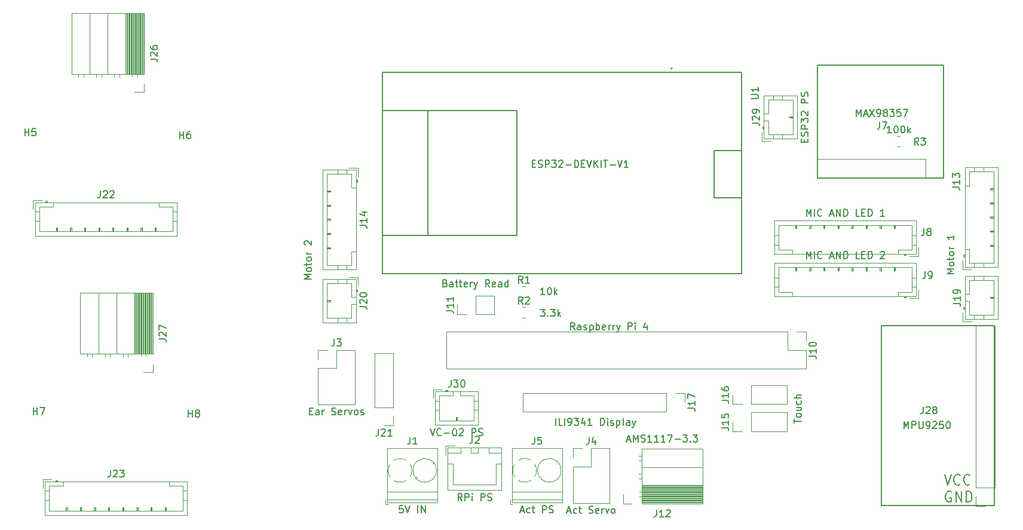
<source format=gbr>
%TF.GenerationSoftware,KiCad,Pcbnew,8.0.1*%
%TF.CreationDate,2024-05-17T10:11:40+07:00*%
%TF.ProjectId,ESP32 Shield,45535033-3220-4536-9869-656c642e6b69,rev?*%
%TF.SameCoordinates,Original*%
%TF.FileFunction,Legend,Top*%
%TF.FilePolarity,Positive*%
%FSLAX46Y46*%
G04 Gerber Fmt 4.6, Leading zero omitted, Abs format (unit mm)*
G04 Created by KiCad (PCBNEW 8.0.1) date 2024-05-17 10:11:40*
%MOMM*%
%LPD*%
G01*
G04 APERTURE LIST*
%ADD10C,0.150000*%
%ADD11C,0.120000*%
%ADD12C,0.127000*%
%ADD13C,0.200000*%
G04 APERTURE END LIST*
D10*
X231940000Y-82660000D02*
X247980000Y-82660000D01*
X247980000Y-108160000D01*
X231940000Y-108160000D01*
X231940000Y-82660000D01*
X222890000Y-45725000D02*
X240790000Y-45725000D01*
X240790000Y-61725000D01*
X222890000Y-61725000D01*
X222890000Y-45725000D01*
X240907017Y-103723712D02*
X241373684Y-105223712D01*
X241373684Y-105223712D02*
X241840350Y-103723712D01*
X243107017Y-105080855D02*
X243040350Y-105152284D01*
X243040350Y-105152284D02*
X242840350Y-105223712D01*
X242840350Y-105223712D02*
X242707017Y-105223712D01*
X242707017Y-105223712D02*
X242507017Y-105152284D01*
X242507017Y-105152284D02*
X242373684Y-105009426D01*
X242373684Y-105009426D02*
X242307017Y-104866569D01*
X242307017Y-104866569D02*
X242240350Y-104580855D01*
X242240350Y-104580855D02*
X242240350Y-104366569D01*
X242240350Y-104366569D02*
X242307017Y-104080855D01*
X242307017Y-104080855D02*
X242373684Y-103937998D01*
X242373684Y-103937998D02*
X242507017Y-103795141D01*
X242507017Y-103795141D02*
X242707017Y-103723712D01*
X242707017Y-103723712D02*
X242840350Y-103723712D01*
X242840350Y-103723712D02*
X243040350Y-103795141D01*
X243040350Y-103795141D02*
X243107017Y-103866569D01*
X244507017Y-105080855D02*
X244440350Y-105152284D01*
X244440350Y-105152284D02*
X244240350Y-105223712D01*
X244240350Y-105223712D02*
X244107017Y-105223712D01*
X244107017Y-105223712D02*
X243907017Y-105152284D01*
X243907017Y-105152284D02*
X243773684Y-105009426D01*
X243773684Y-105009426D02*
X243707017Y-104866569D01*
X243707017Y-104866569D02*
X243640350Y-104580855D01*
X243640350Y-104580855D02*
X243640350Y-104366569D01*
X243640350Y-104366569D02*
X243707017Y-104080855D01*
X243707017Y-104080855D02*
X243773684Y-103937998D01*
X243773684Y-103937998D02*
X243907017Y-103795141D01*
X243907017Y-103795141D02*
X244107017Y-103723712D01*
X244107017Y-103723712D02*
X244240350Y-103723712D01*
X244240350Y-103723712D02*
X244440350Y-103795141D01*
X244440350Y-103795141D02*
X244507017Y-103866569D01*
X241840350Y-106210057D02*
X241707017Y-106138628D01*
X241707017Y-106138628D02*
X241507017Y-106138628D01*
X241507017Y-106138628D02*
X241307017Y-106210057D01*
X241307017Y-106210057D02*
X241173684Y-106352914D01*
X241173684Y-106352914D02*
X241107017Y-106495771D01*
X241107017Y-106495771D02*
X241040350Y-106781485D01*
X241040350Y-106781485D02*
X241040350Y-106995771D01*
X241040350Y-106995771D02*
X241107017Y-107281485D01*
X241107017Y-107281485D02*
X241173684Y-107424342D01*
X241173684Y-107424342D02*
X241307017Y-107567200D01*
X241307017Y-107567200D02*
X241507017Y-107638628D01*
X241507017Y-107638628D02*
X241640350Y-107638628D01*
X241640350Y-107638628D02*
X241840350Y-107567200D01*
X241840350Y-107567200D02*
X241907017Y-107495771D01*
X241907017Y-107495771D02*
X241907017Y-106995771D01*
X241907017Y-106995771D02*
X241640350Y-106995771D01*
X242507017Y-107638628D02*
X242507017Y-106138628D01*
X242507017Y-106138628D02*
X243307017Y-107638628D01*
X243307017Y-107638628D02*
X243307017Y-106138628D01*
X243973684Y-107638628D02*
X243973684Y-106138628D01*
X243973684Y-106138628D02*
X244307017Y-106138628D01*
X244307017Y-106138628D02*
X244507017Y-106210057D01*
X244507017Y-106210057D02*
X244640351Y-106352914D01*
X244640351Y-106352914D02*
X244707017Y-106495771D01*
X244707017Y-106495771D02*
X244773684Y-106781485D01*
X244773684Y-106781485D02*
X244773684Y-106995771D01*
X244773684Y-106995771D02*
X244707017Y-107281485D01*
X244707017Y-107281485D02*
X244640351Y-107424342D01*
X244640351Y-107424342D02*
X244507017Y-107567200D01*
X244507017Y-107567200D02*
X244307017Y-107638628D01*
X244307017Y-107638628D02*
X243973684Y-107638628D01*
X129614819Y-84549523D02*
X130329104Y-84549523D01*
X130329104Y-84549523D02*
X130471961Y-84597142D01*
X130471961Y-84597142D02*
X130567200Y-84692380D01*
X130567200Y-84692380D02*
X130614819Y-84835237D01*
X130614819Y-84835237D02*
X130614819Y-84930475D01*
X129710057Y-84120951D02*
X129662438Y-84073332D01*
X129662438Y-84073332D02*
X129614819Y-83978094D01*
X129614819Y-83978094D02*
X129614819Y-83739999D01*
X129614819Y-83739999D02*
X129662438Y-83644761D01*
X129662438Y-83644761D02*
X129710057Y-83597142D01*
X129710057Y-83597142D02*
X129805295Y-83549523D01*
X129805295Y-83549523D02*
X129900533Y-83549523D01*
X129900533Y-83549523D02*
X130043390Y-83597142D01*
X130043390Y-83597142D02*
X130614819Y-84168570D01*
X130614819Y-84168570D02*
X130614819Y-83549523D01*
X129614819Y-83216189D02*
X129614819Y-82549523D01*
X129614819Y-82549523D02*
X130614819Y-82978094D01*
X237233333Y-57049819D02*
X236900000Y-56573628D01*
X236661905Y-57049819D02*
X236661905Y-56049819D01*
X236661905Y-56049819D02*
X237042857Y-56049819D01*
X237042857Y-56049819D02*
X237138095Y-56097438D01*
X237138095Y-56097438D02*
X237185714Y-56145057D01*
X237185714Y-56145057D02*
X237233333Y-56240295D01*
X237233333Y-56240295D02*
X237233333Y-56383152D01*
X237233333Y-56383152D02*
X237185714Y-56478390D01*
X237185714Y-56478390D02*
X237138095Y-56526009D01*
X237138095Y-56526009D02*
X237042857Y-56573628D01*
X237042857Y-56573628D02*
X236661905Y-56573628D01*
X237566667Y-56049819D02*
X238185714Y-56049819D01*
X238185714Y-56049819D02*
X237852381Y-56430771D01*
X237852381Y-56430771D02*
X237995238Y-56430771D01*
X237995238Y-56430771D02*
X238090476Y-56478390D01*
X238090476Y-56478390D02*
X238138095Y-56526009D01*
X238138095Y-56526009D02*
X238185714Y-56621247D01*
X238185714Y-56621247D02*
X238185714Y-56859342D01*
X238185714Y-56859342D02*
X238138095Y-56954580D01*
X238138095Y-56954580D02*
X238090476Y-57002200D01*
X238090476Y-57002200D02*
X237995238Y-57049819D01*
X237995238Y-57049819D02*
X237709524Y-57049819D01*
X237709524Y-57049819D02*
X237614286Y-57002200D01*
X237614286Y-57002200D02*
X237566667Y-56954580D01*
X233378571Y-55339819D02*
X232807143Y-55339819D01*
X233092857Y-55339819D02*
X233092857Y-54339819D01*
X233092857Y-54339819D02*
X232997619Y-54482676D01*
X232997619Y-54482676D02*
X232902381Y-54577914D01*
X232902381Y-54577914D02*
X232807143Y-54625533D01*
X233997619Y-54339819D02*
X234092857Y-54339819D01*
X234092857Y-54339819D02*
X234188095Y-54387438D01*
X234188095Y-54387438D02*
X234235714Y-54435057D01*
X234235714Y-54435057D02*
X234283333Y-54530295D01*
X234283333Y-54530295D02*
X234330952Y-54720771D01*
X234330952Y-54720771D02*
X234330952Y-54958866D01*
X234330952Y-54958866D02*
X234283333Y-55149342D01*
X234283333Y-55149342D02*
X234235714Y-55244580D01*
X234235714Y-55244580D02*
X234188095Y-55292200D01*
X234188095Y-55292200D02*
X234092857Y-55339819D01*
X234092857Y-55339819D02*
X233997619Y-55339819D01*
X233997619Y-55339819D02*
X233902381Y-55292200D01*
X233902381Y-55292200D02*
X233854762Y-55244580D01*
X233854762Y-55244580D02*
X233807143Y-55149342D01*
X233807143Y-55149342D02*
X233759524Y-54958866D01*
X233759524Y-54958866D02*
X233759524Y-54720771D01*
X233759524Y-54720771D02*
X233807143Y-54530295D01*
X233807143Y-54530295D02*
X233854762Y-54435057D01*
X233854762Y-54435057D02*
X233902381Y-54387438D01*
X233902381Y-54387438D02*
X233997619Y-54339819D01*
X234950000Y-54339819D02*
X235045238Y-54339819D01*
X235045238Y-54339819D02*
X235140476Y-54387438D01*
X235140476Y-54387438D02*
X235188095Y-54435057D01*
X235188095Y-54435057D02*
X235235714Y-54530295D01*
X235235714Y-54530295D02*
X235283333Y-54720771D01*
X235283333Y-54720771D02*
X235283333Y-54958866D01*
X235283333Y-54958866D02*
X235235714Y-55149342D01*
X235235714Y-55149342D02*
X235188095Y-55244580D01*
X235188095Y-55244580D02*
X235140476Y-55292200D01*
X235140476Y-55292200D02*
X235045238Y-55339819D01*
X235045238Y-55339819D02*
X234950000Y-55339819D01*
X234950000Y-55339819D02*
X234854762Y-55292200D01*
X234854762Y-55292200D02*
X234807143Y-55244580D01*
X234807143Y-55244580D02*
X234759524Y-55149342D01*
X234759524Y-55149342D02*
X234711905Y-54958866D01*
X234711905Y-54958866D02*
X234711905Y-54720771D01*
X234711905Y-54720771D02*
X234759524Y-54530295D01*
X234759524Y-54530295D02*
X234807143Y-54435057D01*
X234807143Y-54435057D02*
X234854762Y-54387438D01*
X234854762Y-54387438D02*
X234950000Y-54339819D01*
X235711905Y-55339819D02*
X235711905Y-54339819D01*
X235807143Y-54958866D02*
X236092857Y-55339819D01*
X236092857Y-54673152D02*
X235711905Y-55054104D01*
X204564819Y-94339523D02*
X205279104Y-94339523D01*
X205279104Y-94339523D02*
X205421961Y-94387142D01*
X205421961Y-94387142D02*
X205517200Y-94482380D01*
X205517200Y-94482380D02*
X205564819Y-94625237D01*
X205564819Y-94625237D02*
X205564819Y-94720475D01*
X205564819Y-93339523D02*
X205564819Y-93910951D01*
X205564819Y-93625237D02*
X204564819Y-93625237D01*
X204564819Y-93625237D02*
X204707676Y-93720475D01*
X204707676Y-93720475D02*
X204802914Y-93815713D01*
X204802914Y-93815713D02*
X204850533Y-93910951D01*
X204564819Y-93006189D02*
X204564819Y-92339523D01*
X204564819Y-92339523D02*
X205564819Y-92768094D01*
X185820952Y-96754819D02*
X185820952Y-95754819D01*
X186773332Y-96754819D02*
X186297142Y-96754819D01*
X186297142Y-96754819D02*
X186297142Y-95754819D01*
X187106666Y-96754819D02*
X187106666Y-95754819D01*
X187630475Y-96754819D02*
X187820951Y-96754819D01*
X187820951Y-96754819D02*
X187916189Y-96707200D01*
X187916189Y-96707200D02*
X187963808Y-96659580D01*
X187963808Y-96659580D02*
X188059046Y-96516723D01*
X188059046Y-96516723D02*
X188106665Y-96326247D01*
X188106665Y-96326247D02*
X188106665Y-95945295D01*
X188106665Y-95945295D02*
X188059046Y-95850057D01*
X188059046Y-95850057D02*
X188011427Y-95802438D01*
X188011427Y-95802438D02*
X187916189Y-95754819D01*
X187916189Y-95754819D02*
X187725713Y-95754819D01*
X187725713Y-95754819D02*
X187630475Y-95802438D01*
X187630475Y-95802438D02*
X187582856Y-95850057D01*
X187582856Y-95850057D02*
X187535237Y-95945295D01*
X187535237Y-95945295D02*
X187535237Y-96183390D01*
X187535237Y-96183390D02*
X187582856Y-96278628D01*
X187582856Y-96278628D02*
X187630475Y-96326247D01*
X187630475Y-96326247D02*
X187725713Y-96373866D01*
X187725713Y-96373866D02*
X187916189Y-96373866D01*
X187916189Y-96373866D02*
X188011427Y-96326247D01*
X188011427Y-96326247D02*
X188059046Y-96278628D01*
X188059046Y-96278628D02*
X188106665Y-96183390D01*
X188439999Y-95754819D02*
X189059046Y-95754819D01*
X189059046Y-95754819D02*
X188725713Y-96135771D01*
X188725713Y-96135771D02*
X188868570Y-96135771D01*
X188868570Y-96135771D02*
X188963808Y-96183390D01*
X188963808Y-96183390D02*
X189011427Y-96231009D01*
X189011427Y-96231009D02*
X189059046Y-96326247D01*
X189059046Y-96326247D02*
X189059046Y-96564342D01*
X189059046Y-96564342D02*
X189011427Y-96659580D01*
X189011427Y-96659580D02*
X188963808Y-96707200D01*
X188963808Y-96707200D02*
X188868570Y-96754819D01*
X188868570Y-96754819D02*
X188582856Y-96754819D01*
X188582856Y-96754819D02*
X188487618Y-96707200D01*
X188487618Y-96707200D02*
X188439999Y-96659580D01*
X189916189Y-96088152D02*
X189916189Y-96754819D01*
X189678094Y-95707200D02*
X189439999Y-96421485D01*
X189439999Y-96421485D02*
X190059046Y-96421485D01*
X190963808Y-96754819D02*
X190392380Y-96754819D01*
X190678094Y-96754819D02*
X190678094Y-95754819D01*
X190678094Y-95754819D02*
X190582856Y-95897676D01*
X190582856Y-95897676D02*
X190487618Y-95992914D01*
X190487618Y-95992914D02*
X190392380Y-96040533D01*
X192154285Y-96754819D02*
X192154285Y-95754819D01*
X192154285Y-95754819D02*
X192392380Y-95754819D01*
X192392380Y-95754819D02*
X192535237Y-95802438D01*
X192535237Y-95802438D02*
X192630475Y-95897676D01*
X192630475Y-95897676D02*
X192678094Y-95992914D01*
X192678094Y-95992914D02*
X192725713Y-96183390D01*
X192725713Y-96183390D02*
X192725713Y-96326247D01*
X192725713Y-96326247D02*
X192678094Y-96516723D01*
X192678094Y-96516723D02*
X192630475Y-96611961D01*
X192630475Y-96611961D02*
X192535237Y-96707200D01*
X192535237Y-96707200D02*
X192392380Y-96754819D01*
X192392380Y-96754819D02*
X192154285Y-96754819D01*
X193154285Y-96754819D02*
X193154285Y-96088152D01*
X193154285Y-95754819D02*
X193106666Y-95802438D01*
X193106666Y-95802438D02*
X193154285Y-95850057D01*
X193154285Y-95850057D02*
X193201904Y-95802438D01*
X193201904Y-95802438D02*
X193154285Y-95754819D01*
X193154285Y-95754819D02*
X193154285Y-95850057D01*
X193582856Y-96707200D02*
X193678094Y-96754819D01*
X193678094Y-96754819D02*
X193868570Y-96754819D01*
X193868570Y-96754819D02*
X193963808Y-96707200D01*
X193963808Y-96707200D02*
X194011427Y-96611961D01*
X194011427Y-96611961D02*
X194011427Y-96564342D01*
X194011427Y-96564342D02*
X193963808Y-96469104D01*
X193963808Y-96469104D02*
X193868570Y-96421485D01*
X193868570Y-96421485D02*
X193725713Y-96421485D01*
X193725713Y-96421485D02*
X193630475Y-96373866D01*
X193630475Y-96373866D02*
X193582856Y-96278628D01*
X193582856Y-96278628D02*
X193582856Y-96231009D01*
X193582856Y-96231009D02*
X193630475Y-96135771D01*
X193630475Y-96135771D02*
X193725713Y-96088152D01*
X193725713Y-96088152D02*
X193868570Y-96088152D01*
X193868570Y-96088152D02*
X193963808Y-96135771D01*
X194439999Y-96088152D02*
X194439999Y-97088152D01*
X194439999Y-96135771D02*
X194535237Y-96088152D01*
X194535237Y-96088152D02*
X194725713Y-96088152D01*
X194725713Y-96088152D02*
X194820951Y-96135771D01*
X194820951Y-96135771D02*
X194868570Y-96183390D01*
X194868570Y-96183390D02*
X194916189Y-96278628D01*
X194916189Y-96278628D02*
X194916189Y-96564342D01*
X194916189Y-96564342D02*
X194868570Y-96659580D01*
X194868570Y-96659580D02*
X194820951Y-96707200D01*
X194820951Y-96707200D02*
X194725713Y-96754819D01*
X194725713Y-96754819D02*
X194535237Y-96754819D01*
X194535237Y-96754819D02*
X194439999Y-96707200D01*
X195487618Y-96754819D02*
X195392380Y-96707200D01*
X195392380Y-96707200D02*
X195344761Y-96611961D01*
X195344761Y-96611961D02*
X195344761Y-95754819D01*
X196297142Y-96754819D02*
X196297142Y-96231009D01*
X196297142Y-96231009D02*
X196249523Y-96135771D01*
X196249523Y-96135771D02*
X196154285Y-96088152D01*
X196154285Y-96088152D02*
X195963809Y-96088152D01*
X195963809Y-96088152D02*
X195868571Y-96135771D01*
X196297142Y-96707200D02*
X196201904Y-96754819D01*
X196201904Y-96754819D02*
X195963809Y-96754819D01*
X195963809Y-96754819D02*
X195868571Y-96707200D01*
X195868571Y-96707200D02*
X195820952Y-96611961D01*
X195820952Y-96611961D02*
X195820952Y-96516723D01*
X195820952Y-96516723D02*
X195868571Y-96421485D01*
X195868571Y-96421485D02*
X195963809Y-96373866D01*
X195963809Y-96373866D02*
X196201904Y-96373866D01*
X196201904Y-96373866D02*
X196297142Y-96326247D01*
X196678095Y-96088152D02*
X196916190Y-96754819D01*
X197154285Y-96088152D02*
X196916190Y-96754819D01*
X196916190Y-96754819D02*
X196820952Y-96992914D01*
X196820952Y-96992914D02*
X196773333Y-97040533D01*
X196773333Y-97040533D02*
X196678095Y-97088152D01*
X209324819Y-93249523D02*
X210039104Y-93249523D01*
X210039104Y-93249523D02*
X210181961Y-93297142D01*
X210181961Y-93297142D02*
X210277200Y-93392380D01*
X210277200Y-93392380D02*
X210324819Y-93535237D01*
X210324819Y-93535237D02*
X210324819Y-93630475D01*
X210324819Y-92249523D02*
X210324819Y-92820951D01*
X210324819Y-92535237D02*
X209324819Y-92535237D01*
X209324819Y-92535237D02*
X209467676Y-92630475D01*
X209467676Y-92630475D02*
X209562914Y-92725713D01*
X209562914Y-92725713D02*
X209610533Y-92820951D01*
X209324819Y-91392380D02*
X209324819Y-91582856D01*
X209324819Y-91582856D02*
X209372438Y-91678094D01*
X209372438Y-91678094D02*
X209420057Y-91725713D01*
X209420057Y-91725713D02*
X209562914Y-91820951D01*
X209562914Y-91820951D02*
X209753390Y-91868570D01*
X209753390Y-91868570D02*
X210134342Y-91868570D01*
X210134342Y-91868570D02*
X210229580Y-91820951D01*
X210229580Y-91820951D02*
X210277200Y-91773332D01*
X210277200Y-91773332D02*
X210324819Y-91678094D01*
X210324819Y-91678094D02*
X210324819Y-91487618D01*
X210324819Y-91487618D02*
X210277200Y-91392380D01*
X210277200Y-91392380D02*
X210229580Y-91344761D01*
X210229580Y-91344761D02*
X210134342Y-91297142D01*
X210134342Y-91297142D02*
X209896247Y-91297142D01*
X209896247Y-91297142D02*
X209801009Y-91344761D01*
X209801009Y-91344761D02*
X209753390Y-91392380D01*
X209753390Y-91392380D02*
X209705771Y-91487618D01*
X209705771Y-91487618D02*
X209705771Y-91678094D01*
X209705771Y-91678094D02*
X209753390Y-91773332D01*
X209753390Y-91773332D02*
X209801009Y-91820951D01*
X209801009Y-91820951D02*
X209896247Y-91868570D01*
X111788095Y-95289819D02*
X111788095Y-94289819D01*
X111788095Y-94766009D02*
X112359523Y-94766009D01*
X112359523Y-95289819D02*
X112359523Y-94289819D01*
X112740476Y-94289819D02*
X113407142Y-94289819D01*
X113407142Y-94289819D02*
X112978571Y-95289819D01*
X200100476Y-108744819D02*
X200100476Y-109459104D01*
X200100476Y-109459104D02*
X200052857Y-109601961D01*
X200052857Y-109601961D02*
X199957619Y-109697200D01*
X199957619Y-109697200D02*
X199814762Y-109744819D01*
X199814762Y-109744819D02*
X199719524Y-109744819D01*
X201100476Y-109744819D02*
X200529048Y-109744819D01*
X200814762Y-109744819D02*
X200814762Y-108744819D01*
X200814762Y-108744819D02*
X200719524Y-108887676D01*
X200719524Y-108887676D02*
X200624286Y-108982914D01*
X200624286Y-108982914D02*
X200529048Y-109030533D01*
X201481429Y-108840057D02*
X201529048Y-108792438D01*
X201529048Y-108792438D02*
X201624286Y-108744819D01*
X201624286Y-108744819D02*
X201862381Y-108744819D01*
X201862381Y-108744819D02*
X201957619Y-108792438D01*
X201957619Y-108792438D02*
X202005238Y-108840057D01*
X202005238Y-108840057D02*
X202052857Y-108935295D01*
X202052857Y-108935295D02*
X202052857Y-109030533D01*
X202052857Y-109030533D02*
X202005238Y-109173390D01*
X202005238Y-109173390D02*
X201433810Y-109744819D01*
X201433810Y-109744819D02*
X202052857Y-109744819D01*
X195910000Y-98839104D02*
X196386190Y-98839104D01*
X195814762Y-99124819D02*
X196148095Y-98124819D01*
X196148095Y-98124819D02*
X196481428Y-99124819D01*
X196814762Y-99124819D02*
X196814762Y-98124819D01*
X196814762Y-98124819D02*
X197148095Y-98839104D01*
X197148095Y-98839104D02*
X197481428Y-98124819D01*
X197481428Y-98124819D02*
X197481428Y-99124819D01*
X197910000Y-99077200D02*
X198052857Y-99124819D01*
X198052857Y-99124819D02*
X198290952Y-99124819D01*
X198290952Y-99124819D02*
X198386190Y-99077200D01*
X198386190Y-99077200D02*
X198433809Y-99029580D01*
X198433809Y-99029580D02*
X198481428Y-98934342D01*
X198481428Y-98934342D02*
X198481428Y-98839104D01*
X198481428Y-98839104D02*
X198433809Y-98743866D01*
X198433809Y-98743866D02*
X198386190Y-98696247D01*
X198386190Y-98696247D02*
X198290952Y-98648628D01*
X198290952Y-98648628D02*
X198100476Y-98601009D01*
X198100476Y-98601009D02*
X198005238Y-98553390D01*
X198005238Y-98553390D02*
X197957619Y-98505771D01*
X197957619Y-98505771D02*
X197910000Y-98410533D01*
X197910000Y-98410533D02*
X197910000Y-98315295D01*
X197910000Y-98315295D02*
X197957619Y-98220057D01*
X197957619Y-98220057D02*
X198005238Y-98172438D01*
X198005238Y-98172438D02*
X198100476Y-98124819D01*
X198100476Y-98124819D02*
X198338571Y-98124819D01*
X198338571Y-98124819D02*
X198481428Y-98172438D01*
X199433809Y-99124819D02*
X198862381Y-99124819D01*
X199148095Y-99124819D02*
X199148095Y-98124819D01*
X199148095Y-98124819D02*
X199052857Y-98267676D01*
X199052857Y-98267676D02*
X198957619Y-98362914D01*
X198957619Y-98362914D02*
X198862381Y-98410533D01*
X200386190Y-99124819D02*
X199814762Y-99124819D01*
X200100476Y-99124819D02*
X200100476Y-98124819D01*
X200100476Y-98124819D02*
X200005238Y-98267676D01*
X200005238Y-98267676D02*
X199910000Y-98362914D01*
X199910000Y-98362914D02*
X199814762Y-98410533D01*
X201338571Y-99124819D02*
X200767143Y-99124819D01*
X201052857Y-99124819D02*
X201052857Y-98124819D01*
X201052857Y-98124819D02*
X200957619Y-98267676D01*
X200957619Y-98267676D02*
X200862381Y-98362914D01*
X200862381Y-98362914D02*
X200767143Y-98410533D01*
X201671905Y-98124819D02*
X202338571Y-98124819D01*
X202338571Y-98124819D02*
X201910000Y-99124819D01*
X202719524Y-98743866D02*
X203481429Y-98743866D01*
X203862381Y-98124819D02*
X204481428Y-98124819D01*
X204481428Y-98124819D02*
X204148095Y-98505771D01*
X204148095Y-98505771D02*
X204290952Y-98505771D01*
X204290952Y-98505771D02*
X204386190Y-98553390D01*
X204386190Y-98553390D02*
X204433809Y-98601009D01*
X204433809Y-98601009D02*
X204481428Y-98696247D01*
X204481428Y-98696247D02*
X204481428Y-98934342D01*
X204481428Y-98934342D02*
X204433809Y-99029580D01*
X204433809Y-99029580D02*
X204386190Y-99077200D01*
X204386190Y-99077200D02*
X204290952Y-99124819D01*
X204290952Y-99124819D02*
X204005238Y-99124819D01*
X204005238Y-99124819D02*
X203910000Y-99077200D01*
X203910000Y-99077200D02*
X203862381Y-99029580D01*
X204910000Y-99029580D02*
X204957619Y-99077200D01*
X204957619Y-99077200D02*
X204910000Y-99124819D01*
X204910000Y-99124819D02*
X204862381Y-99077200D01*
X204862381Y-99077200D02*
X204910000Y-99029580D01*
X204910000Y-99029580D02*
X204910000Y-99124819D01*
X205290952Y-98124819D02*
X205909999Y-98124819D01*
X205909999Y-98124819D02*
X205576666Y-98505771D01*
X205576666Y-98505771D02*
X205719523Y-98505771D01*
X205719523Y-98505771D02*
X205814761Y-98553390D01*
X205814761Y-98553390D02*
X205862380Y-98601009D01*
X205862380Y-98601009D02*
X205909999Y-98696247D01*
X205909999Y-98696247D02*
X205909999Y-98934342D01*
X205909999Y-98934342D02*
X205862380Y-99029580D01*
X205862380Y-99029580D02*
X205814761Y-99077200D01*
X205814761Y-99077200D02*
X205719523Y-99124819D01*
X205719523Y-99124819D02*
X205433809Y-99124819D01*
X205433809Y-99124819D02*
X205338571Y-99077200D01*
X205338571Y-99077200D02*
X205290952Y-99029580D01*
X213674819Y-53939523D02*
X214389104Y-53939523D01*
X214389104Y-53939523D02*
X214531961Y-53987142D01*
X214531961Y-53987142D02*
X214627200Y-54082380D01*
X214627200Y-54082380D02*
X214674819Y-54225237D01*
X214674819Y-54225237D02*
X214674819Y-54320475D01*
X213770057Y-53510951D02*
X213722438Y-53463332D01*
X213722438Y-53463332D02*
X213674819Y-53368094D01*
X213674819Y-53368094D02*
X213674819Y-53129999D01*
X213674819Y-53129999D02*
X213722438Y-53034761D01*
X213722438Y-53034761D02*
X213770057Y-52987142D01*
X213770057Y-52987142D02*
X213865295Y-52939523D01*
X213865295Y-52939523D02*
X213960533Y-52939523D01*
X213960533Y-52939523D02*
X214103390Y-52987142D01*
X214103390Y-52987142D02*
X214674819Y-53558570D01*
X214674819Y-53558570D02*
X214674819Y-52939523D01*
X214674819Y-52463332D02*
X214674819Y-52272856D01*
X214674819Y-52272856D02*
X214627200Y-52177618D01*
X214627200Y-52177618D02*
X214579580Y-52129999D01*
X214579580Y-52129999D02*
X214436723Y-52034761D01*
X214436723Y-52034761D02*
X214246247Y-51987142D01*
X214246247Y-51987142D02*
X213865295Y-51987142D01*
X213865295Y-51987142D02*
X213770057Y-52034761D01*
X213770057Y-52034761D02*
X213722438Y-52082380D01*
X213722438Y-52082380D02*
X213674819Y-52177618D01*
X213674819Y-52177618D02*
X213674819Y-52368094D01*
X213674819Y-52368094D02*
X213722438Y-52463332D01*
X213722438Y-52463332D02*
X213770057Y-52510951D01*
X213770057Y-52510951D02*
X213865295Y-52558570D01*
X213865295Y-52558570D02*
X214103390Y-52558570D01*
X214103390Y-52558570D02*
X214198628Y-52510951D01*
X214198628Y-52510951D02*
X214246247Y-52463332D01*
X214246247Y-52463332D02*
X214293866Y-52368094D01*
X214293866Y-52368094D02*
X214293866Y-52177618D01*
X214293866Y-52177618D02*
X214246247Y-52082380D01*
X214246247Y-52082380D02*
X214198628Y-52034761D01*
X214198628Y-52034761D02*
X214103390Y-51987142D01*
X221051009Y-56629999D02*
X221051009Y-56296666D01*
X221574819Y-56153809D02*
X221574819Y-56629999D01*
X221574819Y-56629999D02*
X220574819Y-56629999D01*
X220574819Y-56629999D02*
X220574819Y-56153809D01*
X221527200Y-55772856D02*
X221574819Y-55629999D01*
X221574819Y-55629999D02*
X221574819Y-55391904D01*
X221574819Y-55391904D02*
X221527200Y-55296666D01*
X221527200Y-55296666D02*
X221479580Y-55249047D01*
X221479580Y-55249047D02*
X221384342Y-55201428D01*
X221384342Y-55201428D02*
X221289104Y-55201428D01*
X221289104Y-55201428D02*
X221193866Y-55249047D01*
X221193866Y-55249047D02*
X221146247Y-55296666D01*
X221146247Y-55296666D02*
X221098628Y-55391904D01*
X221098628Y-55391904D02*
X221051009Y-55582380D01*
X221051009Y-55582380D02*
X221003390Y-55677618D01*
X221003390Y-55677618D02*
X220955771Y-55725237D01*
X220955771Y-55725237D02*
X220860533Y-55772856D01*
X220860533Y-55772856D02*
X220765295Y-55772856D01*
X220765295Y-55772856D02*
X220670057Y-55725237D01*
X220670057Y-55725237D02*
X220622438Y-55677618D01*
X220622438Y-55677618D02*
X220574819Y-55582380D01*
X220574819Y-55582380D02*
X220574819Y-55344285D01*
X220574819Y-55344285D02*
X220622438Y-55201428D01*
X221574819Y-54772856D02*
X220574819Y-54772856D01*
X220574819Y-54772856D02*
X220574819Y-54391904D01*
X220574819Y-54391904D02*
X220622438Y-54296666D01*
X220622438Y-54296666D02*
X220670057Y-54249047D01*
X220670057Y-54249047D02*
X220765295Y-54201428D01*
X220765295Y-54201428D02*
X220908152Y-54201428D01*
X220908152Y-54201428D02*
X221003390Y-54249047D01*
X221003390Y-54249047D02*
X221051009Y-54296666D01*
X221051009Y-54296666D02*
X221098628Y-54391904D01*
X221098628Y-54391904D02*
X221098628Y-54772856D01*
X220574819Y-53868094D02*
X220574819Y-53249047D01*
X220574819Y-53249047D02*
X220955771Y-53582380D01*
X220955771Y-53582380D02*
X220955771Y-53439523D01*
X220955771Y-53439523D02*
X221003390Y-53344285D01*
X221003390Y-53344285D02*
X221051009Y-53296666D01*
X221051009Y-53296666D02*
X221146247Y-53249047D01*
X221146247Y-53249047D02*
X221384342Y-53249047D01*
X221384342Y-53249047D02*
X221479580Y-53296666D01*
X221479580Y-53296666D02*
X221527200Y-53344285D01*
X221527200Y-53344285D02*
X221574819Y-53439523D01*
X221574819Y-53439523D02*
X221574819Y-53725237D01*
X221574819Y-53725237D02*
X221527200Y-53820475D01*
X221527200Y-53820475D02*
X221479580Y-53868094D01*
X220670057Y-52868094D02*
X220622438Y-52820475D01*
X220622438Y-52820475D02*
X220574819Y-52725237D01*
X220574819Y-52725237D02*
X220574819Y-52487142D01*
X220574819Y-52487142D02*
X220622438Y-52391904D01*
X220622438Y-52391904D02*
X220670057Y-52344285D01*
X220670057Y-52344285D02*
X220765295Y-52296666D01*
X220765295Y-52296666D02*
X220860533Y-52296666D01*
X220860533Y-52296666D02*
X221003390Y-52344285D01*
X221003390Y-52344285D02*
X221574819Y-52915713D01*
X221574819Y-52915713D02*
X221574819Y-52296666D01*
X221574819Y-51106189D02*
X220574819Y-51106189D01*
X220574819Y-51106189D02*
X220574819Y-50725237D01*
X220574819Y-50725237D02*
X220622438Y-50629999D01*
X220622438Y-50629999D02*
X220670057Y-50582380D01*
X220670057Y-50582380D02*
X220765295Y-50534761D01*
X220765295Y-50534761D02*
X220908152Y-50534761D01*
X220908152Y-50534761D02*
X221003390Y-50582380D01*
X221003390Y-50582380D02*
X221051009Y-50629999D01*
X221051009Y-50629999D02*
X221098628Y-50725237D01*
X221098628Y-50725237D02*
X221098628Y-51106189D01*
X221527200Y-50153808D02*
X221574819Y-50010951D01*
X221574819Y-50010951D02*
X221574819Y-49772856D01*
X221574819Y-49772856D02*
X221527200Y-49677618D01*
X221527200Y-49677618D02*
X221479580Y-49629999D01*
X221479580Y-49629999D02*
X221384342Y-49582380D01*
X221384342Y-49582380D02*
X221289104Y-49582380D01*
X221289104Y-49582380D02*
X221193866Y-49629999D01*
X221193866Y-49629999D02*
X221146247Y-49677618D01*
X221146247Y-49677618D02*
X221098628Y-49772856D01*
X221098628Y-49772856D02*
X221051009Y-49963332D01*
X221051009Y-49963332D02*
X221003390Y-50058570D01*
X221003390Y-50058570D02*
X220955771Y-50106189D01*
X220955771Y-50106189D02*
X220860533Y-50153808D01*
X220860533Y-50153808D02*
X220765295Y-50153808D01*
X220765295Y-50153808D02*
X220670057Y-50106189D01*
X220670057Y-50106189D02*
X220622438Y-50058570D01*
X220622438Y-50058570D02*
X220574819Y-49963332D01*
X220574819Y-49963332D02*
X220574819Y-49725237D01*
X220574819Y-49725237D02*
X220622438Y-49582380D01*
X160680476Y-97274819D02*
X160680476Y-97989104D01*
X160680476Y-97989104D02*
X160632857Y-98131961D01*
X160632857Y-98131961D02*
X160537619Y-98227200D01*
X160537619Y-98227200D02*
X160394762Y-98274819D01*
X160394762Y-98274819D02*
X160299524Y-98274819D01*
X161109048Y-97370057D02*
X161156667Y-97322438D01*
X161156667Y-97322438D02*
X161251905Y-97274819D01*
X161251905Y-97274819D02*
X161490000Y-97274819D01*
X161490000Y-97274819D02*
X161585238Y-97322438D01*
X161585238Y-97322438D02*
X161632857Y-97370057D01*
X161632857Y-97370057D02*
X161680476Y-97465295D01*
X161680476Y-97465295D02*
X161680476Y-97560533D01*
X161680476Y-97560533D02*
X161632857Y-97703390D01*
X161632857Y-97703390D02*
X161061429Y-98274819D01*
X161061429Y-98274819D02*
X161680476Y-98274819D01*
X162632857Y-98274819D02*
X162061429Y-98274819D01*
X162347143Y-98274819D02*
X162347143Y-97274819D01*
X162347143Y-97274819D02*
X162251905Y-97417676D01*
X162251905Y-97417676D02*
X162156667Y-97512914D01*
X162156667Y-97512914D02*
X162061429Y-97560533D01*
X181133333Y-79584819D02*
X180800000Y-79108628D01*
X180561905Y-79584819D02*
X180561905Y-78584819D01*
X180561905Y-78584819D02*
X180942857Y-78584819D01*
X180942857Y-78584819D02*
X181038095Y-78632438D01*
X181038095Y-78632438D02*
X181085714Y-78680057D01*
X181085714Y-78680057D02*
X181133333Y-78775295D01*
X181133333Y-78775295D02*
X181133333Y-78918152D01*
X181133333Y-78918152D02*
X181085714Y-79013390D01*
X181085714Y-79013390D02*
X181038095Y-79061009D01*
X181038095Y-79061009D02*
X180942857Y-79108628D01*
X180942857Y-79108628D02*
X180561905Y-79108628D01*
X181514286Y-78680057D02*
X181561905Y-78632438D01*
X181561905Y-78632438D02*
X181657143Y-78584819D01*
X181657143Y-78584819D02*
X181895238Y-78584819D01*
X181895238Y-78584819D02*
X181990476Y-78632438D01*
X181990476Y-78632438D02*
X182038095Y-78680057D01*
X182038095Y-78680057D02*
X182085714Y-78775295D01*
X182085714Y-78775295D02*
X182085714Y-78870533D01*
X182085714Y-78870533D02*
X182038095Y-79013390D01*
X182038095Y-79013390D02*
X181466667Y-79584819D01*
X181466667Y-79584819D02*
X182085714Y-79584819D01*
X183647619Y-80334819D02*
X184266666Y-80334819D01*
X184266666Y-80334819D02*
X183933333Y-80715771D01*
X183933333Y-80715771D02*
X184076190Y-80715771D01*
X184076190Y-80715771D02*
X184171428Y-80763390D01*
X184171428Y-80763390D02*
X184219047Y-80811009D01*
X184219047Y-80811009D02*
X184266666Y-80906247D01*
X184266666Y-80906247D02*
X184266666Y-81144342D01*
X184266666Y-81144342D02*
X184219047Y-81239580D01*
X184219047Y-81239580D02*
X184171428Y-81287200D01*
X184171428Y-81287200D02*
X184076190Y-81334819D01*
X184076190Y-81334819D02*
X183790476Y-81334819D01*
X183790476Y-81334819D02*
X183695238Y-81287200D01*
X183695238Y-81287200D02*
X183647619Y-81239580D01*
X184695238Y-81239580D02*
X184742857Y-81287200D01*
X184742857Y-81287200D02*
X184695238Y-81334819D01*
X184695238Y-81334819D02*
X184647619Y-81287200D01*
X184647619Y-81287200D02*
X184695238Y-81239580D01*
X184695238Y-81239580D02*
X184695238Y-81334819D01*
X185076190Y-80334819D02*
X185695237Y-80334819D01*
X185695237Y-80334819D02*
X185361904Y-80715771D01*
X185361904Y-80715771D02*
X185504761Y-80715771D01*
X185504761Y-80715771D02*
X185599999Y-80763390D01*
X185599999Y-80763390D02*
X185647618Y-80811009D01*
X185647618Y-80811009D02*
X185695237Y-80906247D01*
X185695237Y-80906247D02*
X185695237Y-81144342D01*
X185695237Y-81144342D02*
X185647618Y-81239580D01*
X185647618Y-81239580D02*
X185599999Y-81287200D01*
X185599999Y-81287200D02*
X185504761Y-81334819D01*
X185504761Y-81334819D02*
X185219047Y-81334819D01*
X185219047Y-81334819D02*
X185123809Y-81287200D01*
X185123809Y-81287200D02*
X185076190Y-81239580D01*
X186123809Y-81334819D02*
X186123809Y-80334819D01*
X186219047Y-80953866D02*
X186504761Y-81334819D01*
X186504761Y-80668152D02*
X186123809Y-81049104D01*
X181133333Y-76634819D02*
X180800000Y-76158628D01*
X180561905Y-76634819D02*
X180561905Y-75634819D01*
X180561905Y-75634819D02*
X180942857Y-75634819D01*
X180942857Y-75634819D02*
X181038095Y-75682438D01*
X181038095Y-75682438D02*
X181085714Y-75730057D01*
X181085714Y-75730057D02*
X181133333Y-75825295D01*
X181133333Y-75825295D02*
X181133333Y-75968152D01*
X181133333Y-75968152D02*
X181085714Y-76063390D01*
X181085714Y-76063390D02*
X181038095Y-76111009D01*
X181038095Y-76111009D02*
X180942857Y-76158628D01*
X180942857Y-76158628D02*
X180561905Y-76158628D01*
X182085714Y-76634819D02*
X181514286Y-76634819D01*
X181800000Y-76634819D02*
X181800000Y-75634819D01*
X181800000Y-75634819D02*
X181704762Y-75777676D01*
X181704762Y-75777676D02*
X181609524Y-75872914D01*
X181609524Y-75872914D02*
X181514286Y-75920533D01*
X184264761Y-78254819D02*
X183693333Y-78254819D01*
X183979047Y-78254819D02*
X183979047Y-77254819D01*
X183979047Y-77254819D02*
X183883809Y-77397676D01*
X183883809Y-77397676D02*
X183788571Y-77492914D01*
X183788571Y-77492914D02*
X183693333Y-77540533D01*
X184883809Y-77254819D02*
X184979047Y-77254819D01*
X184979047Y-77254819D02*
X185074285Y-77302438D01*
X185074285Y-77302438D02*
X185121904Y-77350057D01*
X185121904Y-77350057D02*
X185169523Y-77445295D01*
X185169523Y-77445295D02*
X185217142Y-77635771D01*
X185217142Y-77635771D02*
X185217142Y-77873866D01*
X185217142Y-77873866D02*
X185169523Y-78064342D01*
X185169523Y-78064342D02*
X185121904Y-78159580D01*
X185121904Y-78159580D02*
X185074285Y-78207200D01*
X185074285Y-78207200D02*
X184979047Y-78254819D01*
X184979047Y-78254819D02*
X184883809Y-78254819D01*
X184883809Y-78254819D02*
X184788571Y-78207200D01*
X184788571Y-78207200D02*
X184740952Y-78159580D01*
X184740952Y-78159580D02*
X184693333Y-78064342D01*
X184693333Y-78064342D02*
X184645714Y-77873866D01*
X184645714Y-77873866D02*
X184645714Y-77635771D01*
X184645714Y-77635771D02*
X184693333Y-77445295D01*
X184693333Y-77445295D02*
X184740952Y-77350057D01*
X184740952Y-77350057D02*
X184788571Y-77302438D01*
X184788571Y-77302438D02*
X184883809Y-77254819D01*
X185645714Y-78254819D02*
X185645714Y-77254819D01*
X185740952Y-77873866D02*
X186026666Y-78254819D01*
X186026666Y-77588152D02*
X185645714Y-77969104D01*
X173999999Y-98314819D02*
X173999999Y-99029104D01*
X173999999Y-99029104D02*
X173952380Y-99171961D01*
X173952380Y-99171961D02*
X173857142Y-99267200D01*
X173857142Y-99267200D02*
X173714285Y-99314819D01*
X173714285Y-99314819D02*
X173619047Y-99314819D01*
X174428571Y-98410057D02*
X174476190Y-98362438D01*
X174476190Y-98362438D02*
X174571428Y-98314819D01*
X174571428Y-98314819D02*
X174809523Y-98314819D01*
X174809523Y-98314819D02*
X174904761Y-98362438D01*
X174904761Y-98362438D02*
X174952380Y-98410057D01*
X174952380Y-98410057D02*
X174999999Y-98505295D01*
X174999999Y-98505295D02*
X174999999Y-98600533D01*
X174999999Y-98600533D02*
X174952380Y-98743390D01*
X174952380Y-98743390D02*
X174380952Y-99314819D01*
X174380952Y-99314819D02*
X174999999Y-99314819D01*
X172547618Y-107464819D02*
X172214285Y-106988628D01*
X171976190Y-107464819D02*
X171976190Y-106464819D01*
X171976190Y-106464819D02*
X172357142Y-106464819D01*
X172357142Y-106464819D02*
X172452380Y-106512438D01*
X172452380Y-106512438D02*
X172499999Y-106560057D01*
X172499999Y-106560057D02*
X172547618Y-106655295D01*
X172547618Y-106655295D02*
X172547618Y-106798152D01*
X172547618Y-106798152D02*
X172499999Y-106893390D01*
X172499999Y-106893390D02*
X172452380Y-106941009D01*
X172452380Y-106941009D02*
X172357142Y-106988628D01*
X172357142Y-106988628D02*
X171976190Y-106988628D01*
X172976190Y-107464819D02*
X172976190Y-106464819D01*
X172976190Y-106464819D02*
X173357142Y-106464819D01*
X173357142Y-106464819D02*
X173452380Y-106512438D01*
X173452380Y-106512438D02*
X173499999Y-106560057D01*
X173499999Y-106560057D02*
X173547618Y-106655295D01*
X173547618Y-106655295D02*
X173547618Y-106798152D01*
X173547618Y-106798152D02*
X173499999Y-106893390D01*
X173499999Y-106893390D02*
X173452380Y-106941009D01*
X173452380Y-106941009D02*
X173357142Y-106988628D01*
X173357142Y-106988628D02*
X172976190Y-106988628D01*
X173976190Y-107464819D02*
X173976190Y-106798152D01*
X173976190Y-106464819D02*
X173928571Y-106512438D01*
X173928571Y-106512438D02*
X173976190Y-106560057D01*
X173976190Y-106560057D02*
X174023809Y-106512438D01*
X174023809Y-106512438D02*
X173976190Y-106464819D01*
X173976190Y-106464819D02*
X173976190Y-106560057D01*
X175214285Y-107464819D02*
X175214285Y-106464819D01*
X175214285Y-106464819D02*
X175595237Y-106464819D01*
X175595237Y-106464819D02*
X175690475Y-106512438D01*
X175690475Y-106512438D02*
X175738094Y-106560057D01*
X175738094Y-106560057D02*
X175785713Y-106655295D01*
X175785713Y-106655295D02*
X175785713Y-106798152D01*
X175785713Y-106798152D02*
X175738094Y-106893390D01*
X175738094Y-106893390D02*
X175690475Y-106941009D01*
X175690475Y-106941009D02*
X175595237Y-106988628D01*
X175595237Y-106988628D02*
X175214285Y-106988628D01*
X176166666Y-107417200D02*
X176309523Y-107464819D01*
X176309523Y-107464819D02*
X176547618Y-107464819D01*
X176547618Y-107464819D02*
X176642856Y-107417200D01*
X176642856Y-107417200D02*
X176690475Y-107369580D01*
X176690475Y-107369580D02*
X176738094Y-107274342D01*
X176738094Y-107274342D02*
X176738094Y-107179104D01*
X176738094Y-107179104D02*
X176690475Y-107083866D01*
X176690475Y-107083866D02*
X176642856Y-107036247D01*
X176642856Y-107036247D02*
X176547618Y-106988628D01*
X176547618Y-106988628D02*
X176357142Y-106941009D01*
X176357142Y-106941009D02*
X176261904Y-106893390D01*
X176261904Y-106893390D02*
X176214285Y-106845771D01*
X176214285Y-106845771D02*
X176166666Y-106750533D01*
X176166666Y-106750533D02*
X176166666Y-106655295D01*
X176166666Y-106655295D02*
X176214285Y-106560057D01*
X176214285Y-106560057D02*
X176261904Y-106512438D01*
X176261904Y-106512438D02*
X176357142Y-106464819D01*
X176357142Y-106464819D02*
X176595237Y-106464819D01*
X176595237Y-106464819D02*
X176738094Y-106512438D01*
X182823332Y-98454819D02*
X182823332Y-99169104D01*
X182823332Y-99169104D02*
X182775713Y-99311961D01*
X182775713Y-99311961D02*
X182680475Y-99407200D01*
X182680475Y-99407200D02*
X182537618Y-99454819D01*
X182537618Y-99454819D02*
X182442380Y-99454819D01*
X183775713Y-98454819D02*
X183299523Y-98454819D01*
X183299523Y-98454819D02*
X183251904Y-98931009D01*
X183251904Y-98931009D02*
X183299523Y-98883390D01*
X183299523Y-98883390D02*
X183394761Y-98835771D01*
X183394761Y-98835771D02*
X183632856Y-98835771D01*
X183632856Y-98835771D02*
X183728094Y-98883390D01*
X183728094Y-98883390D02*
X183775713Y-98931009D01*
X183775713Y-98931009D02*
X183823332Y-99026247D01*
X183823332Y-99026247D02*
X183823332Y-99264342D01*
X183823332Y-99264342D02*
X183775713Y-99359580D01*
X183775713Y-99359580D02*
X183728094Y-99407200D01*
X183728094Y-99407200D02*
X183632856Y-99454819D01*
X183632856Y-99454819D02*
X183394761Y-99454819D01*
X183394761Y-99454819D02*
X183299523Y-99407200D01*
X183299523Y-99407200D02*
X183251904Y-99359580D01*
X180847142Y-108889104D02*
X181323332Y-108889104D01*
X180751904Y-109174819D02*
X181085237Y-108174819D01*
X181085237Y-108174819D02*
X181418570Y-109174819D01*
X182180475Y-109127200D02*
X182085237Y-109174819D01*
X182085237Y-109174819D02*
X181894761Y-109174819D01*
X181894761Y-109174819D02*
X181799523Y-109127200D01*
X181799523Y-109127200D02*
X181751904Y-109079580D01*
X181751904Y-109079580D02*
X181704285Y-108984342D01*
X181704285Y-108984342D02*
X181704285Y-108698628D01*
X181704285Y-108698628D02*
X181751904Y-108603390D01*
X181751904Y-108603390D02*
X181799523Y-108555771D01*
X181799523Y-108555771D02*
X181894761Y-108508152D01*
X181894761Y-108508152D02*
X182085237Y-108508152D01*
X182085237Y-108508152D02*
X182180475Y-108555771D01*
X182466190Y-108508152D02*
X182847142Y-108508152D01*
X182609047Y-108174819D02*
X182609047Y-109031961D01*
X182609047Y-109031961D02*
X182656666Y-109127200D01*
X182656666Y-109127200D02*
X182751904Y-109174819D01*
X182751904Y-109174819D02*
X182847142Y-109174819D01*
X183942381Y-109174819D02*
X183942381Y-108174819D01*
X183942381Y-108174819D02*
X184323333Y-108174819D01*
X184323333Y-108174819D02*
X184418571Y-108222438D01*
X184418571Y-108222438D02*
X184466190Y-108270057D01*
X184466190Y-108270057D02*
X184513809Y-108365295D01*
X184513809Y-108365295D02*
X184513809Y-108508152D01*
X184513809Y-108508152D02*
X184466190Y-108603390D01*
X184466190Y-108603390D02*
X184418571Y-108651009D01*
X184418571Y-108651009D02*
X184323333Y-108698628D01*
X184323333Y-108698628D02*
X183942381Y-108698628D01*
X184894762Y-109127200D02*
X185037619Y-109174819D01*
X185037619Y-109174819D02*
X185275714Y-109174819D01*
X185275714Y-109174819D02*
X185370952Y-109127200D01*
X185370952Y-109127200D02*
X185418571Y-109079580D01*
X185418571Y-109079580D02*
X185466190Y-108984342D01*
X185466190Y-108984342D02*
X185466190Y-108889104D01*
X185466190Y-108889104D02*
X185418571Y-108793866D01*
X185418571Y-108793866D02*
X185370952Y-108746247D01*
X185370952Y-108746247D02*
X185275714Y-108698628D01*
X185275714Y-108698628D02*
X185085238Y-108651009D01*
X185085238Y-108651009D02*
X184990000Y-108603390D01*
X184990000Y-108603390D02*
X184942381Y-108555771D01*
X184942381Y-108555771D02*
X184894762Y-108460533D01*
X184894762Y-108460533D02*
X184894762Y-108365295D01*
X184894762Y-108365295D02*
X184942381Y-108270057D01*
X184942381Y-108270057D02*
X184990000Y-108222438D01*
X184990000Y-108222438D02*
X185085238Y-108174819D01*
X185085238Y-108174819D02*
X185323333Y-108174819D01*
X185323333Y-108174819D02*
X185466190Y-108222438D01*
X221704819Y-86939523D02*
X222419104Y-86939523D01*
X222419104Y-86939523D02*
X222561961Y-86987142D01*
X222561961Y-86987142D02*
X222657200Y-87082380D01*
X222657200Y-87082380D02*
X222704819Y-87225237D01*
X222704819Y-87225237D02*
X222704819Y-87320475D01*
X222704819Y-85939523D02*
X222704819Y-86510951D01*
X222704819Y-86225237D02*
X221704819Y-86225237D01*
X221704819Y-86225237D02*
X221847676Y-86320475D01*
X221847676Y-86320475D02*
X221942914Y-86415713D01*
X221942914Y-86415713D02*
X221990533Y-86510951D01*
X221704819Y-85320475D02*
X221704819Y-85225237D01*
X221704819Y-85225237D02*
X221752438Y-85129999D01*
X221752438Y-85129999D02*
X221800057Y-85082380D01*
X221800057Y-85082380D02*
X221895295Y-85034761D01*
X221895295Y-85034761D02*
X222085771Y-84987142D01*
X222085771Y-84987142D02*
X222323866Y-84987142D01*
X222323866Y-84987142D02*
X222514342Y-85034761D01*
X222514342Y-85034761D02*
X222609580Y-85082380D01*
X222609580Y-85082380D02*
X222657200Y-85129999D01*
X222657200Y-85129999D02*
X222704819Y-85225237D01*
X222704819Y-85225237D02*
X222704819Y-85320475D01*
X222704819Y-85320475D02*
X222657200Y-85415713D01*
X222657200Y-85415713D02*
X222609580Y-85463332D01*
X222609580Y-85463332D02*
X222514342Y-85510951D01*
X222514342Y-85510951D02*
X222323866Y-85558570D01*
X222323866Y-85558570D02*
X222085771Y-85558570D01*
X222085771Y-85558570D02*
X221895295Y-85510951D01*
X221895295Y-85510951D02*
X221800057Y-85463332D01*
X221800057Y-85463332D02*
X221752438Y-85415713D01*
X221752438Y-85415713D02*
X221704819Y-85320475D01*
X188502856Y-83234819D02*
X188169523Y-82758628D01*
X187931428Y-83234819D02*
X187931428Y-82234819D01*
X187931428Y-82234819D02*
X188312380Y-82234819D01*
X188312380Y-82234819D02*
X188407618Y-82282438D01*
X188407618Y-82282438D02*
X188455237Y-82330057D01*
X188455237Y-82330057D02*
X188502856Y-82425295D01*
X188502856Y-82425295D02*
X188502856Y-82568152D01*
X188502856Y-82568152D02*
X188455237Y-82663390D01*
X188455237Y-82663390D02*
X188407618Y-82711009D01*
X188407618Y-82711009D02*
X188312380Y-82758628D01*
X188312380Y-82758628D02*
X187931428Y-82758628D01*
X189359999Y-83234819D02*
X189359999Y-82711009D01*
X189359999Y-82711009D02*
X189312380Y-82615771D01*
X189312380Y-82615771D02*
X189217142Y-82568152D01*
X189217142Y-82568152D02*
X189026666Y-82568152D01*
X189026666Y-82568152D02*
X188931428Y-82615771D01*
X189359999Y-83187200D02*
X189264761Y-83234819D01*
X189264761Y-83234819D02*
X189026666Y-83234819D01*
X189026666Y-83234819D02*
X188931428Y-83187200D01*
X188931428Y-83187200D02*
X188883809Y-83091961D01*
X188883809Y-83091961D02*
X188883809Y-82996723D01*
X188883809Y-82996723D02*
X188931428Y-82901485D01*
X188931428Y-82901485D02*
X189026666Y-82853866D01*
X189026666Y-82853866D02*
X189264761Y-82853866D01*
X189264761Y-82853866D02*
X189359999Y-82806247D01*
X189788571Y-83187200D02*
X189883809Y-83234819D01*
X189883809Y-83234819D02*
X190074285Y-83234819D01*
X190074285Y-83234819D02*
X190169523Y-83187200D01*
X190169523Y-83187200D02*
X190217142Y-83091961D01*
X190217142Y-83091961D02*
X190217142Y-83044342D01*
X190217142Y-83044342D02*
X190169523Y-82949104D01*
X190169523Y-82949104D02*
X190074285Y-82901485D01*
X190074285Y-82901485D02*
X189931428Y-82901485D01*
X189931428Y-82901485D02*
X189836190Y-82853866D01*
X189836190Y-82853866D02*
X189788571Y-82758628D01*
X189788571Y-82758628D02*
X189788571Y-82711009D01*
X189788571Y-82711009D02*
X189836190Y-82615771D01*
X189836190Y-82615771D02*
X189931428Y-82568152D01*
X189931428Y-82568152D02*
X190074285Y-82568152D01*
X190074285Y-82568152D02*
X190169523Y-82615771D01*
X190645714Y-82568152D02*
X190645714Y-83568152D01*
X190645714Y-82615771D02*
X190740952Y-82568152D01*
X190740952Y-82568152D02*
X190931428Y-82568152D01*
X190931428Y-82568152D02*
X191026666Y-82615771D01*
X191026666Y-82615771D02*
X191074285Y-82663390D01*
X191074285Y-82663390D02*
X191121904Y-82758628D01*
X191121904Y-82758628D02*
X191121904Y-83044342D01*
X191121904Y-83044342D02*
X191074285Y-83139580D01*
X191074285Y-83139580D02*
X191026666Y-83187200D01*
X191026666Y-83187200D02*
X190931428Y-83234819D01*
X190931428Y-83234819D02*
X190740952Y-83234819D01*
X190740952Y-83234819D02*
X190645714Y-83187200D01*
X191550476Y-83234819D02*
X191550476Y-82234819D01*
X191550476Y-82615771D02*
X191645714Y-82568152D01*
X191645714Y-82568152D02*
X191836190Y-82568152D01*
X191836190Y-82568152D02*
X191931428Y-82615771D01*
X191931428Y-82615771D02*
X191979047Y-82663390D01*
X191979047Y-82663390D02*
X192026666Y-82758628D01*
X192026666Y-82758628D02*
X192026666Y-83044342D01*
X192026666Y-83044342D02*
X191979047Y-83139580D01*
X191979047Y-83139580D02*
X191931428Y-83187200D01*
X191931428Y-83187200D02*
X191836190Y-83234819D01*
X191836190Y-83234819D02*
X191645714Y-83234819D01*
X191645714Y-83234819D02*
X191550476Y-83187200D01*
X192836190Y-83187200D02*
X192740952Y-83234819D01*
X192740952Y-83234819D02*
X192550476Y-83234819D01*
X192550476Y-83234819D02*
X192455238Y-83187200D01*
X192455238Y-83187200D02*
X192407619Y-83091961D01*
X192407619Y-83091961D02*
X192407619Y-82711009D01*
X192407619Y-82711009D02*
X192455238Y-82615771D01*
X192455238Y-82615771D02*
X192550476Y-82568152D01*
X192550476Y-82568152D02*
X192740952Y-82568152D01*
X192740952Y-82568152D02*
X192836190Y-82615771D01*
X192836190Y-82615771D02*
X192883809Y-82711009D01*
X192883809Y-82711009D02*
X192883809Y-82806247D01*
X192883809Y-82806247D02*
X192407619Y-82901485D01*
X193312381Y-83234819D02*
X193312381Y-82568152D01*
X193312381Y-82758628D02*
X193360000Y-82663390D01*
X193360000Y-82663390D02*
X193407619Y-82615771D01*
X193407619Y-82615771D02*
X193502857Y-82568152D01*
X193502857Y-82568152D02*
X193598095Y-82568152D01*
X193931429Y-83234819D02*
X193931429Y-82568152D01*
X193931429Y-82758628D02*
X193979048Y-82663390D01*
X193979048Y-82663390D02*
X194026667Y-82615771D01*
X194026667Y-82615771D02*
X194121905Y-82568152D01*
X194121905Y-82568152D02*
X194217143Y-82568152D01*
X194455239Y-82568152D02*
X194693334Y-83234819D01*
X194931429Y-82568152D02*
X194693334Y-83234819D01*
X194693334Y-83234819D02*
X194598096Y-83472914D01*
X194598096Y-83472914D02*
X194550477Y-83520533D01*
X194550477Y-83520533D02*
X194455239Y-83568152D01*
X196074287Y-83234819D02*
X196074287Y-82234819D01*
X196074287Y-82234819D02*
X196455239Y-82234819D01*
X196455239Y-82234819D02*
X196550477Y-82282438D01*
X196550477Y-82282438D02*
X196598096Y-82330057D01*
X196598096Y-82330057D02*
X196645715Y-82425295D01*
X196645715Y-82425295D02*
X196645715Y-82568152D01*
X196645715Y-82568152D02*
X196598096Y-82663390D01*
X196598096Y-82663390D02*
X196550477Y-82711009D01*
X196550477Y-82711009D02*
X196455239Y-82758628D01*
X196455239Y-82758628D02*
X196074287Y-82758628D01*
X197074287Y-83234819D02*
X197074287Y-82568152D01*
X197074287Y-82234819D02*
X197026668Y-82282438D01*
X197026668Y-82282438D02*
X197074287Y-82330057D01*
X197074287Y-82330057D02*
X197121906Y-82282438D01*
X197121906Y-82282438D02*
X197074287Y-82234819D01*
X197074287Y-82234819D02*
X197074287Y-82330057D01*
X198740953Y-82568152D02*
X198740953Y-83234819D01*
X198502858Y-82187200D02*
X198264763Y-82901485D01*
X198264763Y-82901485D02*
X198883810Y-82901485D01*
X242044819Y-63029523D02*
X242759104Y-63029523D01*
X242759104Y-63029523D02*
X242901961Y-63077142D01*
X242901961Y-63077142D02*
X242997200Y-63172380D01*
X242997200Y-63172380D02*
X243044819Y-63315237D01*
X243044819Y-63315237D02*
X243044819Y-63410475D01*
X243044819Y-62029523D02*
X243044819Y-62600951D01*
X243044819Y-62315237D02*
X242044819Y-62315237D01*
X242044819Y-62315237D02*
X242187676Y-62410475D01*
X242187676Y-62410475D02*
X242282914Y-62505713D01*
X242282914Y-62505713D02*
X242330533Y-62600951D01*
X242044819Y-61696189D02*
X242044819Y-61077142D01*
X242044819Y-61077142D02*
X242425771Y-61410475D01*
X242425771Y-61410475D02*
X242425771Y-61267618D01*
X242425771Y-61267618D02*
X242473390Y-61172380D01*
X242473390Y-61172380D02*
X242521009Y-61124761D01*
X242521009Y-61124761D02*
X242616247Y-61077142D01*
X242616247Y-61077142D02*
X242854342Y-61077142D01*
X242854342Y-61077142D02*
X242949580Y-61124761D01*
X242949580Y-61124761D02*
X242997200Y-61172380D01*
X242997200Y-61172380D02*
X243044819Y-61267618D01*
X243044819Y-61267618D02*
X243044819Y-61553332D01*
X243044819Y-61553332D02*
X242997200Y-61648570D01*
X242997200Y-61648570D02*
X242949580Y-61696189D01*
X242244819Y-75280476D02*
X241244819Y-75280476D01*
X241244819Y-75280476D02*
X241959104Y-74947143D01*
X241959104Y-74947143D02*
X241244819Y-74613810D01*
X241244819Y-74613810D02*
X242244819Y-74613810D01*
X242244819Y-73994762D02*
X242197200Y-74090000D01*
X242197200Y-74090000D02*
X242149580Y-74137619D01*
X242149580Y-74137619D02*
X242054342Y-74185238D01*
X242054342Y-74185238D02*
X241768628Y-74185238D01*
X241768628Y-74185238D02*
X241673390Y-74137619D01*
X241673390Y-74137619D02*
X241625771Y-74090000D01*
X241625771Y-74090000D02*
X241578152Y-73994762D01*
X241578152Y-73994762D02*
X241578152Y-73851905D01*
X241578152Y-73851905D02*
X241625771Y-73756667D01*
X241625771Y-73756667D02*
X241673390Y-73709048D01*
X241673390Y-73709048D02*
X241768628Y-73661429D01*
X241768628Y-73661429D02*
X242054342Y-73661429D01*
X242054342Y-73661429D02*
X242149580Y-73709048D01*
X242149580Y-73709048D02*
X242197200Y-73756667D01*
X242197200Y-73756667D02*
X242244819Y-73851905D01*
X242244819Y-73851905D02*
X242244819Y-73994762D01*
X241578152Y-73375714D02*
X241578152Y-72994762D01*
X241244819Y-73232857D02*
X242101961Y-73232857D01*
X242101961Y-73232857D02*
X242197200Y-73185238D01*
X242197200Y-73185238D02*
X242244819Y-73090000D01*
X242244819Y-73090000D02*
X242244819Y-72994762D01*
X242244819Y-72518571D02*
X242197200Y-72613809D01*
X242197200Y-72613809D02*
X242149580Y-72661428D01*
X242149580Y-72661428D02*
X242054342Y-72709047D01*
X242054342Y-72709047D02*
X241768628Y-72709047D01*
X241768628Y-72709047D02*
X241673390Y-72661428D01*
X241673390Y-72661428D02*
X241625771Y-72613809D01*
X241625771Y-72613809D02*
X241578152Y-72518571D01*
X241578152Y-72518571D02*
X241578152Y-72375714D01*
X241578152Y-72375714D02*
X241625771Y-72280476D01*
X241625771Y-72280476D02*
X241673390Y-72232857D01*
X241673390Y-72232857D02*
X241768628Y-72185238D01*
X241768628Y-72185238D02*
X242054342Y-72185238D01*
X242054342Y-72185238D02*
X242149580Y-72232857D01*
X242149580Y-72232857D02*
X242197200Y-72280476D01*
X242197200Y-72280476D02*
X242244819Y-72375714D01*
X242244819Y-72375714D02*
X242244819Y-72518571D01*
X242244819Y-71756666D02*
X241578152Y-71756666D01*
X241768628Y-71756666D02*
X241673390Y-71709047D01*
X241673390Y-71709047D02*
X241625771Y-71661428D01*
X241625771Y-71661428D02*
X241578152Y-71566190D01*
X241578152Y-71566190D02*
X241578152Y-71470952D01*
X242244819Y-69851904D02*
X242244819Y-70423332D01*
X242244819Y-70137618D02*
X241244819Y-70137618D01*
X241244819Y-70137618D02*
X241387676Y-70232856D01*
X241387676Y-70232856D02*
X241482914Y-70328094D01*
X241482914Y-70328094D02*
X241530533Y-70423332D01*
X158054819Y-79939523D02*
X158769104Y-79939523D01*
X158769104Y-79939523D02*
X158911961Y-79987142D01*
X158911961Y-79987142D02*
X159007200Y-80082380D01*
X159007200Y-80082380D02*
X159054819Y-80225237D01*
X159054819Y-80225237D02*
X159054819Y-80320475D01*
X158150057Y-79510951D02*
X158102438Y-79463332D01*
X158102438Y-79463332D02*
X158054819Y-79368094D01*
X158054819Y-79368094D02*
X158054819Y-79129999D01*
X158054819Y-79129999D02*
X158102438Y-79034761D01*
X158102438Y-79034761D02*
X158150057Y-78987142D01*
X158150057Y-78987142D02*
X158245295Y-78939523D01*
X158245295Y-78939523D02*
X158340533Y-78939523D01*
X158340533Y-78939523D02*
X158483390Y-78987142D01*
X158483390Y-78987142D02*
X159054819Y-79558570D01*
X159054819Y-79558570D02*
X159054819Y-78939523D01*
X158054819Y-78320475D02*
X158054819Y-78225237D01*
X158054819Y-78225237D02*
X158102438Y-78129999D01*
X158102438Y-78129999D02*
X158150057Y-78082380D01*
X158150057Y-78082380D02*
X158245295Y-78034761D01*
X158245295Y-78034761D02*
X158435771Y-77987142D01*
X158435771Y-77987142D02*
X158673866Y-77987142D01*
X158673866Y-77987142D02*
X158864342Y-78034761D01*
X158864342Y-78034761D02*
X158959580Y-78082380D01*
X158959580Y-78082380D02*
X159007200Y-78129999D01*
X159007200Y-78129999D02*
X159054819Y-78225237D01*
X159054819Y-78225237D02*
X159054819Y-78320475D01*
X159054819Y-78320475D02*
X159007200Y-78415713D01*
X159007200Y-78415713D02*
X158959580Y-78463332D01*
X158959580Y-78463332D02*
X158864342Y-78510951D01*
X158864342Y-78510951D02*
X158673866Y-78558570D01*
X158673866Y-78558570D02*
X158435771Y-78558570D01*
X158435771Y-78558570D02*
X158245295Y-78510951D01*
X158245295Y-78510951D02*
X158150057Y-78463332D01*
X158150057Y-78463332D02*
X158102438Y-78415713D01*
X158102438Y-78415713D02*
X158054819Y-78320475D01*
X110603095Y-55724819D02*
X110603095Y-54724819D01*
X110603095Y-55201009D02*
X111174523Y-55201009D01*
X111174523Y-55724819D02*
X111174523Y-54724819D01*
X112126904Y-54724819D02*
X111650714Y-54724819D01*
X111650714Y-54724819D02*
X111603095Y-55201009D01*
X111603095Y-55201009D02*
X111650714Y-55153390D01*
X111650714Y-55153390D02*
X111745952Y-55105771D01*
X111745952Y-55105771D02*
X111984047Y-55105771D01*
X111984047Y-55105771D02*
X112079285Y-55153390D01*
X112079285Y-55153390D02*
X112126904Y-55201009D01*
X112126904Y-55201009D02*
X112174523Y-55296247D01*
X112174523Y-55296247D02*
X112174523Y-55534342D01*
X112174523Y-55534342D02*
X112126904Y-55629580D01*
X112126904Y-55629580D02*
X112079285Y-55677200D01*
X112079285Y-55677200D02*
X111984047Y-55724819D01*
X111984047Y-55724819D02*
X111745952Y-55724819D01*
X111745952Y-55724819D02*
X111650714Y-55677200D01*
X111650714Y-55677200D02*
X111603095Y-55629580D01*
X238166666Y-74974819D02*
X238166666Y-75689104D01*
X238166666Y-75689104D02*
X238119047Y-75831961D01*
X238119047Y-75831961D02*
X238023809Y-75927200D01*
X238023809Y-75927200D02*
X237880952Y-75974819D01*
X237880952Y-75974819D02*
X237785714Y-75974819D01*
X238690476Y-75974819D02*
X238880952Y-75974819D01*
X238880952Y-75974819D02*
X238976190Y-75927200D01*
X238976190Y-75927200D02*
X239023809Y-75879580D01*
X239023809Y-75879580D02*
X239119047Y-75736723D01*
X239119047Y-75736723D02*
X239166666Y-75546247D01*
X239166666Y-75546247D02*
X239166666Y-75165295D01*
X239166666Y-75165295D02*
X239119047Y-75070057D01*
X239119047Y-75070057D02*
X239071428Y-75022438D01*
X239071428Y-75022438D02*
X238976190Y-74974819D01*
X238976190Y-74974819D02*
X238785714Y-74974819D01*
X238785714Y-74974819D02*
X238690476Y-75022438D01*
X238690476Y-75022438D02*
X238642857Y-75070057D01*
X238642857Y-75070057D02*
X238595238Y-75165295D01*
X238595238Y-75165295D02*
X238595238Y-75403390D01*
X238595238Y-75403390D02*
X238642857Y-75498628D01*
X238642857Y-75498628D02*
X238690476Y-75546247D01*
X238690476Y-75546247D02*
X238785714Y-75593866D01*
X238785714Y-75593866D02*
X238976190Y-75593866D01*
X238976190Y-75593866D02*
X239071428Y-75546247D01*
X239071428Y-75546247D02*
X239119047Y-75498628D01*
X239119047Y-75498628D02*
X239166666Y-75403390D01*
X221343175Y-73134819D02*
X221343175Y-72134819D01*
X221343175Y-72134819D02*
X221676508Y-72849104D01*
X221676508Y-72849104D02*
X222009841Y-72134819D01*
X222009841Y-72134819D02*
X222009841Y-73134819D01*
X222486032Y-73134819D02*
X222486032Y-72134819D01*
X223533650Y-73039580D02*
X223486031Y-73087200D01*
X223486031Y-73087200D02*
X223343174Y-73134819D01*
X223343174Y-73134819D02*
X223247936Y-73134819D01*
X223247936Y-73134819D02*
X223105079Y-73087200D01*
X223105079Y-73087200D02*
X223009841Y-72991961D01*
X223009841Y-72991961D02*
X222962222Y-72896723D01*
X222962222Y-72896723D02*
X222914603Y-72706247D01*
X222914603Y-72706247D02*
X222914603Y-72563390D01*
X222914603Y-72563390D02*
X222962222Y-72372914D01*
X222962222Y-72372914D02*
X223009841Y-72277676D01*
X223009841Y-72277676D02*
X223105079Y-72182438D01*
X223105079Y-72182438D02*
X223247936Y-72134819D01*
X223247936Y-72134819D02*
X223343174Y-72134819D01*
X223343174Y-72134819D02*
X223486031Y-72182438D01*
X223486031Y-72182438D02*
X223533650Y-72230057D01*
X224676508Y-72849104D02*
X225152698Y-72849104D01*
X224581270Y-73134819D02*
X224914603Y-72134819D01*
X224914603Y-72134819D02*
X225247936Y-73134819D01*
X225581270Y-73134819D02*
X225581270Y-72134819D01*
X225581270Y-72134819D02*
X226152698Y-73134819D01*
X226152698Y-73134819D02*
X226152698Y-72134819D01*
X226628889Y-73134819D02*
X226628889Y-72134819D01*
X226628889Y-72134819D02*
X226866984Y-72134819D01*
X226866984Y-72134819D02*
X227009841Y-72182438D01*
X227009841Y-72182438D02*
X227105079Y-72277676D01*
X227105079Y-72277676D02*
X227152698Y-72372914D01*
X227152698Y-72372914D02*
X227200317Y-72563390D01*
X227200317Y-72563390D02*
X227200317Y-72706247D01*
X227200317Y-72706247D02*
X227152698Y-72896723D01*
X227152698Y-72896723D02*
X227105079Y-72991961D01*
X227105079Y-72991961D02*
X227009841Y-73087200D01*
X227009841Y-73087200D02*
X226866984Y-73134819D01*
X226866984Y-73134819D02*
X226628889Y-73134819D01*
X228866984Y-73134819D02*
X228390794Y-73134819D01*
X228390794Y-73134819D02*
X228390794Y-72134819D01*
X229200318Y-72611009D02*
X229533651Y-72611009D01*
X229676508Y-73134819D02*
X229200318Y-73134819D01*
X229200318Y-73134819D02*
X229200318Y-72134819D01*
X229200318Y-72134819D02*
X229676508Y-72134819D01*
X230105080Y-73134819D02*
X230105080Y-72134819D01*
X230105080Y-72134819D02*
X230343175Y-72134819D01*
X230343175Y-72134819D02*
X230486032Y-72182438D01*
X230486032Y-72182438D02*
X230581270Y-72277676D01*
X230581270Y-72277676D02*
X230628889Y-72372914D01*
X230628889Y-72372914D02*
X230676508Y-72563390D01*
X230676508Y-72563390D02*
X230676508Y-72706247D01*
X230676508Y-72706247D02*
X230628889Y-72896723D01*
X230628889Y-72896723D02*
X230581270Y-72991961D01*
X230581270Y-72991961D02*
X230486032Y-73087200D01*
X230486032Y-73087200D02*
X230343175Y-73134819D01*
X230343175Y-73134819D02*
X230105080Y-73134819D01*
X231819366Y-72230057D02*
X231866985Y-72182438D01*
X231866985Y-72182438D02*
X231962223Y-72134819D01*
X231962223Y-72134819D02*
X232200318Y-72134819D01*
X232200318Y-72134819D02*
X232295556Y-72182438D01*
X232295556Y-72182438D02*
X232343175Y-72230057D01*
X232343175Y-72230057D02*
X232390794Y-72325295D01*
X232390794Y-72325295D02*
X232390794Y-72420533D01*
X232390794Y-72420533D02*
X232343175Y-72563390D01*
X232343175Y-72563390D02*
X231771747Y-73134819D01*
X231771747Y-73134819D02*
X232390794Y-73134819D01*
X165176666Y-98454819D02*
X165176666Y-99169104D01*
X165176666Y-99169104D02*
X165129047Y-99311961D01*
X165129047Y-99311961D02*
X165033809Y-99407200D01*
X165033809Y-99407200D02*
X164890952Y-99454819D01*
X164890952Y-99454819D02*
X164795714Y-99454819D01*
X166176666Y-99454819D02*
X165605238Y-99454819D01*
X165890952Y-99454819D02*
X165890952Y-98454819D01*
X165890952Y-98454819D02*
X165795714Y-98597676D01*
X165795714Y-98597676D02*
X165700476Y-98692914D01*
X165700476Y-98692914D02*
X165605238Y-98740533D01*
X164176666Y-108174819D02*
X163700476Y-108174819D01*
X163700476Y-108174819D02*
X163652857Y-108651009D01*
X163652857Y-108651009D02*
X163700476Y-108603390D01*
X163700476Y-108603390D02*
X163795714Y-108555771D01*
X163795714Y-108555771D02*
X164033809Y-108555771D01*
X164033809Y-108555771D02*
X164129047Y-108603390D01*
X164129047Y-108603390D02*
X164176666Y-108651009D01*
X164176666Y-108651009D02*
X164224285Y-108746247D01*
X164224285Y-108746247D02*
X164224285Y-108984342D01*
X164224285Y-108984342D02*
X164176666Y-109079580D01*
X164176666Y-109079580D02*
X164129047Y-109127200D01*
X164129047Y-109127200D02*
X164033809Y-109174819D01*
X164033809Y-109174819D02*
X163795714Y-109174819D01*
X163795714Y-109174819D02*
X163700476Y-109127200D01*
X163700476Y-109127200D02*
X163652857Y-109079580D01*
X164510000Y-108174819D02*
X164843333Y-109174819D01*
X164843333Y-109174819D02*
X165176666Y-108174819D01*
X166271905Y-109174819D02*
X166271905Y-108174819D01*
X166748095Y-109174819D02*
X166748095Y-108174819D01*
X166748095Y-108174819D02*
X167319523Y-109174819D01*
X167319523Y-109174819D02*
X167319523Y-108174819D01*
X128379819Y-44889523D02*
X129094104Y-44889523D01*
X129094104Y-44889523D02*
X129236961Y-44937142D01*
X129236961Y-44937142D02*
X129332200Y-45032380D01*
X129332200Y-45032380D02*
X129379819Y-45175237D01*
X129379819Y-45175237D02*
X129379819Y-45270475D01*
X128475057Y-44460951D02*
X128427438Y-44413332D01*
X128427438Y-44413332D02*
X128379819Y-44318094D01*
X128379819Y-44318094D02*
X128379819Y-44079999D01*
X128379819Y-44079999D02*
X128427438Y-43984761D01*
X128427438Y-43984761D02*
X128475057Y-43937142D01*
X128475057Y-43937142D02*
X128570295Y-43889523D01*
X128570295Y-43889523D02*
X128665533Y-43889523D01*
X128665533Y-43889523D02*
X128808390Y-43937142D01*
X128808390Y-43937142D02*
X129379819Y-44508570D01*
X129379819Y-44508570D02*
X129379819Y-43889523D01*
X128379819Y-43032380D02*
X128379819Y-43222856D01*
X128379819Y-43222856D02*
X128427438Y-43318094D01*
X128427438Y-43318094D02*
X128475057Y-43365713D01*
X128475057Y-43365713D02*
X128617914Y-43460951D01*
X128617914Y-43460951D02*
X128808390Y-43508570D01*
X128808390Y-43508570D02*
X129189342Y-43508570D01*
X129189342Y-43508570D02*
X129284580Y-43460951D01*
X129284580Y-43460951D02*
X129332200Y-43413332D01*
X129332200Y-43413332D02*
X129379819Y-43318094D01*
X129379819Y-43318094D02*
X129379819Y-43127618D01*
X129379819Y-43127618D02*
X129332200Y-43032380D01*
X129332200Y-43032380D02*
X129284580Y-42984761D01*
X129284580Y-42984761D02*
X129189342Y-42937142D01*
X129189342Y-42937142D02*
X128951247Y-42937142D01*
X128951247Y-42937142D02*
X128856009Y-42984761D01*
X128856009Y-42984761D02*
X128808390Y-43032380D01*
X128808390Y-43032380D02*
X128760771Y-43127618D01*
X128760771Y-43127618D02*
X128760771Y-43318094D01*
X128760771Y-43318094D02*
X128808390Y-43413332D01*
X128808390Y-43413332D02*
X128856009Y-43460951D01*
X128856009Y-43460951D02*
X128951247Y-43508570D01*
X238006666Y-68874819D02*
X238006666Y-69589104D01*
X238006666Y-69589104D02*
X237959047Y-69731961D01*
X237959047Y-69731961D02*
X237863809Y-69827200D01*
X237863809Y-69827200D02*
X237720952Y-69874819D01*
X237720952Y-69874819D02*
X237625714Y-69874819D01*
X238625714Y-69303390D02*
X238530476Y-69255771D01*
X238530476Y-69255771D02*
X238482857Y-69208152D01*
X238482857Y-69208152D02*
X238435238Y-69112914D01*
X238435238Y-69112914D02*
X238435238Y-69065295D01*
X238435238Y-69065295D02*
X238482857Y-68970057D01*
X238482857Y-68970057D02*
X238530476Y-68922438D01*
X238530476Y-68922438D02*
X238625714Y-68874819D01*
X238625714Y-68874819D02*
X238816190Y-68874819D01*
X238816190Y-68874819D02*
X238911428Y-68922438D01*
X238911428Y-68922438D02*
X238959047Y-68970057D01*
X238959047Y-68970057D02*
X239006666Y-69065295D01*
X239006666Y-69065295D02*
X239006666Y-69112914D01*
X239006666Y-69112914D02*
X238959047Y-69208152D01*
X238959047Y-69208152D02*
X238911428Y-69255771D01*
X238911428Y-69255771D02*
X238816190Y-69303390D01*
X238816190Y-69303390D02*
X238625714Y-69303390D01*
X238625714Y-69303390D02*
X238530476Y-69351009D01*
X238530476Y-69351009D02*
X238482857Y-69398628D01*
X238482857Y-69398628D02*
X238435238Y-69493866D01*
X238435238Y-69493866D02*
X238435238Y-69684342D01*
X238435238Y-69684342D02*
X238482857Y-69779580D01*
X238482857Y-69779580D02*
X238530476Y-69827200D01*
X238530476Y-69827200D02*
X238625714Y-69874819D01*
X238625714Y-69874819D02*
X238816190Y-69874819D01*
X238816190Y-69874819D02*
X238911428Y-69827200D01*
X238911428Y-69827200D02*
X238959047Y-69779580D01*
X238959047Y-69779580D02*
X239006666Y-69684342D01*
X239006666Y-69684342D02*
X239006666Y-69493866D01*
X239006666Y-69493866D02*
X238959047Y-69398628D01*
X238959047Y-69398628D02*
X238911428Y-69351009D01*
X238911428Y-69351009D02*
X238816190Y-69303390D01*
X221343175Y-67144819D02*
X221343175Y-66144819D01*
X221343175Y-66144819D02*
X221676508Y-66859104D01*
X221676508Y-66859104D02*
X222009841Y-66144819D01*
X222009841Y-66144819D02*
X222009841Y-67144819D01*
X222486032Y-67144819D02*
X222486032Y-66144819D01*
X223533650Y-67049580D02*
X223486031Y-67097200D01*
X223486031Y-67097200D02*
X223343174Y-67144819D01*
X223343174Y-67144819D02*
X223247936Y-67144819D01*
X223247936Y-67144819D02*
X223105079Y-67097200D01*
X223105079Y-67097200D02*
X223009841Y-67001961D01*
X223009841Y-67001961D02*
X222962222Y-66906723D01*
X222962222Y-66906723D02*
X222914603Y-66716247D01*
X222914603Y-66716247D02*
X222914603Y-66573390D01*
X222914603Y-66573390D02*
X222962222Y-66382914D01*
X222962222Y-66382914D02*
X223009841Y-66287676D01*
X223009841Y-66287676D02*
X223105079Y-66192438D01*
X223105079Y-66192438D02*
X223247936Y-66144819D01*
X223247936Y-66144819D02*
X223343174Y-66144819D01*
X223343174Y-66144819D02*
X223486031Y-66192438D01*
X223486031Y-66192438D02*
X223533650Y-66240057D01*
X224676508Y-66859104D02*
X225152698Y-66859104D01*
X224581270Y-67144819D02*
X224914603Y-66144819D01*
X224914603Y-66144819D02*
X225247936Y-67144819D01*
X225581270Y-67144819D02*
X225581270Y-66144819D01*
X225581270Y-66144819D02*
X226152698Y-67144819D01*
X226152698Y-67144819D02*
X226152698Y-66144819D01*
X226628889Y-67144819D02*
X226628889Y-66144819D01*
X226628889Y-66144819D02*
X226866984Y-66144819D01*
X226866984Y-66144819D02*
X227009841Y-66192438D01*
X227009841Y-66192438D02*
X227105079Y-66287676D01*
X227105079Y-66287676D02*
X227152698Y-66382914D01*
X227152698Y-66382914D02*
X227200317Y-66573390D01*
X227200317Y-66573390D02*
X227200317Y-66716247D01*
X227200317Y-66716247D02*
X227152698Y-66906723D01*
X227152698Y-66906723D02*
X227105079Y-67001961D01*
X227105079Y-67001961D02*
X227009841Y-67097200D01*
X227009841Y-67097200D02*
X226866984Y-67144819D01*
X226866984Y-67144819D02*
X226628889Y-67144819D01*
X228866984Y-67144819D02*
X228390794Y-67144819D01*
X228390794Y-67144819D02*
X228390794Y-66144819D01*
X229200318Y-66621009D02*
X229533651Y-66621009D01*
X229676508Y-67144819D02*
X229200318Y-67144819D01*
X229200318Y-67144819D02*
X229200318Y-66144819D01*
X229200318Y-66144819D02*
X229676508Y-66144819D01*
X230105080Y-67144819D02*
X230105080Y-66144819D01*
X230105080Y-66144819D02*
X230343175Y-66144819D01*
X230343175Y-66144819D02*
X230486032Y-66192438D01*
X230486032Y-66192438D02*
X230581270Y-66287676D01*
X230581270Y-66287676D02*
X230628889Y-66382914D01*
X230628889Y-66382914D02*
X230676508Y-66573390D01*
X230676508Y-66573390D02*
X230676508Y-66716247D01*
X230676508Y-66716247D02*
X230628889Y-66906723D01*
X230628889Y-66906723D02*
X230581270Y-67001961D01*
X230581270Y-67001961D02*
X230486032Y-67097200D01*
X230486032Y-67097200D02*
X230343175Y-67144819D01*
X230343175Y-67144819D02*
X230105080Y-67144819D01*
X232390794Y-67144819D02*
X231819366Y-67144819D01*
X232105080Y-67144819D02*
X232105080Y-66144819D01*
X232105080Y-66144819D02*
X232009842Y-66287676D01*
X232009842Y-66287676D02*
X231914604Y-66382914D01*
X231914604Y-66382914D02*
X231819366Y-66430533D01*
X190516666Y-98484819D02*
X190516666Y-99199104D01*
X190516666Y-99199104D02*
X190469047Y-99341961D01*
X190469047Y-99341961D02*
X190373809Y-99437200D01*
X190373809Y-99437200D02*
X190230952Y-99484819D01*
X190230952Y-99484819D02*
X190135714Y-99484819D01*
X191421428Y-98818152D02*
X191421428Y-99484819D01*
X191183333Y-98437200D02*
X190945238Y-99151485D01*
X190945238Y-99151485D02*
X191564285Y-99151485D01*
X187469047Y-108939104D02*
X187945237Y-108939104D01*
X187373809Y-109224819D02*
X187707142Y-108224819D01*
X187707142Y-108224819D02*
X188040475Y-109224819D01*
X188802380Y-109177200D02*
X188707142Y-109224819D01*
X188707142Y-109224819D02*
X188516666Y-109224819D01*
X188516666Y-109224819D02*
X188421428Y-109177200D01*
X188421428Y-109177200D02*
X188373809Y-109129580D01*
X188373809Y-109129580D02*
X188326190Y-109034342D01*
X188326190Y-109034342D02*
X188326190Y-108748628D01*
X188326190Y-108748628D02*
X188373809Y-108653390D01*
X188373809Y-108653390D02*
X188421428Y-108605771D01*
X188421428Y-108605771D02*
X188516666Y-108558152D01*
X188516666Y-108558152D02*
X188707142Y-108558152D01*
X188707142Y-108558152D02*
X188802380Y-108605771D01*
X189088095Y-108558152D02*
X189469047Y-108558152D01*
X189230952Y-108224819D02*
X189230952Y-109081961D01*
X189230952Y-109081961D02*
X189278571Y-109177200D01*
X189278571Y-109177200D02*
X189373809Y-109224819D01*
X189373809Y-109224819D02*
X189469047Y-109224819D01*
X190516667Y-109177200D02*
X190659524Y-109224819D01*
X190659524Y-109224819D02*
X190897619Y-109224819D01*
X190897619Y-109224819D02*
X190992857Y-109177200D01*
X190992857Y-109177200D02*
X191040476Y-109129580D01*
X191040476Y-109129580D02*
X191088095Y-109034342D01*
X191088095Y-109034342D02*
X191088095Y-108939104D01*
X191088095Y-108939104D02*
X191040476Y-108843866D01*
X191040476Y-108843866D02*
X190992857Y-108796247D01*
X190992857Y-108796247D02*
X190897619Y-108748628D01*
X190897619Y-108748628D02*
X190707143Y-108701009D01*
X190707143Y-108701009D02*
X190611905Y-108653390D01*
X190611905Y-108653390D02*
X190564286Y-108605771D01*
X190564286Y-108605771D02*
X190516667Y-108510533D01*
X190516667Y-108510533D02*
X190516667Y-108415295D01*
X190516667Y-108415295D02*
X190564286Y-108320057D01*
X190564286Y-108320057D02*
X190611905Y-108272438D01*
X190611905Y-108272438D02*
X190707143Y-108224819D01*
X190707143Y-108224819D02*
X190945238Y-108224819D01*
X190945238Y-108224819D02*
X191088095Y-108272438D01*
X191897619Y-109177200D02*
X191802381Y-109224819D01*
X191802381Y-109224819D02*
X191611905Y-109224819D01*
X191611905Y-109224819D02*
X191516667Y-109177200D01*
X191516667Y-109177200D02*
X191469048Y-109081961D01*
X191469048Y-109081961D02*
X191469048Y-108701009D01*
X191469048Y-108701009D02*
X191516667Y-108605771D01*
X191516667Y-108605771D02*
X191611905Y-108558152D01*
X191611905Y-108558152D02*
X191802381Y-108558152D01*
X191802381Y-108558152D02*
X191897619Y-108605771D01*
X191897619Y-108605771D02*
X191945238Y-108701009D01*
X191945238Y-108701009D02*
X191945238Y-108796247D01*
X191945238Y-108796247D02*
X191469048Y-108891485D01*
X192373810Y-109224819D02*
X192373810Y-108558152D01*
X192373810Y-108748628D02*
X192421429Y-108653390D01*
X192421429Y-108653390D02*
X192469048Y-108605771D01*
X192469048Y-108605771D02*
X192564286Y-108558152D01*
X192564286Y-108558152D02*
X192659524Y-108558152D01*
X192897620Y-108558152D02*
X193135715Y-109224819D01*
X193135715Y-109224819D02*
X193373810Y-108558152D01*
X193897620Y-109224819D02*
X193802382Y-109177200D01*
X193802382Y-109177200D02*
X193754763Y-109129580D01*
X193754763Y-109129580D02*
X193707144Y-109034342D01*
X193707144Y-109034342D02*
X193707144Y-108748628D01*
X193707144Y-108748628D02*
X193754763Y-108653390D01*
X193754763Y-108653390D02*
X193802382Y-108605771D01*
X193802382Y-108605771D02*
X193897620Y-108558152D01*
X193897620Y-108558152D02*
X194040477Y-108558152D01*
X194040477Y-108558152D02*
X194135715Y-108605771D01*
X194135715Y-108605771D02*
X194183334Y-108653390D01*
X194183334Y-108653390D02*
X194230953Y-108748628D01*
X194230953Y-108748628D02*
X194230953Y-109034342D01*
X194230953Y-109034342D02*
X194183334Y-109129580D01*
X194183334Y-109129580D02*
X194135715Y-109177200D01*
X194135715Y-109177200D02*
X194040477Y-109224819D01*
X194040477Y-109224819D02*
X193897620Y-109224819D01*
X209324819Y-97109523D02*
X210039104Y-97109523D01*
X210039104Y-97109523D02*
X210181961Y-97157142D01*
X210181961Y-97157142D02*
X210277200Y-97252380D01*
X210277200Y-97252380D02*
X210324819Y-97395237D01*
X210324819Y-97395237D02*
X210324819Y-97490475D01*
X210324819Y-96109523D02*
X210324819Y-96680951D01*
X210324819Y-96395237D02*
X209324819Y-96395237D01*
X209324819Y-96395237D02*
X209467676Y-96490475D01*
X209467676Y-96490475D02*
X209562914Y-96585713D01*
X209562914Y-96585713D02*
X209610533Y-96680951D01*
X209324819Y-95204761D02*
X209324819Y-95680951D01*
X209324819Y-95680951D02*
X209801009Y-95728570D01*
X209801009Y-95728570D02*
X209753390Y-95680951D01*
X209753390Y-95680951D02*
X209705771Y-95585713D01*
X209705771Y-95585713D02*
X209705771Y-95347618D01*
X209705771Y-95347618D02*
X209753390Y-95252380D01*
X209753390Y-95252380D02*
X209801009Y-95204761D01*
X209801009Y-95204761D02*
X209896247Y-95157142D01*
X209896247Y-95157142D02*
X210134342Y-95157142D01*
X210134342Y-95157142D02*
X210229580Y-95204761D01*
X210229580Y-95204761D02*
X210277200Y-95252380D01*
X210277200Y-95252380D02*
X210324819Y-95347618D01*
X210324819Y-95347618D02*
X210324819Y-95585713D01*
X210324819Y-95585713D02*
X210277200Y-95680951D01*
X210277200Y-95680951D02*
X210229580Y-95728570D01*
X219594819Y-96471428D02*
X219594819Y-95900000D01*
X220594819Y-96185714D02*
X219594819Y-96185714D01*
X220594819Y-95423809D02*
X220547200Y-95519047D01*
X220547200Y-95519047D02*
X220499580Y-95566666D01*
X220499580Y-95566666D02*
X220404342Y-95614285D01*
X220404342Y-95614285D02*
X220118628Y-95614285D01*
X220118628Y-95614285D02*
X220023390Y-95566666D01*
X220023390Y-95566666D02*
X219975771Y-95519047D01*
X219975771Y-95519047D02*
X219928152Y-95423809D01*
X219928152Y-95423809D02*
X219928152Y-95280952D01*
X219928152Y-95280952D02*
X219975771Y-95185714D01*
X219975771Y-95185714D02*
X220023390Y-95138095D01*
X220023390Y-95138095D02*
X220118628Y-95090476D01*
X220118628Y-95090476D02*
X220404342Y-95090476D01*
X220404342Y-95090476D02*
X220499580Y-95138095D01*
X220499580Y-95138095D02*
X220547200Y-95185714D01*
X220547200Y-95185714D02*
X220594819Y-95280952D01*
X220594819Y-95280952D02*
X220594819Y-95423809D01*
X219928152Y-94233333D02*
X220594819Y-94233333D01*
X219928152Y-94661904D02*
X220451961Y-94661904D01*
X220451961Y-94661904D02*
X220547200Y-94614285D01*
X220547200Y-94614285D02*
X220594819Y-94519047D01*
X220594819Y-94519047D02*
X220594819Y-94376190D01*
X220594819Y-94376190D02*
X220547200Y-94280952D01*
X220547200Y-94280952D02*
X220499580Y-94233333D01*
X220547200Y-93328571D02*
X220594819Y-93423809D01*
X220594819Y-93423809D02*
X220594819Y-93614285D01*
X220594819Y-93614285D02*
X220547200Y-93709523D01*
X220547200Y-93709523D02*
X220499580Y-93757142D01*
X220499580Y-93757142D02*
X220404342Y-93804761D01*
X220404342Y-93804761D02*
X220118628Y-93804761D01*
X220118628Y-93804761D02*
X220023390Y-93757142D01*
X220023390Y-93757142D02*
X219975771Y-93709523D01*
X219975771Y-93709523D02*
X219928152Y-93614285D01*
X219928152Y-93614285D02*
X219928152Y-93423809D01*
X219928152Y-93423809D02*
X219975771Y-93328571D01*
X220594819Y-92899999D02*
X219594819Y-92899999D01*
X220594819Y-92471428D02*
X220071009Y-92471428D01*
X220071009Y-92471428D02*
X219975771Y-92519047D01*
X219975771Y-92519047D02*
X219928152Y-92614285D01*
X219928152Y-92614285D02*
X219928152Y-92757142D01*
X219928152Y-92757142D02*
X219975771Y-92852380D01*
X219975771Y-92852380D02*
X220023390Y-92899999D01*
X154416666Y-84554819D02*
X154416666Y-85269104D01*
X154416666Y-85269104D02*
X154369047Y-85411961D01*
X154369047Y-85411961D02*
X154273809Y-85507200D01*
X154273809Y-85507200D02*
X154130952Y-85554819D01*
X154130952Y-85554819D02*
X154035714Y-85554819D01*
X154797619Y-84554819D02*
X155416666Y-84554819D01*
X155416666Y-84554819D02*
X155083333Y-84935771D01*
X155083333Y-84935771D02*
X155226190Y-84935771D01*
X155226190Y-84935771D02*
X155321428Y-84983390D01*
X155321428Y-84983390D02*
X155369047Y-85031009D01*
X155369047Y-85031009D02*
X155416666Y-85126247D01*
X155416666Y-85126247D02*
X155416666Y-85364342D01*
X155416666Y-85364342D02*
X155369047Y-85459580D01*
X155369047Y-85459580D02*
X155321428Y-85507200D01*
X155321428Y-85507200D02*
X155226190Y-85554819D01*
X155226190Y-85554819D02*
X154940476Y-85554819D01*
X154940476Y-85554819D02*
X154845238Y-85507200D01*
X154845238Y-85507200D02*
X154797619Y-85459580D01*
X150940475Y-94771009D02*
X151273808Y-94771009D01*
X151416665Y-95294819D02*
X150940475Y-95294819D01*
X150940475Y-95294819D02*
X150940475Y-94294819D01*
X150940475Y-94294819D02*
X151416665Y-94294819D01*
X152273808Y-95294819D02*
X152273808Y-94771009D01*
X152273808Y-94771009D02*
X152226189Y-94675771D01*
X152226189Y-94675771D02*
X152130951Y-94628152D01*
X152130951Y-94628152D02*
X151940475Y-94628152D01*
X151940475Y-94628152D02*
X151845237Y-94675771D01*
X152273808Y-95247200D02*
X152178570Y-95294819D01*
X152178570Y-95294819D02*
X151940475Y-95294819D01*
X151940475Y-95294819D02*
X151845237Y-95247200D01*
X151845237Y-95247200D02*
X151797618Y-95151961D01*
X151797618Y-95151961D02*
X151797618Y-95056723D01*
X151797618Y-95056723D02*
X151845237Y-94961485D01*
X151845237Y-94961485D02*
X151940475Y-94913866D01*
X151940475Y-94913866D02*
X152178570Y-94913866D01*
X152178570Y-94913866D02*
X152273808Y-94866247D01*
X152749999Y-95294819D02*
X152749999Y-94628152D01*
X152749999Y-94818628D02*
X152797618Y-94723390D01*
X152797618Y-94723390D02*
X152845237Y-94675771D01*
X152845237Y-94675771D02*
X152940475Y-94628152D01*
X152940475Y-94628152D02*
X153035713Y-94628152D01*
X154083333Y-95247200D02*
X154226190Y-95294819D01*
X154226190Y-95294819D02*
X154464285Y-95294819D01*
X154464285Y-95294819D02*
X154559523Y-95247200D01*
X154559523Y-95247200D02*
X154607142Y-95199580D01*
X154607142Y-95199580D02*
X154654761Y-95104342D01*
X154654761Y-95104342D02*
X154654761Y-95009104D01*
X154654761Y-95009104D02*
X154607142Y-94913866D01*
X154607142Y-94913866D02*
X154559523Y-94866247D01*
X154559523Y-94866247D02*
X154464285Y-94818628D01*
X154464285Y-94818628D02*
X154273809Y-94771009D01*
X154273809Y-94771009D02*
X154178571Y-94723390D01*
X154178571Y-94723390D02*
X154130952Y-94675771D01*
X154130952Y-94675771D02*
X154083333Y-94580533D01*
X154083333Y-94580533D02*
X154083333Y-94485295D01*
X154083333Y-94485295D02*
X154130952Y-94390057D01*
X154130952Y-94390057D02*
X154178571Y-94342438D01*
X154178571Y-94342438D02*
X154273809Y-94294819D01*
X154273809Y-94294819D02*
X154511904Y-94294819D01*
X154511904Y-94294819D02*
X154654761Y-94342438D01*
X155464285Y-95247200D02*
X155369047Y-95294819D01*
X155369047Y-95294819D02*
X155178571Y-95294819D01*
X155178571Y-95294819D02*
X155083333Y-95247200D01*
X155083333Y-95247200D02*
X155035714Y-95151961D01*
X155035714Y-95151961D02*
X155035714Y-94771009D01*
X155035714Y-94771009D02*
X155083333Y-94675771D01*
X155083333Y-94675771D02*
X155178571Y-94628152D01*
X155178571Y-94628152D02*
X155369047Y-94628152D01*
X155369047Y-94628152D02*
X155464285Y-94675771D01*
X155464285Y-94675771D02*
X155511904Y-94771009D01*
X155511904Y-94771009D02*
X155511904Y-94866247D01*
X155511904Y-94866247D02*
X155035714Y-94961485D01*
X155940476Y-95294819D02*
X155940476Y-94628152D01*
X155940476Y-94818628D02*
X155988095Y-94723390D01*
X155988095Y-94723390D02*
X156035714Y-94675771D01*
X156035714Y-94675771D02*
X156130952Y-94628152D01*
X156130952Y-94628152D02*
X156226190Y-94628152D01*
X156464286Y-94628152D02*
X156702381Y-95294819D01*
X156702381Y-95294819D02*
X156940476Y-94628152D01*
X157464286Y-95294819D02*
X157369048Y-95247200D01*
X157369048Y-95247200D02*
X157321429Y-95199580D01*
X157321429Y-95199580D02*
X157273810Y-95104342D01*
X157273810Y-95104342D02*
X157273810Y-94818628D01*
X157273810Y-94818628D02*
X157321429Y-94723390D01*
X157321429Y-94723390D02*
X157369048Y-94675771D01*
X157369048Y-94675771D02*
X157464286Y-94628152D01*
X157464286Y-94628152D02*
X157607143Y-94628152D01*
X157607143Y-94628152D02*
X157702381Y-94675771D01*
X157702381Y-94675771D02*
X157750000Y-94723390D01*
X157750000Y-94723390D02*
X157797619Y-94818628D01*
X157797619Y-94818628D02*
X157797619Y-95104342D01*
X157797619Y-95104342D02*
X157750000Y-95199580D01*
X157750000Y-95199580D02*
X157702381Y-95247200D01*
X157702381Y-95247200D02*
X157607143Y-95294819D01*
X157607143Y-95294819D02*
X157464286Y-95294819D01*
X158178572Y-95247200D02*
X158273810Y-95294819D01*
X158273810Y-95294819D02*
X158464286Y-95294819D01*
X158464286Y-95294819D02*
X158559524Y-95247200D01*
X158559524Y-95247200D02*
X158607143Y-95151961D01*
X158607143Y-95151961D02*
X158607143Y-95104342D01*
X158607143Y-95104342D02*
X158559524Y-95009104D01*
X158559524Y-95009104D02*
X158464286Y-94961485D01*
X158464286Y-94961485D02*
X158321429Y-94961485D01*
X158321429Y-94961485D02*
X158226191Y-94913866D01*
X158226191Y-94913866D02*
X158178572Y-94818628D01*
X158178572Y-94818628D02*
X158178572Y-94771009D01*
X158178572Y-94771009D02*
X158226191Y-94675771D01*
X158226191Y-94675771D02*
X158321429Y-94628152D01*
X158321429Y-94628152D02*
X158464286Y-94628152D01*
X158464286Y-94628152D02*
X158559524Y-94675771D01*
X133768095Y-95604819D02*
X133768095Y-94604819D01*
X133768095Y-95081009D02*
X134339523Y-95081009D01*
X134339523Y-95604819D02*
X134339523Y-94604819D01*
X134958571Y-95033390D02*
X134863333Y-94985771D01*
X134863333Y-94985771D02*
X134815714Y-94938152D01*
X134815714Y-94938152D02*
X134768095Y-94842914D01*
X134768095Y-94842914D02*
X134768095Y-94795295D01*
X134768095Y-94795295D02*
X134815714Y-94700057D01*
X134815714Y-94700057D02*
X134863333Y-94652438D01*
X134863333Y-94652438D02*
X134958571Y-94604819D01*
X134958571Y-94604819D02*
X135149047Y-94604819D01*
X135149047Y-94604819D02*
X135244285Y-94652438D01*
X135244285Y-94652438D02*
X135291904Y-94700057D01*
X135291904Y-94700057D02*
X135339523Y-94795295D01*
X135339523Y-94795295D02*
X135339523Y-94842914D01*
X135339523Y-94842914D02*
X135291904Y-94938152D01*
X135291904Y-94938152D02*
X135244285Y-94985771D01*
X135244285Y-94985771D02*
X135149047Y-95033390D01*
X135149047Y-95033390D02*
X134958571Y-95033390D01*
X134958571Y-95033390D02*
X134863333Y-95081009D01*
X134863333Y-95081009D02*
X134815714Y-95128628D01*
X134815714Y-95128628D02*
X134768095Y-95223866D01*
X134768095Y-95223866D02*
X134768095Y-95414342D01*
X134768095Y-95414342D02*
X134815714Y-95509580D01*
X134815714Y-95509580D02*
X134863333Y-95557200D01*
X134863333Y-95557200D02*
X134958571Y-95604819D01*
X134958571Y-95604819D02*
X135149047Y-95604819D01*
X135149047Y-95604819D02*
X135244285Y-95557200D01*
X135244285Y-95557200D02*
X135291904Y-95509580D01*
X135291904Y-95509580D02*
X135339523Y-95414342D01*
X135339523Y-95414342D02*
X135339523Y-95223866D01*
X135339523Y-95223866D02*
X135291904Y-95128628D01*
X135291904Y-95128628D02*
X135244285Y-95081009D01*
X135244285Y-95081009D02*
X135149047Y-95033390D01*
X121295476Y-63554819D02*
X121295476Y-64269104D01*
X121295476Y-64269104D02*
X121247857Y-64411961D01*
X121247857Y-64411961D02*
X121152619Y-64507200D01*
X121152619Y-64507200D02*
X121009762Y-64554819D01*
X121009762Y-64554819D02*
X120914524Y-64554819D01*
X121724048Y-63650057D02*
X121771667Y-63602438D01*
X121771667Y-63602438D02*
X121866905Y-63554819D01*
X121866905Y-63554819D02*
X122105000Y-63554819D01*
X122105000Y-63554819D02*
X122200238Y-63602438D01*
X122200238Y-63602438D02*
X122247857Y-63650057D01*
X122247857Y-63650057D02*
X122295476Y-63745295D01*
X122295476Y-63745295D02*
X122295476Y-63840533D01*
X122295476Y-63840533D02*
X122247857Y-63983390D01*
X122247857Y-63983390D02*
X121676429Y-64554819D01*
X121676429Y-64554819D02*
X122295476Y-64554819D01*
X122676429Y-63650057D02*
X122724048Y-63602438D01*
X122724048Y-63602438D02*
X122819286Y-63554819D01*
X122819286Y-63554819D02*
X123057381Y-63554819D01*
X123057381Y-63554819D02*
X123152619Y-63602438D01*
X123152619Y-63602438D02*
X123200238Y-63650057D01*
X123200238Y-63650057D02*
X123247857Y-63745295D01*
X123247857Y-63745295D02*
X123247857Y-63840533D01*
X123247857Y-63840533D02*
X123200238Y-63983390D01*
X123200238Y-63983390D02*
X122628810Y-64554819D01*
X122628810Y-64554819D02*
X123247857Y-64554819D01*
X158054819Y-68429523D02*
X158769104Y-68429523D01*
X158769104Y-68429523D02*
X158911961Y-68477142D01*
X158911961Y-68477142D02*
X159007200Y-68572380D01*
X159007200Y-68572380D02*
X159054819Y-68715237D01*
X159054819Y-68715237D02*
X159054819Y-68810475D01*
X159054819Y-67429523D02*
X159054819Y-68000951D01*
X159054819Y-67715237D02*
X158054819Y-67715237D01*
X158054819Y-67715237D02*
X158197676Y-67810475D01*
X158197676Y-67810475D02*
X158292914Y-67905713D01*
X158292914Y-67905713D02*
X158340533Y-68000951D01*
X158388152Y-66572380D02*
X159054819Y-66572380D01*
X158007200Y-66810475D02*
X158721485Y-67048570D01*
X158721485Y-67048570D02*
X158721485Y-66429523D01*
X151204819Y-76050476D02*
X150204819Y-76050476D01*
X150204819Y-76050476D02*
X150919104Y-75717143D01*
X150919104Y-75717143D02*
X150204819Y-75383810D01*
X150204819Y-75383810D02*
X151204819Y-75383810D01*
X151204819Y-74764762D02*
X151157200Y-74860000D01*
X151157200Y-74860000D02*
X151109580Y-74907619D01*
X151109580Y-74907619D02*
X151014342Y-74955238D01*
X151014342Y-74955238D02*
X150728628Y-74955238D01*
X150728628Y-74955238D02*
X150633390Y-74907619D01*
X150633390Y-74907619D02*
X150585771Y-74860000D01*
X150585771Y-74860000D02*
X150538152Y-74764762D01*
X150538152Y-74764762D02*
X150538152Y-74621905D01*
X150538152Y-74621905D02*
X150585771Y-74526667D01*
X150585771Y-74526667D02*
X150633390Y-74479048D01*
X150633390Y-74479048D02*
X150728628Y-74431429D01*
X150728628Y-74431429D02*
X151014342Y-74431429D01*
X151014342Y-74431429D02*
X151109580Y-74479048D01*
X151109580Y-74479048D02*
X151157200Y-74526667D01*
X151157200Y-74526667D02*
X151204819Y-74621905D01*
X151204819Y-74621905D02*
X151204819Y-74764762D01*
X150538152Y-74145714D02*
X150538152Y-73764762D01*
X150204819Y-74002857D02*
X151061961Y-74002857D01*
X151061961Y-74002857D02*
X151157200Y-73955238D01*
X151157200Y-73955238D02*
X151204819Y-73860000D01*
X151204819Y-73860000D02*
X151204819Y-73764762D01*
X151204819Y-73288571D02*
X151157200Y-73383809D01*
X151157200Y-73383809D02*
X151109580Y-73431428D01*
X151109580Y-73431428D02*
X151014342Y-73479047D01*
X151014342Y-73479047D02*
X150728628Y-73479047D01*
X150728628Y-73479047D02*
X150633390Y-73431428D01*
X150633390Y-73431428D02*
X150585771Y-73383809D01*
X150585771Y-73383809D02*
X150538152Y-73288571D01*
X150538152Y-73288571D02*
X150538152Y-73145714D01*
X150538152Y-73145714D02*
X150585771Y-73050476D01*
X150585771Y-73050476D02*
X150633390Y-73002857D01*
X150633390Y-73002857D02*
X150728628Y-72955238D01*
X150728628Y-72955238D02*
X151014342Y-72955238D01*
X151014342Y-72955238D02*
X151109580Y-73002857D01*
X151109580Y-73002857D02*
X151157200Y-73050476D01*
X151157200Y-73050476D02*
X151204819Y-73145714D01*
X151204819Y-73145714D02*
X151204819Y-73288571D01*
X151204819Y-72526666D02*
X150538152Y-72526666D01*
X150728628Y-72526666D02*
X150633390Y-72479047D01*
X150633390Y-72479047D02*
X150585771Y-72431428D01*
X150585771Y-72431428D02*
X150538152Y-72336190D01*
X150538152Y-72336190D02*
X150538152Y-72240952D01*
X150300057Y-71193332D02*
X150252438Y-71145713D01*
X150252438Y-71145713D02*
X150204819Y-71050475D01*
X150204819Y-71050475D02*
X150204819Y-70812380D01*
X150204819Y-70812380D02*
X150252438Y-70717142D01*
X150252438Y-70717142D02*
X150300057Y-70669523D01*
X150300057Y-70669523D02*
X150395295Y-70621904D01*
X150395295Y-70621904D02*
X150490533Y-70621904D01*
X150490533Y-70621904D02*
X150633390Y-70669523D01*
X150633390Y-70669523D02*
X151204819Y-71240951D01*
X151204819Y-71240951D02*
X151204819Y-70621904D01*
X213524819Y-50456904D02*
X214334342Y-50456904D01*
X214334342Y-50456904D02*
X214429580Y-50409285D01*
X214429580Y-50409285D02*
X214477200Y-50361666D01*
X214477200Y-50361666D02*
X214524819Y-50266428D01*
X214524819Y-50266428D02*
X214524819Y-50075952D01*
X214524819Y-50075952D02*
X214477200Y-49980714D01*
X214477200Y-49980714D02*
X214429580Y-49933095D01*
X214429580Y-49933095D02*
X214334342Y-49885476D01*
X214334342Y-49885476D02*
X213524819Y-49885476D01*
X214524819Y-48885476D02*
X214524819Y-49456904D01*
X214524819Y-49171190D02*
X213524819Y-49171190D01*
X213524819Y-49171190D02*
X213667676Y-49266428D01*
X213667676Y-49266428D02*
X213762914Y-49361666D01*
X213762914Y-49361666D02*
X213810533Y-49456904D01*
X182484286Y-59711009D02*
X182817619Y-59711009D01*
X182960476Y-60234819D02*
X182484286Y-60234819D01*
X182484286Y-60234819D02*
X182484286Y-59234819D01*
X182484286Y-59234819D02*
X182960476Y-59234819D01*
X183341429Y-60187200D02*
X183484286Y-60234819D01*
X183484286Y-60234819D02*
X183722381Y-60234819D01*
X183722381Y-60234819D02*
X183817619Y-60187200D01*
X183817619Y-60187200D02*
X183865238Y-60139580D01*
X183865238Y-60139580D02*
X183912857Y-60044342D01*
X183912857Y-60044342D02*
X183912857Y-59949104D01*
X183912857Y-59949104D02*
X183865238Y-59853866D01*
X183865238Y-59853866D02*
X183817619Y-59806247D01*
X183817619Y-59806247D02*
X183722381Y-59758628D01*
X183722381Y-59758628D02*
X183531905Y-59711009D01*
X183531905Y-59711009D02*
X183436667Y-59663390D01*
X183436667Y-59663390D02*
X183389048Y-59615771D01*
X183389048Y-59615771D02*
X183341429Y-59520533D01*
X183341429Y-59520533D02*
X183341429Y-59425295D01*
X183341429Y-59425295D02*
X183389048Y-59330057D01*
X183389048Y-59330057D02*
X183436667Y-59282438D01*
X183436667Y-59282438D02*
X183531905Y-59234819D01*
X183531905Y-59234819D02*
X183770000Y-59234819D01*
X183770000Y-59234819D02*
X183912857Y-59282438D01*
X184341429Y-60234819D02*
X184341429Y-59234819D01*
X184341429Y-59234819D02*
X184722381Y-59234819D01*
X184722381Y-59234819D02*
X184817619Y-59282438D01*
X184817619Y-59282438D02*
X184865238Y-59330057D01*
X184865238Y-59330057D02*
X184912857Y-59425295D01*
X184912857Y-59425295D02*
X184912857Y-59568152D01*
X184912857Y-59568152D02*
X184865238Y-59663390D01*
X184865238Y-59663390D02*
X184817619Y-59711009D01*
X184817619Y-59711009D02*
X184722381Y-59758628D01*
X184722381Y-59758628D02*
X184341429Y-59758628D01*
X185246191Y-59234819D02*
X185865238Y-59234819D01*
X185865238Y-59234819D02*
X185531905Y-59615771D01*
X185531905Y-59615771D02*
X185674762Y-59615771D01*
X185674762Y-59615771D02*
X185770000Y-59663390D01*
X185770000Y-59663390D02*
X185817619Y-59711009D01*
X185817619Y-59711009D02*
X185865238Y-59806247D01*
X185865238Y-59806247D02*
X185865238Y-60044342D01*
X185865238Y-60044342D02*
X185817619Y-60139580D01*
X185817619Y-60139580D02*
X185770000Y-60187200D01*
X185770000Y-60187200D02*
X185674762Y-60234819D01*
X185674762Y-60234819D02*
X185389048Y-60234819D01*
X185389048Y-60234819D02*
X185293810Y-60187200D01*
X185293810Y-60187200D02*
X185246191Y-60139580D01*
X186246191Y-59330057D02*
X186293810Y-59282438D01*
X186293810Y-59282438D02*
X186389048Y-59234819D01*
X186389048Y-59234819D02*
X186627143Y-59234819D01*
X186627143Y-59234819D02*
X186722381Y-59282438D01*
X186722381Y-59282438D02*
X186770000Y-59330057D01*
X186770000Y-59330057D02*
X186817619Y-59425295D01*
X186817619Y-59425295D02*
X186817619Y-59520533D01*
X186817619Y-59520533D02*
X186770000Y-59663390D01*
X186770000Y-59663390D02*
X186198572Y-60234819D01*
X186198572Y-60234819D02*
X186817619Y-60234819D01*
X187246191Y-59853866D02*
X188008096Y-59853866D01*
X188484286Y-60234819D02*
X188484286Y-59234819D01*
X188484286Y-59234819D02*
X188722381Y-59234819D01*
X188722381Y-59234819D02*
X188865238Y-59282438D01*
X188865238Y-59282438D02*
X188960476Y-59377676D01*
X188960476Y-59377676D02*
X189008095Y-59472914D01*
X189008095Y-59472914D02*
X189055714Y-59663390D01*
X189055714Y-59663390D02*
X189055714Y-59806247D01*
X189055714Y-59806247D02*
X189008095Y-59996723D01*
X189008095Y-59996723D02*
X188960476Y-60091961D01*
X188960476Y-60091961D02*
X188865238Y-60187200D01*
X188865238Y-60187200D02*
X188722381Y-60234819D01*
X188722381Y-60234819D02*
X188484286Y-60234819D01*
X189484286Y-59711009D02*
X189817619Y-59711009D01*
X189960476Y-60234819D02*
X189484286Y-60234819D01*
X189484286Y-60234819D02*
X189484286Y-59234819D01*
X189484286Y-59234819D02*
X189960476Y-59234819D01*
X190246191Y-59234819D02*
X190579524Y-60234819D01*
X190579524Y-60234819D02*
X190912857Y-59234819D01*
X191246191Y-60234819D02*
X191246191Y-59234819D01*
X191817619Y-60234819D02*
X191389048Y-59663390D01*
X191817619Y-59234819D02*
X191246191Y-59806247D01*
X192246191Y-60234819D02*
X192246191Y-59234819D01*
X192579524Y-59234819D02*
X193150952Y-59234819D01*
X192865238Y-60234819D02*
X192865238Y-59234819D01*
X193484286Y-59853866D02*
X194246191Y-59853866D01*
X194579524Y-59234819D02*
X194912857Y-60234819D01*
X194912857Y-60234819D02*
X195246190Y-59234819D01*
X196103333Y-60234819D02*
X195531905Y-60234819D01*
X195817619Y-60234819D02*
X195817619Y-59234819D01*
X195817619Y-59234819D02*
X195722381Y-59377676D01*
X195722381Y-59377676D02*
X195627143Y-59472914D01*
X195627143Y-59472914D02*
X195531905Y-59520533D01*
X170329819Y-80529523D02*
X171044104Y-80529523D01*
X171044104Y-80529523D02*
X171186961Y-80577142D01*
X171186961Y-80577142D02*
X171282200Y-80672380D01*
X171282200Y-80672380D02*
X171329819Y-80815237D01*
X171329819Y-80815237D02*
X171329819Y-80910475D01*
X171329819Y-79529523D02*
X171329819Y-80100951D01*
X171329819Y-79815237D02*
X170329819Y-79815237D01*
X170329819Y-79815237D02*
X170472676Y-79910475D01*
X170472676Y-79910475D02*
X170567914Y-80005713D01*
X170567914Y-80005713D02*
X170615533Y-80100951D01*
X171329819Y-78577142D02*
X171329819Y-79148570D01*
X171329819Y-78862856D02*
X170329819Y-78862856D01*
X170329819Y-78862856D02*
X170472676Y-78958094D01*
X170472676Y-78958094D02*
X170567914Y-79053332D01*
X170567914Y-79053332D02*
X170615533Y-79148570D01*
X170154284Y-76651009D02*
X170297141Y-76698628D01*
X170297141Y-76698628D02*
X170344760Y-76746247D01*
X170344760Y-76746247D02*
X170392379Y-76841485D01*
X170392379Y-76841485D02*
X170392379Y-76984342D01*
X170392379Y-76984342D02*
X170344760Y-77079580D01*
X170344760Y-77079580D02*
X170297141Y-77127200D01*
X170297141Y-77127200D02*
X170201903Y-77174819D01*
X170201903Y-77174819D02*
X169820951Y-77174819D01*
X169820951Y-77174819D02*
X169820951Y-76174819D01*
X169820951Y-76174819D02*
X170154284Y-76174819D01*
X170154284Y-76174819D02*
X170249522Y-76222438D01*
X170249522Y-76222438D02*
X170297141Y-76270057D01*
X170297141Y-76270057D02*
X170344760Y-76365295D01*
X170344760Y-76365295D02*
X170344760Y-76460533D01*
X170344760Y-76460533D02*
X170297141Y-76555771D01*
X170297141Y-76555771D02*
X170249522Y-76603390D01*
X170249522Y-76603390D02*
X170154284Y-76651009D01*
X170154284Y-76651009D02*
X169820951Y-76651009D01*
X171249522Y-77174819D02*
X171249522Y-76651009D01*
X171249522Y-76651009D02*
X171201903Y-76555771D01*
X171201903Y-76555771D02*
X171106665Y-76508152D01*
X171106665Y-76508152D02*
X170916189Y-76508152D01*
X170916189Y-76508152D02*
X170820951Y-76555771D01*
X171249522Y-77127200D02*
X171154284Y-77174819D01*
X171154284Y-77174819D02*
X170916189Y-77174819D01*
X170916189Y-77174819D02*
X170820951Y-77127200D01*
X170820951Y-77127200D02*
X170773332Y-77031961D01*
X170773332Y-77031961D02*
X170773332Y-76936723D01*
X170773332Y-76936723D02*
X170820951Y-76841485D01*
X170820951Y-76841485D02*
X170916189Y-76793866D01*
X170916189Y-76793866D02*
X171154284Y-76793866D01*
X171154284Y-76793866D02*
X171249522Y-76746247D01*
X171582856Y-76508152D02*
X171963808Y-76508152D01*
X171725713Y-76174819D02*
X171725713Y-77031961D01*
X171725713Y-77031961D02*
X171773332Y-77127200D01*
X171773332Y-77127200D02*
X171868570Y-77174819D01*
X171868570Y-77174819D02*
X171963808Y-77174819D01*
X172154285Y-76508152D02*
X172535237Y-76508152D01*
X172297142Y-76174819D02*
X172297142Y-77031961D01*
X172297142Y-77031961D02*
X172344761Y-77127200D01*
X172344761Y-77127200D02*
X172439999Y-77174819D01*
X172439999Y-77174819D02*
X172535237Y-77174819D01*
X173249523Y-77127200D02*
X173154285Y-77174819D01*
X173154285Y-77174819D02*
X172963809Y-77174819D01*
X172963809Y-77174819D02*
X172868571Y-77127200D01*
X172868571Y-77127200D02*
X172820952Y-77031961D01*
X172820952Y-77031961D02*
X172820952Y-76651009D01*
X172820952Y-76651009D02*
X172868571Y-76555771D01*
X172868571Y-76555771D02*
X172963809Y-76508152D01*
X172963809Y-76508152D02*
X173154285Y-76508152D01*
X173154285Y-76508152D02*
X173249523Y-76555771D01*
X173249523Y-76555771D02*
X173297142Y-76651009D01*
X173297142Y-76651009D02*
X173297142Y-76746247D01*
X173297142Y-76746247D02*
X172820952Y-76841485D01*
X173725714Y-77174819D02*
X173725714Y-76508152D01*
X173725714Y-76698628D02*
X173773333Y-76603390D01*
X173773333Y-76603390D02*
X173820952Y-76555771D01*
X173820952Y-76555771D02*
X173916190Y-76508152D01*
X173916190Y-76508152D02*
X174011428Y-76508152D01*
X174249524Y-76508152D02*
X174487619Y-77174819D01*
X174725714Y-76508152D02*
X174487619Y-77174819D01*
X174487619Y-77174819D02*
X174392381Y-77412914D01*
X174392381Y-77412914D02*
X174344762Y-77460533D01*
X174344762Y-77460533D02*
X174249524Y-77508152D01*
X176440000Y-77174819D02*
X176106667Y-76698628D01*
X175868572Y-77174819D02*
X175868572Y-76174819D01*
X175868572Y-76174819D02*
X176249524Y-76174819D01*
X176249524Y-76174819D02*
X176344762Y-76222438D01*
X176344762Y-76222438D02*
X176392381Y-76270057D01*
X176392381Y-76270057D02*
X176440000Y-76365295D01*
X176440000Y-76365295D02*
X176440000Y-76508152D01*
X176440000Y-76508152D02*
X176392381Y-76603390D01*
X176392381Y-76603390D02*
X176344762Y-76651009D01*
X176344762Y-76651009D02*
X176249524Y-76698628D01*
X176249524Y-76698628D02*
X175868572Y-76698628D01*
X177249524Y-77127200D02*
X177154286Y-77174819D01*
X177154286Y-77174819D02*
X176963810Y-77174819D01*
X176963810Y-77174819D02*
X176868572Y-77127200D01*
X176868572Y-77127200D02*
X176820953Y-77031961D01*
X176820953Y-77031961D02*
X176820953Y-76651009D01*
X176820953Y-76651009D02*
X176868572Y-76555771D01*
X176868572Y-76555771D02*
X176963810Y-76508152D01*
X176963810Y-76508152D02*
X177154286Y-76508152D01*
X177154286Y-76508152D02*
X177249524Y-76555771D01*
X177249524Y-76555771D02*
X177297143Y-76651009D01*
X177297143Y-76651009D02*
X177297143Y-76746247D01*
X177297143Y-76746247D02*
X176820953Y-76841485D01*
X178154286Y-77174819D02*
X178154286Y-76651009D01*
X178154286Y-76651009D02*
X178106667Y-76555771D01*
X178106667Y-76555771D02*
X178011429Y-76508152D01*
X178011429Y-76508152D02*
X177820953Y-76508152D01*
X177820953Y-76508152D02*
X177725715Y-76555771D01*
X178154286Y-77127200D02*
X178059048Y-77174819D01*
X178059048Y-77174819D02*
X177820953Y-77174819D01*
X177820953Y-77174819D02*
X177725715Y-77127200D01*
X177725715Y-77127200D02*
X177678096Y-77031961D01*
X177678096Y-77031961D02*
X177678096Y-76936723D01*
X177678096Y-76936723D02*
X177725715Y-76841485D01*
X177725715Y-76841485D02*
X177820953Y-76793866D01*
X177820953Y-76793866D02*
X178059048Y-76793866D01*
X178059048Y-76793866D02*
X178154286Y-76746247D01*
X179059048Y-77174819D02*
X179059048Y-76174819D01*
X179059048Y-77127200D02*
X178963810Y-77174819D01*
X178963810Y-77174819D02*
X178773334Y-77174819D01*
X178773334Y-77174819D02*
X178678096Y-77127200D01*
X178678096Y-77127200D02*
X178630477Y-77079580D01*
X178630477Y-77079580D02*
X178582858Y-76984342D01*
X178582858Y-76984342D02*
X178582858Y-76698628D01*
X178582858Y-76698628D02*
X178630477Y-76603390D01*
X178630477Y-76603390D02*
X178678096Y-76555771D01*
X178678096Y-76555771D02*
X178773334Y-76508152D01*
X178773334Y-76508152D02*
X178963810Y-76508152D01*
X178963810Y-76508152D02*
X179059048Y-76555771D01*
X122700476Y-103114819D02*
X122700476Y-103829104D01*
X122700476Y-103829104D02*
X122652857Y-103971961D01*
X122652857Y-103971961D02*
X122557619Y-104067200D01*
X122557619Y-104067200D02*
X122414762Y-104114819D01*
X122414762Y-104114819D02*
X122319524Y-104114819D01*
X123129048Y-103210057D02*
X123176667Y-103162438D01*
X123176667Y-103162438D02*
X123271905Y-103114819D01*
X123271905Y-103114819D02*
X123510000Y-103114819D01*
X123510000Y-103114819D02*
X123605238Y-103162438D01*
X123605238Y-103162438D02*
X123652857Y-103210057D01*
X123652857Y-103210057D02*
X123700476Y-103305295D01*
X123700476Y-103305295D02*
X123700476Y-103400533D01*
X123700476Y-103400533D02*
X123652857Y-103543390D01*
X123652857Y-103543390D02*
X123081429Y-104114819D01*
X123081429Y-104114819D02*
X123700476Y-104114819D01*
X124033810Y-103114819D02*
X124652857Y-103114819D01*
X124652857Y-103114819D02*
X124319524Y-103495771D01*
X124319524Y-103495771D02*
X124462381Y-103495771D01*
X124462381Y-103495771D02*
X124557619Y-103543390D01*
X124557619Y-103543390D02*
X124605238Y-103591009D01*
X124605238Y-103591009D02*
X124652857Y-103686247D01*
X124652857Y-103686247D02*
X124652857Y-103924342D01*
X124652857Y-103924342D02*
X124605238Y-104019580D01*
X124605238Y-104019580D02*
X124557619Y-104067200D01*
X124557619Y-104067200D02*
X124462381Y-104114819D01*
X124462381Y-104114819D02*
X124176667Y-104114819D01*
X124176667Y-104114819D02*
X124081429Y-104067200D01*
X124081429Y-104067200D02*
X124033810Y-104019580D01*
X170970476Y-90344819D02*
X170970476Y-91059104D01*
X170970476Y-91059104D02*
X170922857Y-91201961D01*
X170922857Y-91201961D02*
X170827619Y-91297200D01*
X170827619Y-91297200D02*
X170684762Y-91344819D01*
X170684762Y-91344819D02*
X170589524Y-91344819D01*
X171351429Y-90344819D02*
X171970476Y-90344819D01*
X171970476Y-90344819D02*
X171637143Y-90725771D01*
X171637143Y-90725771D02*
X171780000Y-90725771D01*
X171780000Y-90725771D02*
X171875238Y-90773390D01*
X171875238Y-90773390D02*
X171922857Y-90821009D01*
X171922857Y-90821009D02*
X171970476Y-90916247D01*
X171970476Y-90916247D02*
X171970476Y-91154342D01*
X171970476Y-91154342D02*
X171922857Y-91249580D01*
X171922857Y-91249580D02*
X171875238Y-91297200D01*
X171875238Y-91297200D02*
X171780000Y-91344819D01*
X171780000Y-91344819D02*
X171494286Y-91344819D01*
X171494286Y-91344819D02*
X171399048Y-91297200D01*
X171399048Y-91297200D02*
X171351429Y-91249580D01*
X172589524Y-90344819D02*
X172684762Y-90344819D01*
X172684762Y-90344819D02*
X172780000Y-90392438D01*
X172780000Y-90392438D02*
X172827619Y-90440057D01*
X172827619Y-90440057D02*
X172875238Y-90535295D01*
X172875238Y-90535295D02*
X172922857Y-90725771D01*
X172922857Y-90725771D02*
X172922857Y-90963866D01*
X172922857Y-90963866D02*
X172875238Y-91154342D01*
X172875238Y-91154342D02*
X172827619Y-91249580D01*
X172827619Y-91249580D02*
X172780000Y-91297200D01*
X172780000Y-91297200D02*
X172684762Y-91344819D01*
X172684762Y-91344819D02*
X172589524Y-91344819D01*
X172589524Y-91344819D02*
X172494286Y-91297200D01*
X172494286Y-91297200D02*
X172446667Y-91249580D01*
X172446667Y-91249580D02*
X172399048Y-91154342D01*
X172399048Y-91154342D02*
X172351429Y-90963866D01*
X172351429Y-90963866D02*
X172351429Y-90725771D01*
X172351429Y-90725771D02*
X172399048Y-90535295D01*
X172399048Y-90535295D02*
X172446667Y-90440057D01*
X172446667Y-90440057D02*
X172494286Y-90392438D01*
X172494286Y-90392438D02*
X172589524Y-90344819D01*
X168018095Y-97244819D02*
X168351428Y-98244819D01*
X168351428Y-98244819D02*
X168684761Y-97244819D01*
X169589523Y-98149580D02*
X169541904Y-98197200D01*
X169541904Y-98197200D02*
X169399047Y-98244819D01*
X169399047Y-98244819D02*
X169303809Y-98244819D01*
X169303809Y-98244819D02*
X169160952Y-98197200D01*
X169160952Y-98197200D02*
X169065714Y-98101961D01*
X169065714Y-98101961D02*
X169018095Y-98006723D01*
X169018095Y-98006723D02*
X168970476Y-97816247D01*
X168970476Y-97816247D02*
X168970476Y-97673390D01*
X168970476Y-97673390D02*
X169018095Y-97482914D01*
X169018095Y-97482914D02*
X169065714Y-97387676D01*
X169065714Y-97387676D02*
X169160952Y-97292438D01*
X169160952Y-97292438D02*
X169303809Y-97244819D01*
X169303809Y-97244819D02*
X169399047Y-97244819D01*
X169399047Y-97244819D02*
X169541904Y-97292438D01*
X169541904Y-97292438D02*
X169589523Y-97340057D01*
X170018095Y-97863866D02*
X170780000Y-97863866D01*
X171446666Y-97244819D02*
X171541904Y-97244819D01*
X171541904Y-97244819D02*
X171637142Y-97292438D01*
X171637142Y-97292438D02*
X171684761Y-97340057D01*
X171684761Y-97340057D02*
X171732380Y-97435295D01*
X171732380Y-97435295D02*
X171779999Y-97625771D01*
X171779999Y-97625771D02*
X171779999Y-97863866D01*
X171779999Y-97863866D02*
X171732380Y-98054342D01*
X171732380Y-98054342D02*
X171684761Y-98149580D01*
X171684761Y-98149580D02*
X171637142Y-98197200D01*
X171637142Y-98197200D02*
X171541904Y-98244819D01*
X171541904Y-98244819D02*
X171446666Y-98244819D01*
X171446666Y-98244819D02*
X171351428Y-98197200D01*
X171351428Y-98197200D02*
X171303809Y-98149580D01*
X171303809Y-98149580D02*
X171256190Y-98054342D01*
X171256190Y-98054342D02*
X171208571Y-97863866D01*
X171208571Y-97863866D02*
X171208571Y-97625771D01*
X171208571Y-97625771D02*
X171256190Y-97435295D01*
X171256190Y-97435295D02*
X171303809Y-97340057D01*
X171303809Y-97340057D02*
X171351428Y-97292438D01*
X171351428Y-97292438D02*
X171446666Y-97244819D01*
X172160952Y-97340057D02*
X172208571Y-97292438D01*
X172208571Y-97292438D02*
X172303809Y-97244819D01*
X172303809Y-97244819D02*
X172541904Y-97244819D01*
X172541904Y-97244819D02*
X172637142Y-97292438D01*
X172637142Y-97292438D02*
X172684761Y-97340057D01*
X172684761Y-97340057D02*
X172732380Y-97435295D01*
X172732380Y-97435295D02*
X172732380Y-97530533D01*
X172732380Y-97530533D02*
X172684761Y-97673390D01*
X172684761Y-97673390D02*
X172113333Y-98244819D01*
X172113333Y-98244819D02*
X172732380Y-98244819D01*
X173922857Y-98244819D02*
X173922857Y-97244819D01*
X173922857Y-97244819D02*
X174303809Y-97244819D01*
X174303809Y-97244819D02*
X174399047Y-97292438D01*
X174399047Y-97292438D02*
X174446666Y-97340057D01*
X174446666Y-97340057D02*
X174494285Y-97435295D01*
X174494285Y-97435295D02*
X174494285Y-97578152D01*
X174494285Y-97578152D02*
X174446666Y-97673390D01*
X174446666Y-97673390D02*
X174399047Y-97721009D01*
X174399047Y-97721009D02*
X174303809Y-97768628D01*
X174303809Y-97768628D02*
X173922857Y-97768628D01*
X174875238Y-98197200D02*
X175018095Y-98244819D01*
X175018095Y-98244819D02*
X175256190Y-98244819D01*
X175256190Y-98244819D02*
X175351428Y-98197200D01*
X175351428Y-98197200D02*
X175399047Y-98149580D01*
X175399047Y-98149580D02*
X175446666Y-98054342D01*
X175446666Y-98054342D02*
X175446666Y-97959104D01*
X175446666Y-97959104D02*
X175399047Y-97863866D01*
X175399047Y-97863866D02*
X175351428Y-97816247D01*
X175351428Y-97816247D02*
X175256190Y-97768628D01*
X175256190Y-97768628D02*
X175065714Y-97721009D01*
X175065714Y-97721009D02*
X174970476Y-97673390D01*
X174970476Y-97673390D02*
X174922857Y-97625771D01*
X174922857Y-97625771D02*
X174875238Y-97530533D01*
X174875238Y-97530533D02*
X174875238Y-97435295D01*
X174875238Y-97435295D02*
X174922857Y-97340057D01*
X174922857Y-97340057D02*
X174970476Y-97292438D01*
X174970476Y-97292438D02*
X175065714Y-97244819D01*
X175065714Y-97244819D02*
X175303809Y-97244819D01*
X175303809Y-97244819D02*
X175446666Y-97292438D01*
X237860476Y-94134819D02*
X237860476Y-94849104D01*
X237860476Y-94849104D02*
X237812857Y-94991961D01*
X237812857Y-94991961D02*
X237717619Y-95087200D01*
X237717619Y-95087200D02*
X237574762Y-95134819D01*
X237574762Y-95134819D02*
X237479524Y-95134819D01*
X238289048Y-94230057D02*
X238336667Y-94182438D01*
X238336667Y-94182438D02*
X238431905Y-94134819D01*
X238431905Y-94134819D02*
X238670000Y-94134819D01*
X238670000Y-94134819D02*
X238765238Y-94182438D01*
X238765238Y-94182438D02*
X238812857Y-94230057D01*
X238812857Y-94230057D02*
X238860476Y-94325295D01*
X238860476Y-94325295D02*
X238860476Y-94420533D01*
X238860476Y-94420533D02*
X238812857Y-94563390D01*
X238812857Y-94563390D02*
X238241429Y-95134819D01*
X238241429Y-95134819D02*
X238860476Y-95134819D01*
X239431905Y-94563390D02*
X239336667Y-94515771D01*
X239336667Y-94515771D02*
X239289048Y-94468152D01*
X239289048Y-94468152D02*
X239241429Y-94372914D01*
X239241429Y-94372914D02*
X239241429Y-94325295D01*
X239241429Y-94325295D02*
X239289048Y-94230057D01*
X239289048Y-94230057D02*
X239336667Y-94182438D01*
X239336667Y-94182438D02*
X239431905Y-94134819D01*
X239431905Y-94134819D02*
X239622381Y-94134819D01*
X239622381Y-94134819D02*
X239717619Y-94182438D01*
X239717619Y-94182438D02*
X239765238Y-94230057D01*
X239765238Y-94230057D02*
X239812857Y-94325295D01*
X239812857Y-94325295D02*
X239812857Y-94372914D01*
X239812857Y-94372914D02*
X239765238Y-94468152D01*
X239765238Y-94468152D02*
X239717619Y-94515771D01*
X239717619Y-94515771D02*
X239622381Y-94563390D01*
X239622381Y-94563390D02*
X239431905Y-94563390D01*
X239431905Y-94563390D02*
X239336667Y-94611009D01*
X239336667Y-94611009D02*
X239289048Y-94658628D01*
X239289048Y-94658628D02*
X239241429Y-94753866D01*
X239241429Y-94753866D02*
X239241429Y-94944342D01*
X239241429Y-94944342D02*
X239289048Y-95039580D01*
X239289048Y-95039580D02*
X239336667Y-95087200D01*
X239336667Y-95087200D02*
X239431905Y-95134819D01*
X239431905Y-95134819D02*
X239622381Y-95134819D01*
X239622381Y-95134819D02*
X239717619Y-95087200D01*
X239717619Y-95087200D02*
X239765238Y-95039580D01*
X239765238Y-95039580D02*
X239812857Y-94944342D01*
X239812857Y-94944342D02*
X239812857Y-94753866D01*
X239812857Y-94753866D02*
X239765238Y-94658628D01*
X239765238Y-94658628D02*
X239717619Y-94611009D01*
X239717619Y-94611009D02*
X239622381Y-94563390D01*
X235138095Y-97224819D02*
X235138095Y-96224819D01*
X235138095Y-96224819D02*
X235471428Y-96939104D01*
X235471428Y-96939104D02*
X235804761Y-96224819D01*
X235804761Y-96224819D02*
X235804761Y-97224819D01*
X236280952Y-97224819D02*
X236280952Y-96224819D01*
X236280952Y-96224819D02*
X236661904Y-96224819D01*
X236661904Y-96224819D02*
X236757142Y-96272438D01*
X236757142Y-96272438D02*
X236804761Y-96320057D01*
X236804761Y-96320057D02*
X236852380Y-96415295D01*
X236852380Y-96415295D02*
X236852380Y-96558152D01*
X236852380Y-96558152D02*
X236804761Y-96653390D01*
X236804761Y-96653390D02*
X236757142Y-96701009D01*
X236757142Y-96701009D02*
X236661904Y-96748628D01*
X236661904Y-96748628D02*
X236280952Y-96748628D01*
X237280952Y-96224819D02*
X237280952Y-97034342D01*
X237280952Y-97034342D02*
X237328571Y-97129580D01*
X237328571Y-97129580D02*
X237376190Y-97177200D01*
X237376190Y-97177200D02*
X237471428Y-97224819D01*
X237471428Y-97224819D02*
X237661904Y-97224819D01*
X237661904Y-97224819D02*
X237757142Y-97177200D01*
X237757142Y-97177200D02*
X237804761Y-97129580D01*
X237804761Y-97129580D02*
X237852380Y-97034342D01*
X237852380Y-97034342D02*
X237852380Y-96224819D01*
X238376190Y-97224819D02*
X238566666Y-97224819D01*
X238566666Y-97224819D02*
X238661904Y-97177200D01*
X238661904Y-97177200D02*
X238709523Y-97129580D01*
X238709523Y-97129580D02*
X238804761Y-96986723D01*
X238804761Y-96986723D02*
X238852380Y-96796247D01*
X238852380Y-96796247D02*
X238852380Y-96415295D01*
X238852380Y-96415295D02*
X238804761Y-96320057D01*
X238804761Y-96320057D02*
X238757142Y-96272438D01*
X238757142Y-96272438D02*
X238661904Y-96224819D01*
X238661904Y-96224819D02*
X238471428Y-96224819D01*
X238471428Y-96224819D02*
X238376190Y-96272438D01*
X238376190Y-96272438D02*
X238328571Y-96320057D01*
X238328571Y-96320057D02*
X238280952Y-96415295D01*
X238280952Y-96415295D02*
X238280952Y-96653390D01*
X238280952Y-96653390D02*
X238328571Y-96748628D01*
X238328571Y-96748628D02*
X238376190Y-96796247D01*
X238376190Y-96796247D02*
X238471428Y-96843866D01*
X238471428Y-96843866D02*
X238661904Y-96843866D01*
X238661904Y-96843866D02*
X238757142Y-96796247D01*
X238757142Y-96796247D02*
X238804761Y-96748628D01*
X238804761Y-96748628D02*
X238852380Y-96653390D01*
X239233333Y-96320057D02*
X239280952Y-96272438D01*
X239280952Y-96272438D02*
X239376190Y-96224819D01*
X239376190Y-96224819D02*
X239614285Y-96224819D01*
X239614285Y-96224819D02*
X239709523Y-96272438D01*
X239709523Y-96272438D02*
X239757142Y-96320057D01*
X239757142Y-96320057D02*
X239804761Y-96415295D01*
X239804761Y-96415295D02*
X239804761Y-96510533D01*
X239804761Y-96510533D02*
X239757142Y-96653390D01*
X239757142Y-96653390D02*
X239185714Y-97224819D01*
X239185714Y-97224819D02*
X239804761Y-97224819D01*
X240709523Y-96224819D02*
X240233333Y-96224819D01*
X240233333Y-96224819D02*
X240185714Y-96701009D01*
X240185714Y-96701009D02*
X240233333Y-96653390D01*
X240233333Y-96653390D02*
X240328571Y-96605771D01*
X240328571Y-96605771D02*
X240566666Y-96605771D01*
X240566666Y-96605771D02*
X240661904Y-96653390D01*
X240661904Y-96653390D02*
X240709523Y-96701009D01*
X240709523Y-96701009D02*
X240757142Y-96796247D01*
X240757142Y-96796247D02*
X240757142Y-97034342D01*
X240757142Y-97034342D02*
X240709523Y-97129580D01*
X240709523Y-97129580D02*
X240661904Y-97177200D01*
X240661904Y-97177200D02*
X240566666Y-97224819D01*
X240566666Y-97224819D02*
X240328571Y-97224819D01*
X240328571Y-97224819D02*
X240233333Y-97177200D01*
X240233333Y-97177200D02*
X240185714Y-97129580D01*
X241376190Y-96224819D02*
X241471428Y-96224819D01*
X241471428Y-96224819D02*
X241566666Y-96272438D01*
X241566666Y-96272438D02*
X241614285Y-96320057D01*
X241614285Y-96320057D02*
X241661904Y-96415295D01*
X241661904Y-96415295D02*
X241709523Y-96605771D01*
X241709523Y-96605771D02*
X241709523Y-96843866D01*
X241709523Y-96843866D02*
X241661904Y-97034342D01*
X241661904Y-97034342D02*
X241614285Y-97129580D01*
X241614285Y-97129580D02*
X241566666Y-97177200D01*
X241566666Y-97177200D02*
X241471428Y-97224819D01*
X241471428Y-97224819D02*
X241376190Y-97224819D01*
X241376190Y-97224819D02*
X241280952Y-97177200D01*
X241280952Y-97177200D02*
X241233333Y-97129580D01*
X241233333Y-97129580D02*
X241185714Y-97034342D01*
X241185714Y-97034342D02*
X241138095Y-96843866D01*
X241138095Y-96843866D02*
X241138095Y-96605771D01*
X241138095Y-96605771D02*
X241185714Y-96415295D01*
X241185714Y-96415295D02*
X241233333Y-96320057D01*
X241233333Y-96320057D02*
X241280952Y-96272438D01*
X241280952Y-96272438D02*
X241376190Y-96224819D01*
X132533095Y-56134819D02*
X132533095Y-55134819D01*
X132533095Y-55611009D02*
X133104523Y-55611009D01*
X133104523Y-56134819D02*
X133104523Y-55134819D01*
X134009285Y-55134819D02*
X133818809Y-55134819D01*
X133818809Y-55134819D02*
X133723571Y-55182438D01*
X133723571Y-55182438D02*
X133675952Y-55230057D01*
X133675952Y-55230057D02*
X133580714Y-55372914D01*
X133580714Y-55372914D02*
X133533095Y-55563390D01*
X133533095Y-55563390D02*
X133533095Y-55944342D01*
X133533095Y-55944342D02*
X133580714Y-56039580D01*
X133580714Y-56039580D02*
X133628333Y-56087200D01*
X133628333Y-56087200D02*
X133723571Y-56134819D01*
X133723571Y-56134819D02*
X133914047Y-56134819D01*
X133914047Y-56134819D02*
X134009285Y-56087200D01*
X134009285Y-56087200D02*
X134056904Y-56039580D01*
X134056904Y-56039580D02*
X134104523Y-55944342D01*
X134104523Y-55944342D02*
X134104523Y-55706247D01*
X134104523Y-55706247D02*
X134056904Y-55611009D01*
X134056904Y-55611009D02*
X134009285Y-55563390D01*
X134009285Y-55563390D02*
X133914047Y-55515771D01*
X133914047Y-55515771D02*
X133723571Y-55515771D01*
X133723571Y-55515771D02*
X133628333Y-55563390D01*
X133628333Y-55563390D02*
X133580714Y-55611009D01*
X133580714Y-55611009D02*
X133533095Y-55706247D01*
X242154819Y-79499523D02*
X242869104Y-79499523D01*
X242869104Y-79499523D02*
X243011961Y-79547142D01*
X243011961Y-79547142D02*
X243107200Y-79642380D01*
X243107200Y-79642380D02*
X243154819Y-79785237D01*
X243154819Y-79785237D02*
X243154819Y-79880475D01*
X243154819Y-78499523D02*
X243154819Y-79070951D01*
X243154819Y-78785237D02*
X242154819Y-78785237D01*
X242154819Y-78785237D02*
X242297676Y-78880475D01*
X242297676Y-78880475D02*
X242392914Y-78975713D01*
X242392914Y-78975713D02*
X242440533Y-79070951D01*
X243154819Y-78023332D02*
X243154819Y-77832856D01*
X243154819Y-77832856D02*
X243107200Y-77737618D01*
X243107200Y-77737618D02*
X243059580Y-77689999D01*
X243059580Y-77689999D02*
X242916723Y-77594761D01*
X242916723Y-77594761D02*
X242726247Y-77547142D01*
X242726247Y-77547142D02*
X242345295Y-77547142D01*
X242345295Y-77547142D02*
X242250057Y-77594761D01*
X242250057Y-77594761D02*
X242202438Y-77642380D01*
X242202438Y-77642380D02*
X242154819Y-77737618D01*
X242154819Y-77737618D02*
X242154819Y-77928094D01*
X242154819Y-77928094D02*
X242202438Y-78023332D01*
X242202438Y-78023332D02*
X242250057Y-78070951D01*
X242250057Y-78070951D02*
X242345295Y-78118570D01*
X242345295Y-78118570D02*
X242583390Y-78118570D01*
X242583390Y-78118570D02*
X242678628Y-78070951D01*
X242678628Y-78070951D02*
X242726247Y-78023332D01*
X242726247Y-78023332D02*
X242773866Y-77928094D01*
X242773866Y-77928094D02*
X242773866Y-77737618D01*
X242773866Y-77737618D02*
X242726247Y-77642380D01*
X242726247Y-77642380D02*
X242678628Y-77594761D01*
X242678628Y-77594761D02*
X242583390Y-77547142D01*
X231706666Y-53809819D02*
X231706666Y-54524104D01*
X231706666Y-54524104D02*
X231659047Y-54666961D01*
X231659047Y-54666961D02*
X231563809Y-54762200D01*
X231563809Y-54762200D02*
X231420952Y-54809819D01*
X231420952Y-54809819D02*
X231325714Y-54809819D01*
X232087619Y-53809819D02*
X232754285Y-53809819D01*
X232754285Y-53809819D02*
X232325714Y-54809819D01*
X228390952Y-52999819D02*
X228390952Y-51999819D01*
X228390952Y-51999819D02*
X228724285Y-52714104D01*
X228724285Y-52714104D02*
X229057618Y-51999819D01*
X229057618Y-51999819D02*
X229057618Y-52999819D01*
X229486190Y-52714104D02*
X229962380Y-52714104D01*
X229390952Y-52999819D02*
X229724285Y-51999819D01*
X229724285Y-51999819D02*
X230057618Y-52999819D01*
X230295714Y-51999819D02*
X230962380Y-52999819D01*
X230962380Y-51999819D02*
X230295714Y-52999819D01*
X231390952Y-52999819D02*
X231581428Y-52999819D01*
X231581428Y-52999819D02*
X231676666Y-52952200D01*
X231676666Y-52952200D02*
X231724285Y-52904580D01*
X231724285Y-52904580D02*
X231819523Y-52761723D01*
X231819523Y-52761723D02*
X231867142Y-52571247D01*
X231867142Y-52571247D02*
X231867142Y-52190295D01*
X231867142Y-52190295D02*
X231819523Y-52095057D01*
X231819523Y-52095057D02*
X231771904Y-52047438D01*
X231771904Y-52047438D02*
X231676666Y-51999819D01*
X231676666Y-51999819D02*
X231486190Y-51999819D01*
X231486190Y-51999819D02*
X231390952Y-52047438D01*
X231390952Y-52047438D02*
X231343333Y-52095057D01*
X231343333Y-52095057D02*
X231295714Y-52190295D01*
X231295714Y-52190295D02*
X231295714Y-52428390D01*
X231295714Y-52428390D02*
X231343333Y-52523628D01*
X231343333Y-52523628D02*
X231390952Y-52571247D01*
X231390952Y-52571247D02*
X231486190Y-52618866D01*
X231486190Y-52618866D02*
X231676666Y-52618866D01*
X231676666Y-52618866D02*
X231771904Y-52571247D01*
X231771904Y-52571247D02*
X231819523Y-52523628D01*
X231819523Y-52523628D02*
X231867142Y-52428390D01*
X232438571Y-52428390D02*
X232343333Y-52380771D01*
X232343333Y-52380771D02*
X232295714Y-52333152D01*
X232295714Y-52333152D02*
X232248095Y-52237914D01*
X232248095Y-52237914D02*
X232248095Y-52190295D01*
X232248095Y-52190295D02*
X232295714Y-52095057D01*
X232295714Y-52095057D02*
X232343333Y-52047438D01*
X232343333Y-52047438D02*
X232438571Y-51999819D01*
X232438571Y-51999819D02*
X232629047Y-51999819D01*
X232629047Y-51999819D02*
X232724285Y-52047438D01*
X232724285Y-52047438D02*
X232771904Y-52095057D01*
X232771904Y-52095057D02*
X232819523Y-52190295D01*
X232819523Y-52190295D02*
X232819523Y-52237914D01*
X232819523Y-52237914D02*
X232771904Y-52333152D01*
X232771904Y-52333152D02*
X232724285Y-52380771D01*
X232724285Y-52380771D02*
X232629047Y-52428390D01*
X232629047Y-52428390D02*
X232438571Y-52428390D01*
X232438571Y-52428390D02*
X232343333Y-52476009D01*
X232343333Y-52476009D02*
X232295714Y-52523628D01*
X232295714Y-52523628D02*
X232248095Y-52618866D01*
X232248095Y-52618866D02*
X232248095Y-52809342D01*
X232248095Y-52809342D02*
X232295714Y-52904580D01*
X232295714Y-52904580D02*
X232343333Y-52952200D01*
X232343333Y-52952200D02*
X232438571Y-52999819D01*
X232438571Y-52999819D02*
X232629047Y-52999819D01*
X232629047Y-52999819D02*
X232724285Y-52952200D01*
X232724285Y-52952200D02*
X232771904Y-52904580D01*
X232771904Y-52904580D02*
X232819523Y-52809342D01*
X232819523Y-52809342D02*
X232819523Y-52618866D01*
X232819523Y-52618866D02*
X232771904Y-52523628D01*
X232771904Y-52523628D02*
X232724285Y-52476009D01*
X232724285Y-52476009D02*
X232629047Y-52428390D01*
X233152857Y-51999819D02*
X233771904Y-51999819D01*
X233771904Y-51999819D02*
X233438571Y-52380771D01*
X233438571Y-52380771D02*
X233581428Y-52380771D01*
X233581428Y-52380771D02*
X233676666Y-52428390D01*
X233676666Y-52428390D02*
X233724285Y-52476009D01*
X233724285Y-52476009D02*
X233771904Y-52571247D01*
X233771904Y-52571247D02*
X233771904Y-52809342D01*
X233771904Y-52809342D02*
X233724285Y-52904580D01*
X233724285Y-52904580D02*
X233676666Y-52952200D01*
X233676666Y-52952200D02*
X233581428Y-52999819D01*
X233581428Y-52999819D02*
X233295714Y-52999819D01*
X233295714Y-52999819D02*
X233200476Y-52952200D01*
X233200476Y-52952200D02*
X233152857Y-52904580D01*
X234676666Y-51999819D02*
X234200476Y-51999819D01*
X234200476Y-51999819D02*
X234152857Y-52476009D01*
X234152857Y-52476009D02*
X234200476Y-52428390D01*
X234200476Y-52428390D02*
X234295714Y-52380771D01*
X234295714Y-52380771D02*
X234533809Y-52380771D01*
X234533809Y-52380771D02*
X234629047Y-52428390D01*
X234629047Y-52428390D02*
X234676666Y-52476009D01*
X234676666Y-52476009D02*
X234724285Y-52571247D01*
X234724285Y-52571247D02*
X234724285Y-52809342D01*
X234724285Y-52809342D02*
X234676666Y-52904580D01*
X234676666Y-52904580D02*
X234629047Y-52952200D01*
X234629047Y-52952200D02*
X234533809Y-52999819D01*
X234533809Y-52999819D02*
X234295714Y-52999819D01*
X234295714Y-52999819D02*
X234200476Y-52952200D01*
X234200476Y-52952200D02*
X234152857Y-52904580D01*
X235057619Y-51999819D02*
X235724285Y-51999819D01*
X235724285Y-51999819D02*
X235295714Y-52999819D01*
D11*
%TO.C,J27*%
X118440000Y-78030000D02*
X118440000Y-86660000D01*
X119410000Y-86660000D02*
X119410000Y-87070000D01*
X120130000Y-86660000D02*
X120130000Y-87070000D01*
X121040000Y-78030000D02*
X121040000Y-86660000D01*
X121950000Y-86660000D02*
X121950000Y-87070000D01*
X122670000Y-86660000D02*
X122670000Y-87070000D01*
X123580000Y-78030000D02*
X123580000Y-86660000D01*
X124490000Y-86660000D02*
X124490000Y-87070000D01*
X125210000Y-86660000D02*
X125210000Y-87070000D01*
X126120000Y-78030000D02*
X126120000Y-86660000D01*
X126238100Y-78030000D02*
X126238100Y-86660000D01*
X126356195Y-78030000D02*
X126356195Y-86660000D01*
X126474290Y-78030000D02*
X126474290Y-86660000D01*
X126592385Y-78030000D02*
X126592385Y-86660000D01*
X126710480Y-78030000D02*
X126710480Y-86660000D01*
X126828575Y-78030000D02*
X126828575Y-86660000D01*
X126946670Y-78030000D02*
X126946670Y-86660000D01*
X127030000Y-86660000D02*
X127030000Y-87010000D01*
X127064765Y-78030000D02*
X127064765Y-86660000D01*
X127182860Y-78030000D02*
X127182860Y-86660000D01*
X127300955Y-78030000D02*
X127300955Y-86660000D01*
X127419050Y-78030000D02*
X127419050Y-86660000D01*
X127537145Y-78030000D02*
X127537145Y-86660000D01*
X127655240Y-78030000D02*
X127655240Y-86660000D01*
X127750000Y-86660000D02*
X127750000Y-87010000D01*
X127773335Y-78030000D02*
X127773335Y-86660000D01*
X127891430Y-78030000D02*
X127891430Y-86660000D01*
X128009525Y-78030000D02*
X128009525Y-86660000D01*
X128127620Y-78030000D02*
X128127620Y-86660000D01*
X128245715Y-78030000D02*
X128245715Y-86660000D01*
X128363810Y-78030000D02*
X128363810Y-86660000D01*
X128481905Y-78030000D02*
X128481905Y-86660000D01*
X128600000Y-78030000D02*
X128600000Y-86660000D01*
X128720000Y-78030000D02*
X118440000Y-78030000D01*
X128720000Y-78030000D02*
X128720000Y-86660000D01*
X128720000Y-86660000D02*
X118440000Y-86660000D01*
X128720000Y-88120000D02*
X128720000Y-89230000D01*
X128720000Y-89230000D02*
X127390000Y-89230000D01*
%TO.C,R3*%
X234162936Y-55820000D02*
X234617064Y-55820000D01*
X234162936Y-57290000D02*
X234617064Y-57290000D01*
%TO.C,J17*%
X181130000Y-92200000D02*
X181130000Y-94860000D01*
X201510000Y-92200000D02*
X181130000Y-92200000D01*
X201510000Y-92200000D02*
X201510000Y-94860000D01*
X201510000Y-94860000D02*
X181130000Y-94860000D01*
X202780000Y-92200000D02*
X204110000Y-92200000D01*
X204110000Y-92200000D02*
X204110000Y-93530000D01*
%TO.C,J16*%
X210870000Y-93770000D02*
X210870000Y-92440000D01*
X212200000Y-93770000D02*
X210870000Y-93770000D01*
X213470000Y-91110000D02*
X218610000Y-91110000D01*
X213470000Y-93770000D02*
X213470000Y-91110000D01*
X213470000Y-93770000D02*
X218610000Y-93770000D01*
X218610000Y-93770000D02*
X218610000Y-91110000D01*
%TO.C,J12*%
X195420000Y-107850000D02*
X195420000Y-106520000D01*
X196530000Y-107850000D02*
X195420000Y-107850000D01*
X197990000Y-101080000D02*
X197580000Y-101080000D01*
X197990000Y-101800000D02*
X197580000Y-101800000D01*
X197990000Y-103620000D02*
X197580000Y-103620000D01*
X197990000Y-104340000D02*
X197580000Y-104340000D01*
X197990000Y-106160000D02*
X197640000Y-106160000D01*
X197990000Y-106880000D02*
X197640000Y-106880000D01*
X197990000Y-107850000D02*
X197990000Y-100110000D01*
X206620000Y-100110000D02*
X197990000Y-100110000D01*
X206620000Y-102710000D02*
X197990000Y-102710000D01*
X206620000Y-105250000D02*
X197990000Y-105250000D01*
X206620000Y-105368100D02*
X197990000Y-105368100D01*
X206620000Y-105486195D02*
X197990000Y-105486195D01*
X206620000Y-105604290D02*
X197990000Y-105604290D01*
X206620000Y-105722385D02*
X197990000Y-105722385D01*
X206620000Y-105840480D02*
X197990000Y-105840480D01*
X206620000Y-105958575D02*
X197990000Y-105958575D01*
X206620000Y-106076670D02*
X197990000Y-106076670D01*
X206620000Y-106194765D02*
X197990000Y-106194765D01*
X206620000Y-106312860D02*
X197990000Y-106312860D01*
X206620000Y-106430955D02*
X197990000Y-106430955D01*
X206620000Y-106549050D02*
X197990000Y-106549050D01*
X206620000Y-106667145D02*
X197990000Y-106667145D01*
X206620000Y-106785240D02*
X197990000Y-106785240D01*
X206620000Y-106903335D02*
X197990000Y-106903335D01*
X206620000Y-107021430D02*
X197990000Y-107021430D01*
X206620000Y-107139525D02*
X197990000Y-107139525D01*
X206620000Y-107257620D02*
X197990000Y-107257620D01*
X206620000Y-107375715D02*
X197990000Y-107375715D01*
X206620000Y-107493810D02*
X197990000Y-107493810D01*
X206620000Y-107611905D02*
X197990000Y-107611905D01*
X206620000Y-107730000D02*
X197990000Y-107730000D01*
X206620000Y-107850000D02*
X197990000Y-107850000D01*
X206620000Y-107850000D02*
X206620000Y-100110000D01*
%TO.C,J29*%
X215010000Y-55240000D02*
X215010000Y-56490000D01*
X215010000Y-56490000D02*
X216260000Y-56490000D01*
X215110000Y-54430000D02*
X215110000Y-54730000D01*
X215110000Y-54730000D02*
X215310000Y-54730000D01*
X215210000Y-54430000D02*
X215210000Y-54730000D01*
X215310000Y-50070000D02*
X215310000Y-56190000D01*
X215310000Y-53630000D02*
X215920000Y-53630000D01*
X215310000Y-54430000D02*
X215110000Y-54430000D01*
X215310000Y-56190000D02*
X220030000Y-56190000D01*
X215920000Y-50680000D02*
X215920000Y-52630000D01*
X215920000Y-52630000D02*
X215310000Y-52630000D01*
X215920000Y-53630000D02*
X215920000Y-55580000D01*
X215920000Y-55580000D02*
X219420000Y-55580000D01*
X216620000Y-50070000D02*
X216620000Y-50680000D01*
X216620000Y-56190000D02*
X216620000Y-55580000D01*
X217920000Y-50070000D02*
X217920000Y-50680000D01*
X217920000Y-56190000D02*
X217920000Y-55580000D01*
X218920000Y-53030000D02*
X219420000Y-53030000D01*
X218920000Y-53230000D02*
X218920000Y-53030000D01*
X219420000Y-50680000D02*
X215920000Y-50680000D01*
X219420000Y-53130000D02*
X218920000Y-53130000D01*
X219420000Y-53230000D02*
X218920000Y-53230000D01*
X219420000Y-55580000D02*
X219420000Y-50680000D01*
X220030000Y-50070000D02*
X215310000Y-50070000D01*
X220030000Y-56190000D02*
X220030000Y-50070000D01*
%TO.C,J21*%
X160160000Y-94220000D02*
X160160000Y-86540000D01*
X162820000Y-86540000D02*
X160160000Y-86540000D01*
X162820000Y-94220000D02*
X160160000Y-94220000D01*
X162820000Y-94220000D02*
X162820000Y-86540000D01*
X162820000Y-95490000D02*
X162820000Y-96820000D01*
X162820000Y-96820000D02*
X161490000Y-96820000D01*
%TO.C,R2*%
X181072936Y-80045000D02*
X181527064Y-80045000D01*
X181072936Y-81515000D02*
X181527064Y-81515000D01*
%TO.C,R1*%
X181072936Y-77095000D02*
X181527064Y-77095000D01*
X181072936Y-78565000D02*
X181527064Y-78565000D01*
%TO.C,J2*%
X170233333Y-99660000D02*
X170233333Y-100910000D01*
X170523333Y-99950000D02*
X170523333Y-105920000D01*
X170523333Y-105920000D02*
X178143333Y-105920000D01*
X170533333Y-99960000D02*
X170533333Y-100710000D01*
X170533333Y-100710000D02*
X172333333Y-100710000D01*
X170533333Y-102210000D02*
X171283333Y-102210000D01*
X171283333Y-102210000D02*
X171283333Y-105160000D01*
X171283333Y-105160000D02*
X174333333Y-105160000D01*
X171483333Y-99660000D02*
X170233333Y-99660000D01*
X172333333Y-99960000D02*
X170533333Y-99960000D01*
X172333333Y-100710000D02*
X172333333Y-99960000D01*
X173833333Y-99960000D02*
X173833333Y-100710000D01*
X173833333Y-100710000D02*
X174833333Y-100710000D01*
X174833333Y-99960000D02*
X173833333Y-99960000D01*
X174833333Y-100710000D02*
X174833333Y-99960000D01*
X176333333Y-99960000D02*
X176333333Y-100710000D01*
X176333333Y-100710000D02*
X178133333Y-100710000D01*
X177383333Y-102210000D02*
X177383333Y-105160000D01*
X177383333Y-105160000D02*
X174333333Y-105160000D01*
X178133333Y-99960000D02*
X176333333Y-99960000D01*
X178133333Y-100710000D02*
X178133333Y-99960000D01*
X178133333Y-102210000D02*
X177383333Y-102210000D01*
X178143333Y-99950000D02*
X170523333Y-99950000D01*
X178143333Y-105920000D02*
X178143333Y-99950000D01*
%TO.C,J5*%
X179356666Y-107320000D02*
X179356666Y-107960000D01*
X179356666Y-107960000D02*
X179756666Y-107960000D01*
X179596666Y-100000000D02*
X179596666Y-107720000D01*
X179596666Y-100000000D02*
X186716666Y-100000000D01*
X179596666Y-106160000D02*
X186716666Y-106160000D01*
X179596666Y-107260000D02*
X186716666Y-107260000D01*
X179596666Y-107720000D02*
X186716666Y-107720000D01*
X183761666Y-104101000D02*
X183632666Y-104229000D01*
X183931666Y-104341000D02*
X183837666Y-104434000D01*
X185976666Y-101885000D02*
X185882666Y-101979000D01*
X186181666Y-102091000D02*
X186052666Y-102219000D01*
X186716666Y-100000000D02*
X186716666Y-107720000D01*
X179981308Y-104049894D02*
G75*
G02*
X179966666Y-102294000I1425356J889894D01*
G01*
X180516772Y-101734642D02*
G75*
G02*
X182272666Y-101720000I889894J-1425356D01*
G01*
X181435340Y-104840098D02*
G75*
G02*
X180540666Y-104600000I-28671J1680112D01*
G01*
X182296930Y-104584720D02*
G75*
G02*
X181406666Y-104839999I-890261J1424710D01*
G01*
X182832169Y-102269808D02*
G75*
G02*
X182831665Y-104050999I-1425506J-890192D01*
G01*
X186586666Y-103160000D02*
G75*
G02*
X183226666Y-103160000I-1680000J0D01*
G01*
X183226666Y-103160000D02*
G75*
G02*
X186586666Y-103160000I1680000J0D01*
G01*
%TO.C,J10*%
X170330000Y-83530000D02*
X170330000Y-88730000D01*
X218650000Y-83530000D02*
X170330000Y-83530000D01*
X218650000Y-83530000D02*
X218650000Y-86130000D01*
X218650000Y-86130000D02*
X221250000Y-86130000D01*
X219920000Y-83530000D02*
X221250000Y-83530000D01*
X221250000Y-83530000D02*
X221250000Y-84860000D01*
X221250000Y-86130000D02*
X221250000Y-88730000D01*
X221250000Y-88730000D02*
X170330000Y-88730000D01*
%TO.C,J13*%
X243490000Y-73410000D02*
X243490000Y-74660000D01*
X243490000Y-74660000D02*
X244740000Y-74660000D01*
X243590000Y-72600000D02*
X243590000Y-72900000D01*
X243590000Y-72900000D02*
X243790000Y-72900000D01*
X243690000Y-72600000D02*
X243690000Y-72900000D01*
X243790000Y-60240000D02*
X243790000Y-74360000D01*
X243790000Y-71800000D02*
X244400000Y-71800000D01*
X243790000Y-72600000D02*
X243590000Y-72600000D01*
X243790000Y-74360000D02*
X248510000Y-74360000D01*
X244400000Y-60850000D02*
X244400000Y-62800000D01*
X244400000Y-62800000D02*
X243790000Y-62800000D01*
X244400000Y-71800000D02*
X244400000Y-73750000D01*
X244400000Y-73750000D02*
X247900000Y-73750000D01*
X245100000Y-60240000D02*
X245100000Y-60850000D01*
X245100000Y-74360000D02*
X245100000Y-73750000D01*
X246400000Y-60240000D02*
X246400000Y-60850000D01*
X246400000Y-74360000D02*
X246400000Y-73750000D01*
X247400000Y-63200000D02*
X247900000Y-63200000D01*
X247400000Y-63400000D02*
X247400000Y-63200000D01*
X247400000Y-65200000D02*
X247900000Y-65200000D01*
X247400000Y-65400000D02*
X247400000Y-65200000D01*
X247400000Y-67200000D02*
X247900000Y-67200000D01*
X247400000Y-67400000D02*
X247400000Y-67200000D01*
X247400000Y-69200000D02*
X247900000Y-69200000D01*
X247400000Y-69400000D02*
X247400000Y-69200000D01*
X247400000Y-71200000D02*
X247900000Y-71200000D01*
X247400000Y-71400000D02*
X247400000Y-71200000D01*
X247900000Y-60850000D02*
X244400000Y-60850000D01*
X247900000Y-63300000D02*
X247400000Y-63300000D01*
X247900000Y-63400000D02*
X247400000Y-63400000D01*
X247900000Y-65300000D02*
X247400000Y-65300000D01*
X247900000Y-65400000D02*
X247400000Y-65400000D01*
X247900000Y-67300000D02*
X247400000Y-67300000D01*
X247900000Y-67400000D02*
X247400000Y-67400000D01*
X247900000Y-69300000D02*
X247400000Y-69300000D01*
X247900000Y-69400000D02*
X247400000Y-69400000D01*
X247900000Y-71300000D02*
X247400000Y-71300000D01*
X247900000Y-71400000D02*
X247400000Y-71400000D01*
X247900000Y-73750000D02*
X247900000Y-60850000D01*
X248510000Y-60240000D02*
X243790000Y-60240000D01*
X248510000Y-74360000D02*
X248510000Y-60240000D01*
%TO.C,J20*%
X152790000Y-76070000D02*
X152790000Y-82190000D01*
X152790000Y-82190000D02*
X157510000Y-82190000D01*
X153400000Y-76680000D02*
X153400000Y-81580000D01*
X153400000Y-79030000D02*
X153900000Y-79030000D01*
X153400000Y-79130000D02*
X153900000Y-79130000D01*
X153400000Y-81580000D02*
X156900000Y-81580000D01*
X153900000Y-79030000D02*
X153900000Y-79230000D01*
X153900000Y-79230000D02*
X153400000Y-79230000D01*
X154900000Y-76070000D02*
X154900000Y-76680000D01*
X154900000Y-82190000D02*
X154900000Y-81580000D01*
X156200000Y-76070000D02*
X156200000Y-76680000D01*
X156200000Y-82190000D02*
X156200000Y-81580000D01*
X156900000Y-76680000D02*
X153400000Y-76680000D01*
X156900000Y-78630000D02*
X156900000Y-76680000D01*
X156900000Y-79630000D02*
X157510000Y-79630000D01*
X156900000Y-81580000D02*
X156900000Y-79630000D01*
X157510000Y-76070000D02*
X152790000Y-76070000D01*
X157510000Y-77830000D02*
X157710000Y-77830000D01*
X157510000Y-78630000D02*
X156900000Y-78630000D01*
X157510000Y-82190000D02*
X157510000Y-76070000D01*
X157610000Y-77830000D02*
X157610000Y-77530000D01*
X157710000Y-77530000D02*
X157510000Y-77530000D01*
X157710000Y-77830000D02*
X157710000Y-77530000D01*
X157810000Y-75770000D02*
X156560000Y-75770000D01*
X157810000Y-77020000D02*
X157810000Y-75770000D01*
%TO.C,J9*%
X216783175Y-73770000D02*
X216783175Y-78490000D01*
X216783175Y-75880000D02*
X217393175Y-75880000D01*
X216783175Y-77180000D02*
X217393175Y-77180000D01*
X216783175Y-78490000D02*
X236903175Y-78490000D01*
X217393175Y-74380000D02*
X217393175Y-77880000D01*
X217393175Y-77880000D02*
X219343175Y-77880000D01*
X219343175Y-77880000D02*
X219343175Y-78490000D01*
X219743175Y-74880000D02*
X219743175Y-74380000D01*
X219843175Y-74380000D02*
X219843175Y-74880000D01*
X219943175Y-74380000D02*
X219943175Y-74880000D01*
X219943175Y-74880000D02*
X219743175Y-74880000D01*
X221743175Y-74880000D02*
X221743175Y-74380000D01*
X221843175Y-74380000D02*
X221843175Y-74880000D01*
X221943175Y-74380000D02*
X221943175Y-74880000D01*
X221943175Y-74880000D02*
X221743175Y-74880000D01*
X223743175Y-74880000D02*
X223743175Y-74380000D01*
X223843175Y-74380000D02*
X223843175Y-74880000D01*
X223943175Y-74380000D02*
X223943175Y-74880000D01*
X223943175Y-74880000D02*
X223743175Y-74880000D01*
X225743175Y-74880000D02*
X225743175Y-74380000D01*
X225843175Y-74380000D02*
X225843175Y-74880000D01*
X225943175Y-74380000D02*
X225943175Y-74880000D01*
X225943175Y-74880000D02*
X225743175Y-74880000D01*
X227743175Y-74880000D02*
X227743175Y-74380000D01*
X227843175Y-74380000D02*
X227843175Y-74880000D01*
X227943175Y-74380000D02*
X227943175Y-74880000D01*
X227943175Y-74880000D02*
X227743175Y-74880000D01*
X229743175Y-74880000D02*
X229743175Y-74380000D01*
X229843175Y-74380000D02*
X229843175Y-74880000D01*
X229943175Y-74380000D02*
X229943175Y-74880000D01*
X229943175Y-74880000D02*
X229743175Y-74880000D01*
X231743175Y-74880000D02*
X231743175Y-74380000D01*
X231843175Y-74380000D02*
X231843175Y-74880000D01*
X231943175Y-74380000D02*
X231943175Y-74880000D01*
X231943175Y-74880000D02*
X231743175Y-74880000D01*
X233743175Y-74880000D02*
X233743175Y-74380000D01*
X233843175Y-74380000D02*
X233843175Y-74880000D01*
X233943175Y-74380000D02*
X233943175Y-74880000D01*
X233943175Y-74880000D02*
X233743175Y-74880000D01*
X234343175Y-77880000D02*
X236293175Y-77880000D01*
X234343175Y-78490000D02*
X234343175Y-77880000D01*
X235143175Y-78490000D02*
X235143175Y-78690000D01*
X235143175Y-78590000D02*
X235443175Y-78590000D01*
X235143175Y-78690000D02*
X235443175Y-78690000D01*
X235443175Y-78690000D02*
X235443175Y-78490000D01*
X235953175Y-78790000D02*
X237203175Y-78790000D01*
X236293175Y-74380000D02*
X217393175Y-74380000D01*
X236293175Y-77880000D02*
X236293175Y-74380000D01*
X236903175Y-73770000D02*
X216783175Y-73770000D01*
X236903175Y-75880000D02*
X236293175Y-75880000D01*
X236903175Y-77180000D02*
X236293175Y-77180000D01*
X236903175Y-78490000D02*
X236903175Y-73770000D01*
X237203175Y-78790000D02*
X237203175Y-77540000D01*
%TO.C,J1*%
X161710000Y-107320000D02*
X161710000Y-107960000D01*
X161710000Y-107960000D02*
X162110000Y-107960000D01*
X161950000Y-100000000D02*
X161950000Y-107720000D01*
X161950000Y-100000000D02*
X169070000Y-100000000D01*
X161950000Y-106160000D02*
X169070000Y-106160000D01*
X161950000Y-107260000D02*
X169070000Y-107260000D01*
X161950000Y-107720000D02*
X169070000Y-107720000D01*
X166115000Y-104101000D02*
X165986000Y-104229000D01*
X166285000Y-104341000D02*
X166191000Y-104434000D01*
X168330000Y-101885000D02*
X168236000Y-101979000D01*
X168535000Y-102091000D02*
X168406000Y-102219000D01*
X169070000Y-100000000D02*
X169070000Y-107720000D01*
X162334642Y-104049894D02*
G75*
G02*
X162320000Y-102294000I1425356J889894D01*
G01*
X162870106Y-101734642D02*
G75*
G02*
X164626000Y-101720000I889894J-1425356D01*
G01*
X163788674Y-104840098D02*
G75*
G02*
X162894000Y-104600000I-28671J1680112D01*
G01*
X164650264Y-104584720D02*
G75*
G02*
X163760000Y-104839999I-890261J1424710D01*
G01*
X165185503Y-102269808D02*
G75*
G02*
X165184999Y-104050999I-1425506J-890192D01*
G01*
X168940000Y-103160000D02*
G75*
G02*
X165580000Y-103160000I-1680000J0D01*
G01*
X165580000Y-103160000D02*
G75*
G02*
X168940000Y-103160000I1680000J0D01*
G01*
%TO.C,J26*%
X117205000Y-38370000D02*
X117205000Y-47000000D01*
X118175000Y-47000000D02*
X118175000Y-47410000D01*
X118895000Y-47000000D02*
X118895000Y-47410000D01*
X119805000Y-38370000D02*
X119805000Y-47000000D01*
X120715000Y-47000000D02*
X120715000Y-47410000D01*
X121435000Y-47000000D02*
X121435000Y-47410000D01*
X122345000Y-38370000D02*
X122345000Y-47000000D01*
X123255000Y-47000000D02*
X123255000Y-47410000D01*
X123975000Y-47000000D02*
X123975000Y-47410000D01*
X124885000Y-38370000D02*
X124885000Y-47000000D01*
X125003100Y-38370000D02*
X125003100Y-47000000D01*
X125121195Y-38370000D02*
X125121195Y-47000000D01*
X125239290Y-38370000D02*
X125239290Y-47000000D01*
X125357385Y-38370000D02*
X125357385Y-47000000D01*
X125475480Y-38370000D02*
X125475480Y-47000000D01*
X125593575Y-38370000D02*
X125593575Y-47000000D01*
X125711670Y-38370000D02*
X125711670Y-47000000D01*
X125795000Y-47000000D02*
X125795000Y-47350000D01*
X125829765Y-38370000D02*
X125829765Y-47000000D01*
X125947860Y-38370000D02*
X125947860Y-47000000D01*
X126065955Y-38370000D02*
X126065955Y-47000000D01*
X126184050Y-38370000D02*
X126184050Y-47000000D01*
X126302145Y-38370000D02*
X126302145Y-47000000D01*
X126420240Y-38370000D02*
X126420240Y-47000000D01*
X126515000Y-47000000D02*
X126515000Y-47350000D01*
X126538335Y-38370000D02*
X126538335Y-47000000D01*
X126656430Y-38370000D02*
X126656430Y-47000000D01*
X126774525Y-38370000D02*
X126774525Y-47000000D01*
X126892620Y-38370000D02*
X126892620Y-47000000D01*
X127010715Y-38370000D02*
X127010715Y-47000000D01*
X127128810Y-38370000D02*
X127128810Y-47000000D01*
X127246905Y-38370000D02*
X127246905Y-47000000D01*
X127365000Y-38370000D02*
X127365000Y-47000000D01*
X127485000Y-38370000D02*
X117205000Y-38370000D01*
X127485000Y-38370000D02*
X127485000Y-47000000D01*
X127485000Y-47000000D02*
X117205000Y-47000000D01*
X127485000Y-48460000D02*
X127485000Y-49570000D01*
X127485000Y-49570000D02*
X126155000Y-49570000D01*
%TO.C,J8*%
X216783175Y-67780000D02*
X216783175Y-72500000D01*
X216783175Y-69890000D02*
X217393175Y-69890000D01*
X216783175Y-71190000D02*
X217393175Y-71190000D01*
X216783175Y-72500000D02*
X236903175Y-72500000D01*
X217393175Y-68390000D02*
X217393175Y-71890000D01*
X217393175Y-71890000D02*
X219343175Y-71890000D01*
X219343175Y-71890000D02*
X219343175Y-72500000D01*
X219743175Y-68890000D02*
X219743175Y-68390000D01*
X219843175Y-68390000D02*
X219843175Y-68890000D01*
X219943175Y-68390000D02*
X219943175Y-68890000D01*
X219943175Y-68890000D02*
X219743175Y-68890000D01*
X221743175Y-68890000D02*
X221743175Y-68390000D01*
X221843175Y-68390000D02*
X221843175Y-68890000D01*
X221943175Y-68390000D02*
X221943175Y-68890000D01*
X221943175Y-68890000D02*
X221743175Y-68890000D01*
X223743175Y-68890000D02*
X223743175Y-68390000D01*
X223843175Y-68390000D02*
X223843175Y-68890000D01*
X223943175Y-68390000D02*
X223943175Y-68890000D01*
X223943175Y-68890000D02*
X223743175Y-68890000D01*
X225743175Y-68890000D02*
X225743175Y-68390000D01*
X225843175Y-68390000D02*
X225843175Y-68890000D01*
X225943175Y-68390000D02*
X225943175Y-68890000D01*
X225943175Y-68890000D02*
X225743175Y-68890000D01*
X227743175Y-68890000D02*
X227743175Y-68390000D01*
X227843175Y-68390000D02*
X227843175Y-68890000D01*
X227943175Y-68390000D02*
X227943175Y-68890000D01*
X227943175Y-68890000D02*
X227743175Y-68890000D01*
X229743175Y-68890000D02*
X229743175Y-68390000D01*
X229843175Y-68390000D02*
X229843175Y-68890000D01*
X229943175Y-68390000D02*
X229943175Y-68890000D01*
X229943175Y-68890000D02*
X229743175Y-68890000D01*
X231743175Y-68890000D02*
X231743175Y-68390000D01*
X231843175Y-68390000D02*
X231843175Y-68890000D01*
X231943175Y-68390000D02*
X231943175Y-68890000D01*
X231943175Y-68890000D02*
X231743175Y-68890000D01*
X233743175Y-68890000D02*
X233743175Y-68390000D01*
X233843175Y-68390000D02*
X233843175Y-68890000D01*
X233943175Y-68390000D02*
X233943175Y-68890000D01*
X233943175Y-68890000D02*
X233743175Y-68890000D01*
X234343175Y-71890000D02*
X236293175Y-71890000D01*
X234343175Y-72500000D02*
X234343175Y-71890000D01*
X235143175Y-72500000D02*
X235143175Y-72700000D01*
X235143175Y-72600000D02*
X235443175Y-72600000D01*
X235143175Y-72700000D02*
X235443175Y-72700000D01*
X235443175Y-72700000D02*
X235443175Y-72500000D01*
X235953175Y-72800000D02*
X237203175Y-72800000D01*
X236293175Y-68390000D02*
X217393175Y-68390000D01*
X236293175Y-71890000D02*
X236293175Y-68390000D01*
X236903175Y-67780000D02*
X216783175Y-67780000D01*
X236903175Y-69890000D02*
X236293175Y-69890000D01*
X236903175Y-71190000D02*
X236293175Y-71190000D01*
X236903175Y-72500000D02*
X236903175Y-67780000D01*
X237203175Y-72800000D02*
X237203175Y-71550000D01*
%TO.C,J4*%
X188250000Y-100030000D02*
X189580000Y-100030000D01*
X188250000Y-101360000D02*
X188250000Y-100030000D01*
X188250000Y-102630000D02*
X188250000Y-107770000D01*
X188250000Y-102630000D02*
X190850000Y-102630000D01*
X188250000Y-107770000D02*
X193450000Y-107770000D01*
X190850000Y-100030000D02*
X193450000Y-100030000D01*
X190850000Y-102630000D02*
X190850000Y-100030000D01*
X193450000Y-100030000D02*
X193450000Y-107770000D01*
%TO.C,J15*%
X210870000Y-97630000D02*
X210870000Y-96300000D01*
X212200000Y-97630000D02*
X210870000Y-97630000D01*
X213470000Y-94970000D02*
X218610000Y-94970000D01*
X213470000Y-97630000D02*
X213470000Y-94970000D01*
X213470000Y-97630000D02*
X218610000Y-97630000D01*
X218610000Y-97630000D02*
X218610000Y-94970000D01*
%TO.C,J3*%
X152150000Y-86100000D02*
X153480000Y-86100000D01*
X152150000Y-87430000D02*
X152150000Y-86100000D01*
X152150000Y-88700000D02*
X152150000Y-93840000D01*
X152150000Y-88700000D02*
X154750000Y-88700000D01*
X152150000Y-93840000D02*
X157350000Y-93840000D01*
X154750000Y-86100000D02*
X157350000Y-86100000D01*
X154750000Y-88700000D02*
X154750000Y-86100000D01*
X157350000Y-86100000D02*
X157350000Y-93840000D01*
%TO.C,J22*%
X111745000Y-64890000D02*
X111745000Y-66140000D01*
X112045000Y-65190000D02*
X112045000Y-69910000D01*
X112045000Y-66500000D02*
X112655000Y-66500000D01*
X112045000Y-67800000D02*
X112655000Y-67800000D01*
X112045000Y-69910000D02*
X132165000Y-69910000D01*
X112655000Y-65800000D02*
X112655000Y-69300000D01*
X112655000Y-69300000D02*
X131555000Y-69300000D01*
X112995000Y-64890000D02*
X111745000Y-64890000D01*
X113505000Y-64990000D02*
X113505000Y-65190000D01*
X113805000Y-64990000D02*
X113505000Y-64990000D01*
X113805000Y-65090000D02*
X113505000Y-65090000D01*
X113805000Y-65190000D02*
X113805000Y-64990000D01*
X114605000Y-65190000D02*
X114605000Y-65800000D01*
X114605000Y-65800000D02*
X112655000Y-65800000D01*
X115005000Y-68800000D02*
X115205000Y-68800000D01*
X115005000Y-69300000D02*
X115005000Y-68800000D01*
X115105000Y-69300000D02*
X115105000Y-68800000D01*
X115205000Y-68800000D02*
X115205000Y-69300000D01*
X117005000Y-68800000D02*
X117205000Y-68800000D01*
X117005000Y-69300000D02*
X117005000Y-68800000D01*
X117105000Y-69300000D02*
X117105000Y-68800000D01*
X117205000Y-68800000D02*
X117205000Y-69300000D01*
X119005000Y-68800000D02*
X119205000Y-68800000D01*
X119005000Y-69300000D02*
X119005000Y-68800000D01*
X119105000Y-69300000D02*
X119105000Y-68800000D01*
X119205000Y-68800000D02*
X119205000Y-69300000D01*
X121005000Y-68800000D02*
X121205000Y-68800000D01*
X121005000Y-69300000D02*
X121005000Y-68800000D01*
X121105000Y-69300000D02*
X121105000Y-68800000D01*
X121205000Y-68800000D02*
X121205000Y-69300000D01*
X123005000Y-68800000D02*
X123205000Y-68800000D01*
X123005000Y-69300000D02*
X123005000Y-68800000D01*
X123105000Y-69300000D02*
X123105000Y-68800000D01*
X123205000Y-68800000D02*
X123205000Y-69300000D01*
X125005000Y-68800000D02*
X125205000Y-68800000D01*
X125005000Y-69300000D02*
X125005000Y-68800000D01*
X125105000Y-69300000D02*
X125105000Y-68800000D01*
X125205000Y-68800000D02*
X125205000Y-69300000D01*
X127005000Y-68800000D02*
X127205000Y-68800000D01*
X127005000Y-69300000D02*
X127005000Y-68800000D01*
X127105000Y-69300000D02*
X127105000Y-68800000D01*
X127205000Y-68800000D02*
X127205000Y-69300000D01*
X129005000Y-68800000D02*
X129205000Y-68800000D01*
X129005000Y-69300000D02*
X129005000Y-68800000D01*
X129105000Y-69300000D02*
X129105000Y-68800000D01*
X129205000Y-68800000D02*
X129205000Y-69300000D01*
X129605000Y-65800000D02*
X129605000Y-65190000D01*
X131555000Y-65800000D02*
X129605000Y-65800000D01*
X131555000Y-69300000D02*
X131555000Y-65800000D01*
X132165000Y-65190000D02*
X112045000Y-65190000D01*
X132165000Y-66500000D02*
X131555000Y-66500000D01*
X132165000Y-67800000D02*
X131555000Y-67800000D01*
X132165000Y-69910000D02*
X132165000Y-65190000D01*
%TO.C,J14*%
X152790000Y-60560000D02*
X152790000Y-74680000D01*
X152790000Y-74680000D02*
X157510000Y-74680000D01*
X153400000Y-61170000D02*
X153400000Y-74070000D01*
X153400000Y-63520000D02*
X153900000Y-63520000D01*
X153400000Y-63620000D02*
X153900000Y-63620000D01*
X153400000Y-65520000D02*
X153900000Y-65520000D01*
X153400000Y-65620000D02*
X153900000Y-65620000D01*
X153400000Y-67520000D02*
X153900000Y-67520000D01*
X153400000Y-67620000D02*
X153900000Y-67620000D01*
X153400000Y-69520000D02*
X153900000Y-69520000D01*
X153400000Y-69620000D02*
X153900000Y-69620000D01*
X153400000Y-71520000D02*
X153900000Y-71520000D01*
X153400000Y-71620000D02*
X153900000Y-71620000D01*
X153400000Y-74070000D02*
X156900000Y-74070000D01*
X153900000Y-63520000D02*
X153900000Y-63720000D01*
X153900000Y-63720000D02*
X153400000Y-63720000D01*
X153900000Y-65520000D02*
X153900000Y-65720000D01*
X153900000Y-65720000D02*
X153400000Y-65720000D01*
X153900000Y-67520000D02*
X153900000Y-67720000D01*
X153900000Y-67720000D02*
X153400000Y-67720000D01*
X153900000Y-69520000D02*
X153900000Y-69720000D01*
X153900000Y-69720000D02*
X153400000Y-69720000D01*
X153900000Y-71520000D02*
X153900000Y-71720000D01*
X153900000Y-71720000D02*
X153400000Y-71720000D01*
X154900000Y-60560000D02*
X154900000Y-61170000D01*
X154900000Y-74680000D02*
X154900000Y-74070000D01*
X156200000Y-60560000D02*
X156200000Y-61170000D01*
X156200000Y-74680000D02*
X156200000Y-74070000D01*
X156900000Y-61170000D02*
X153400000Y-61170000D01*
X156900000Y-63120000D02*
X156900000Y-61170000D01*
X156900000Y-72120000D02*
X157510000Y-72120000D01*
X156900000Y-74070000D02*
X156900000Y-72120000D01*
X157510000Y-60560000D02*
X152790000Y-60560000D01*
X157510000Y-62320000D02*
X157710000Y-62320000D01*
X157510000Y-63120000D02*
X156900000Y-63120000D01*
X157510000Y-74680000D02*
X157510000Y-60560000D01*
X157610000Y-62320000D02*
X157610000Y-62020000D01*
X157710000Y-62020000D02*
X157510000Y-62020000D01*
X157710000Y-62320000D02*
X157710000Y-62020000D01*
X157810000Y-60260000D02*
X156560000Y-60260000D01*
X157810000Y-61510000D02*
X157810000Y-60260000D01*
D12*
%TO.C,U1*%
X161235000Y-46770000D02*
X161235000Y-52140000D01*
X161235000Y-46770000D02*
X212185000Y-46770000D01*
X161235000Y-46770000D02*
X212185000Y-46770000D01*
X161235000Y-52140000D02*
X161235000Y-69830000D01*
X161235000Y-52140000D02*
X167725000Y-52140000D01*
X161235000Y-69830000D02*
X161235000Y-75280000D01*
X161235000Y-75280000D02*
X161235000Y-46770000D01*
X167725000Y-52140000D02*
X167725000Y-69830000D01*
X167725000Y-52140000D02*
X180355000Y-52140000D01*
X167725000Y-69830000D02*
X161235000Y-69830000D01*
X180355000Y-52140000D02*
X180355000Y-69830000D01*
X180355000Y-69830000D02*
X167725000Y-69830000D01*
X208295000Y-57839000D02*
X212185000Y-57839000D01*
X208295000Y-64550000D02*
X208295000Y-57839000D01*
X212185000Y-46770000D02*
X212185000Y-57839000D01*
X212185000Y-46770000D02*
X212185000Y-75280000D01*
X212185000Y-57839000D02*
X212185000Y-64550000D01*
X212185000Y-64550000D02*
X208295000Y-64550000D01*
X212185000Y-64550000D02*
X212185000Y-75280000D01*
X212185000Y-75280000D02*
X161235000Y-75280000D01*
X212185000Y-75280000D02*
X161235000Y-75280000D01*
D13*
X202325000Y-46200000D02*
G75*
G02*
X202125000Y-46200000I-100000J0D01*
G01*
X202125000Y-46200000D02*
G75*
G02*
X202325000Y-46200000I100000J0D01*
G01*
D11*
%TO.C,J11*%
X171875000Y-81050000D02*
X171875000Y-79720000D01*
X173205000Y-81050000D02*
X171875000Y-81050000D01*
X174475000Y-78390000D02*
X177075000Y-78390000D01*
X174475000Y-81050000D02*
X174475000Y-78390000D01*
X174475000Y-81050000D02*
X177075000Y-81050000D01*
X177075000Y-81050000D02*
X177075000Y-78390000D01*
%TO.C,J23*%
X113150000Y-104450000D02*
X113150000Y-105700000D01*
X113450000Y-104750000D02*
X113450000Y-109470000D01*
X113450000Y-106060000D02*
X114060000Y-106060000D01*
X113450000Y-107360000D02*
X114060000Y-107360000D01*
X113450000Y-109470000D02*
X133570000Y-109470000D01*
X114060000Y-105360000D02*
X114060000Y-108860000D01*
X114060000Y-108860000D02*
X132960000Y-108860000D01*
X114400000Y-104450000D02*
X113150000Y-104450000D01*
X114910000Y-104550000D02*
X114910000Y-104750000D01*
X115210000Y-104550000D02*
X114910000Y-104550000D01*
X115210000Y-104650000D02*
X114910000Y-104650000D01*
X115210000Y-104750000D02*
X115210000Y-104550000D01*
X116010000Y-104750000D02*
X116010000Y-105360000D01*
X116010000Y-105360000D02*
X114060000Y-105360000D01*
X116410000Y-108360000D02*
X116610000Y-108360000D01*
X116410000Y-108860000D02*
X116410000Y-108360000D01*
X116510000Y-108860000D02*
X116510000Y-108360000D01*
X116610000Y-108360000D02*
X116610000Y-108860000D01*
X118410000Y-108360000D02*
X118610000Y-108360000D01*
X118410000Y-108860000D02*
X118410000Y-108360000D01*
X118510000Y-108860000D02*
X118510000Y-108360000D01*
X118610000Y-108360000D02*
X118610000Y-108860000D01*
X120410000Y-108360000D02*
X120610000Y-108360000D01*
X120410000Y-108860000D02*
X120410000Y-108360000D01*
X120510000Y-108860000D02*
X120510000Y-108360000D01*
X120610000Y-108360000D02*
X120610000Y-108860000D01*
X122410000Y-108360000D02*
X122610000Y-108360000D01*
X122410000Y-108860000D02*
X122410000Y-108360000D01*
X122510000Y-108860000D02*
X122510000Y-108360000D01*
X122610000Y-108360000D02*
X122610000Y-108860000D01*
X124410000Y-108360000D02*
X124610000Y-108360000D01*
X124410000Y-108860000D02*
X124410000Y-108360000D01*
X124510000Y-108860000D02*
X124510000Y-108360000D01*
X124610000Y-108360000D02*
X124610000Y-108860000D01*
X126410000Y-108360000D02*
X126610000Y-108360000D01*
X126410000Y-108860000D02*
X126410000Y-108360000D01*
X126510000Y-108860000D02*
X126510000Y-108360000D01*
X126610000Y-108360000D02*
X126610000Y-108860000D01*
X128410000Y-108360000D02*
X128610000Y-108360000D01*
X128410000Y-108860000D02*
X128410000Y-108360000D01*
X128510000Y-108860000D02*
X128510000Y-108360000D01*
X128610000Y-108360000D02*
X128610000Y-108860000D01*
X130410000Y-108360000D02*
X130610000Y-108360000D01*
X130410000Y-108860000D02*
X130410000Y-108360000D01*
X130510000Y-108860000D02*
X130510000Y-108360000D01*
X130610000Y-108360000D02*
X130610000Y-108860000D01*
X131010000Y-105360000D02*
X131010000Y-104750000D01*
X132960000Y-105360000D02*
X131010000Y-105360000D01*
X132960000Y-108860000D02*
X132960000Y-105360000D01*
X133570000Y-104750000D02*
X113450000Y-104750000D01*
X133570000Y-106060000D02*
X132960000Y-106060000D01*
X133570000Y-107360000D02*
X132960000Y-107360000D01*
X133570000Y-109470000D02*
X133570000Y-104750000D01*
%TO.C,J30*%
X168420000Y-91680000D02*
X168420000Y-92930000D01*
X168720000Y-91980000D02*
X168720000Y-96700000D01*
X168720000Y-93290000D02*
X169330000Y-93290000D01*
X168720000Y-94590000D02*
X169330000Y-94590000D01*
X168720000Y-96700000D02*
X174840000Y-96700000D01*
X169330000Y-92590000D02*
X169330000Y-96090000D01*
X169330000Y-96090000D02*
X174230000Y-96090000D01*
X169670000Y-91680000D02*
X168420000Y-91680000D01*
X170180000Y-91780000D02*
X170180000Y-91980000D01*
X170480000Y-91780000D02*
X170180000Y-91780000D01*
X170480000Y-91880000D02*
X170180000Y-91880000D01*
X170480000Y-91980000D02*
X170480000Y-91780000D01*
X171280000Y-91980000D02*
X171280000Y-92590000D01*
X171280000Y-92590000D02*
X169330000Y-92590000D01*
X171680000Y-95590000D02*
X171880000Y-95590000D01*
X171680000Y-96090000D02*
X171680000Y-95590000D01*
X171780000Y-96090000D02*
X171780000Y-95590000D01*
X171880000Y-95590000D02*
X171880000Y-96090000D01*
X172280000Y-92590000D02*
X172280000Y-91980000D01*
X174230000Y-92590000D02*
X172280000Y-92590000D01*
X174230000Y-96090000D02*
X174230000Y-92590000D01*
X174840000Y-91980000D02*
X168720000Y-91980000D01*
X174840000Y-93290000D02*
X174230000Y-93290000D01*
X174840000Y-94590000D02*
X174230000Y-94590000D01*
X174840000Y-96700000D02*
X174840000Y-91980000D01*
%TO.C,J28*%
X248025000Y-105580000D02*
X248025000Y-82660000D01*
X248025000Y-105580000D02*
X245365000Y-105580000D01*
X248025000Y-82660000D02*
X245365000Y-82660000D01*
X246695000Y-108180000D02*
X245365000Y-108180000D01*
X245365000Y-108180000D02*
X245365000Y-106850000D01*
X245365000Y-105580000D02*
X245365000Y-82660000D01*
%TO.C,J19*%
X243490000Y-80800000D02*
X243490000Y-82050000D01*
X243490000Y-82050000D02*
X244740000Y-82050000D01*
X243590000Y-79990000D02*
X243590000Y-80290000D01*
X243590000Y-80290000D02*
X243790000Y-80290000D01*
X243690000Y-79990000D02*
X243690000Y-80290000D01*
X243790000Y-75630000D02*
X243790000Y-81750000D01*
X243790000Y-79190000D02*
X244400000Y-79190000D01*
X243790000Y-79990000D02*
X243590000Y-79990000D01*
X243790000Y-81750000D02*
X248510000Y-81750000D01*
X244400000Y-76240000D02*
X244400000Y-78190000D01*
X244400000Y-78190000D02*
X243790000Y-78190000D01*
X244400000Y-79190000D02*
X244400000Y-81140000D01*
X244400000Y-81140000D02*
X247900000Y-81140000D01*
X245100000Y-75630000D02*
X245100000Y-76240000D01*
X245100000Y-81750000D02*
X245100000Y-81140000D01*
X246400000Y-75630000D02*
X246400000Y-76240000D01*
X246400000Y-81750000D02*
X246400000Y-81140000D01*
X247400000Y-78590000D02*
X247900000Y-78590000D01*
X247400000Y-78790000D02*
X247400000Y-78590000D01*
X247900000Y-76240000D02*
X244400000Y-76240000D01*
X247900000Y-78690000D02*
X247400000Y-78690000D01*
X247900000Y-78790000D02*
X247400000Y-78790000D01*
X247900000Y-81140000D02*
X247900000Y-76240000D01*
X248510000Y-75630000D02*
X243790000Y-75630000D01*
X248510000Y-81750000D02*
X248510000Y-75630000D01*
%TO.C,J7*%
X222890000Y-59065000D02*
X222890000Y-61725000D01*
X238190000Y-59065000D02*
X222890000Y-59065000D01*
X238190000Y-59065000D02*
X238190000Y-61725000D01*
X238190000Y-61725000D02*
X222890000Y-61725000D01*
X240790000Y-60395000D02*
X240790000Y-61725000D01*
X240790000Y-61725000D02*
X239460000Y-61725000D01*
%TD*%
M02*

</source>
